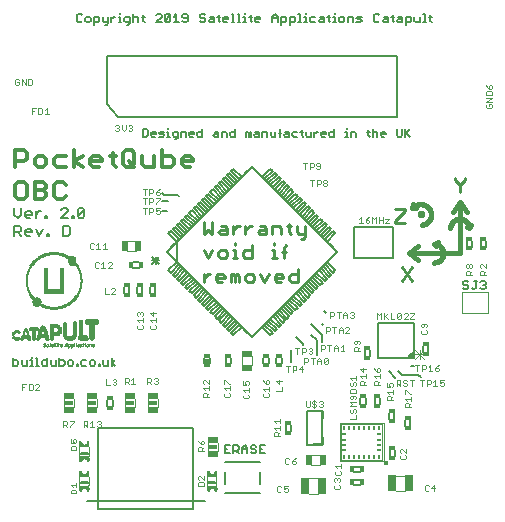
<source format=gto>
G75*
%MOIN*%
%OFA0B0*%
%FSLAX25Y25*%
%IPPOS*%
%LPD*%
%AMOC8*
5,1,8,0,0,1.08239X$1,22.5*
%
%ADD10C,0.00500*%
%ADD11C,0.00600*%
%ADD12C,0.00700*%
%ADD13C,0.00400*%
%ADD14C,0.01300*%
%ADD15C,0.01100*%
%ADD16C,0.01000*%
%ADD17C,0.01575*%
%ADD18C,0.00984*%
%ADD19C,0.00787*%
%ADD20C,0.00394*%
%ADD21R,0.03740X0.01969*%
%ADD22R,0.03000X0.01800*%
%ADD23C,0.00040*%
%ADD24C,0.00020*%
%ADD25C,0.00200*%
%ADD26R,0.00787X0.00591*%
%ADD27R,0.00197X0.00197*%
%ADD28R,0.00197X0.01476*%
%ADD29R,0.00787X0.01181*%
%ADD30R,0.03543X0.00886*%
%ADD31R,0.00787X0.01969*%
%ADD32R,0.02165X0.00886*%
%ADD33R,0.00394X0.00394*%
%ADD34R,0.00984X0.00984*%
%ADD35R,0.01969X0.03740*%
%ADD36R,0.01181X0.02362*%
%ADD37R,0.02362X0.01181*%
%ADD38R,0.02800X0.01600*%
%ADD39R,0.01360X0.00080*%
%ADD40R,0.02960X0.00080*%
%ADD41R,0.03760X0.00080*%
%ADD42R,0.04560X0.00080*%
%ADD43R,0.05200X0.00080*%
%ADD44R,0.05680X0.00080*%
%ADD45R,0.06160X0.00080*%
%ADD46R,0.06640X0.00080*%
%ADD47R,0.07120X0.00080*%
%ADD48R,0.07440X0.00080*%
%ADD49R,0.03280X0.00080*%
%ADD50R,0.02800X0.00080*%
%ADD51R,0.00880X0.00080*%
%ADD52R,0.02560X0.00080*%
%ADD53R,0.01280X0.00080*%
%ADD54R,0.02320X0.00080*%
%ADD55R,0.01600X0.00080*%
%ADD56R,0.02160X0.00080*%
%ADD57R,0.01840X0.00080*%
%ADD58R,0.02000X0.00080*%
%ADD59R,0.01920X0.00080*%
%ADD60R,0.03680X0.00080*%
%ADD61R,0.03520X0.00080*%
%ADD62R,0.01760X0.00080*%
%ADD63R,0.03440X0.00080*%
%ADD64R,0.01680X0.00080*%
%ADD65R,0.03120X0.00080*%
%ADD66R,0.03040X0.00080*%
%ADD67R,0.02880X0.00080*%
%ADD68R,0.01520X0.00080*%
%ADD69R,0.01440X0.00080*%
%ADD70R,0.01200X0.00080*%
%ADD71R,0.02720X0.00080*%
%ADD72R,0.01120X0.00080*%
%ADD73R,0.01120X0.00080*%
%ADD74R,0.01040X0.00080*%
%ADD75R,0.02720X0.00080*%
%ADD76R,0.01040X0.00080*%
%ADD77R,0.00960X0.00080*%
%ADD78R,0.06960X0.00080*%
%ADD79R,0.00800X0.00080*%
%ADD80R,0.00720X0.00080*%
%ADD81R,0.02640X0.00080*%
%ADD82R,0.01440X0.00080*%
%ADD83R,0.03120X0.00080*%
%ADD84R,0.03200X0.00080*%
%ADD85R,0.01920X0.00080*%
%ADD86R,0.00400X0.00080*%
%ADD87R,0.02240X0.00080*%
%ADD88R,0.02400X0.00080*%
%ADD89R,0.02640X0.00080*%
%ADD90R,0.07600X0.00080*%
%ADD91R,0.07280X0.00080*%
%ADD92R,0.06480X0.00080*%
%ADD93R,0.06000X0.00080*%
%ADD94R,0.05520X0.00080*%
%ADD95R,0.04880X0.00080*%
%ADD96R,0.04240X0.00080*%
%ADD97R,0.02320X0.00080*%
%ADD98R,0.00142X0.00047*%
%ADD99R,0.00094X0.00047*%
%ADD100R,0.00236X0.00047*%
%ADD101R,0.00189X0.00047*%
%ADD102R,0.00283X0.00047*%
%ADD103R,0.00614X0.00047*%
%ADD104R,0.00378X0.00047*%
%ADD105R,0.00520X0.00047*%
%ADD106R,0.00709X0.00047*%
%ADD107R,0.00425X0.00047*%
%ADD108R,0.00472X0.00047*%
%ADD109R,0.00756X0.00047*%
%ADD110R,0.00803X0.00047*%
%ADD111R,0.00850X0.00047*%
%ADD112R,0.00661X0.00047*%
%ADD113R,0.00331X0.00047*%
%ADD114R,0.01039X0.00047*%
%ADD115R,0.00047X0.00047*%
%ADD116R,0.00992X0.00047*%
%ADD117R,0.00898X0.00047*%
%ADD118R,0.00945X0.00047*%
%ADD119R,0.00567X0.00047*%
%ADD120R,0.01323X0.00047*%
%ADD121R,0.01134X0.00047*%
%ADD122R,0.01701X0.00047*%
%ADD123R,0.02409X0.00047*%
%ADD124R,0.01370X0.00047*%
%ADD125R,0.02031X0.00047*%
%ADD126R,0.02740X0.00047*%
%ADD127R,0.01559X0.00047*%
%ADD128R,0.02268X0.00047*%
%ADD129R,0.02882X0.00047*%
%ADD130R,0.01087X0.00047*%
%ADD131R,0.02457X0.00047*%
%ADD132R,0.02976X0.00047*%
%ADD133R,0.01276X0.00047*%
%ADD134R,0.01843X0.00047*%
%ADD135R,0.01181X0.00047*%
%ADD136R,0.02646X0.00047*%
%ADD137R,0.03071X0.00047*%
%ADD138R,0.01937X0.00047*%
%ADD139R,0.01228X0.00047*%
%ADD140R,0.02787X0.00047*%
%ADD141R,0.03165X0.00047*%
%ADD142R,0.01417X0.00047*%
%ADD143R,0.02079X0.00047*%
%ADD144R,0.03260X0.00047*%
%ADD145R,0.01465X0.00047*%
%ADD146R,0.02173X0.00047*%
%ADD147R,0.02220X0.00047*%
%ADD148R,0.03213X0.00047*%
%ADD149R,0.03307X0.00047*%
%ADD150R,0.02315X0.00047*%
%ADD151R,0.03354X0.00047*%
%ADD152R,0.01606X0.00047*%
%ADD153R,0.03449X0.00047*%
%ADD154R,0.01654X0.00047*%
%ADD155R,0.03543X0.00047*%
%ADD156R,0.03638X0.00047*%
%ADD157R,0.03402X0.00047*%
%ADD158R,0.03685X0.00047*%
%ADD159R,0.02504X0.00047*%
%ADD160R,0.03780X0.00047*%
%ADD161R,0.02551X0.00047*%
%ADD162R,0.03827X0.00047*%
%ADD163R,0.03921X0.00047*%
%ADD164R,0.01748X0.00047*%
%ADD165R,0.03969X0.00047*%
%ADD166R,0.04016X0.00047*%
%ADD167R,0.03118X0.00047*%
%ADD168R,0.04110X0.00047*%
%ADD169R,0.04063X0.00047*%
%ADD170R,0.04205X0.00047*%
%ADD171R,0.03024X0.00047*%
%ADD172R,0.04299X0.00047*%
%ADD173R,0.02929X0.00047*%
%ADD174R,0.01984X0.00047*%
%ADD175R,0.02835X0.00047*%
%ADD176R,0.03732X0.00047*%
%ADD177R,0.02362X0.00047*%
%ADD178R,0.02598X0.00047*%
%ADD179R,0.01512X0.00047*%
%ADD180R,0.03496X0.00047*%
%ADD181R,0.03591X0.00047*%
%ADD182R,0.02693X0.00047*%
%ADD183R,0.02126X0.00047*%
%ADD184R,0.01890X0.00047*%
%ADD185R,0.01795X0.00047*%
%ADD186R,0.04394X0.00047*%
%ADD187R,0.04583X0.00047*%
%ADD188R,0.04630X0.00047*%
%ADD189R,0.04677X0.00047*%
%ADD190R,0.04772X0.00047*%
%ADD191R,0.04866X0.00047*%
%ADD192C,0.01575*%
%ADD193R,0.00906X0.01378*%
%ADD194R,0.01378X0.00906*%
%ADD195R,0.02953X0.05709*%
%ADD196C,0.00800*%
D10*
X0029803Y0007291D02*
X0069173Y0007291D01*
X0065236Y0004535D02*
X0033740Y0004535D01*
X0033740Y0031504D01*
X0065236Y0031504D01*
X0065236Y0004535D01*
X0075984Y0009811D02*
X0087795Y0009811D01*
X0087795Y0012961D02*
X0087795Y0016898D01*
X0087795Y0020047D02*
X0075984Y0020047D01*
X0075984Y0016898D02*
X0075984Y0012961D01*
X0127047Y0054732D02*
X0127047Y0066543D01*
X0127047Y0064969D01*
X0127047Y0066543D02*
X0128622Y0066543D01*
X0127047Y0066543D02*
X0138858Y0066543D01*
X0137283Y0066543D01*
X0138858Y0066543D02*
X0138858Y0064969D01*
X0138858Y0066543D02*
X0138858Y0054732D01*
X0137283Y0054732D01*
X0137283Y0055323D02*
X0138268Y0056307D01*
X0138858Y0056307D02*
X0138858Y0054732D01*
X0127047Y0054732D01*
X0128622Y0054732D01*
X0127047Y0054732D02*
X0127047Y0056307D01*
X0132047Y0088236D02*
X0119055Y0088236D01*
X0119055Y0098472D01*
X0132047Y0098472D01*
X0132047Y0088236D01*
X0133704Y0128604D02*
X0134522Y0128604D01*
X0134931Y0129013D01*
X0134931Y0131059D01*
X0136013Y0131059D02*
X0136013Y0128604D01*
X0136013Y0129423D02*
X0137650Y0131059D01*
X0136423Y0129832D02*
X0137650Y0128604D01*
X0133704Y0128604D02*
X0133295Y0129013D01*
X0133295Y0131059D01*
X0129493Y0129832D02*
X0129493Y0129423D01*
X0127857Y0129423D01*
X0127857Y0129832D02*
X0128266Y0130241D01*
X0129084Y0130241D01*
X0129493Y0129832D01*
X0129084Y0128604D02*
X0128266Y0128604D01*
X0127857Y0129013D01*
X0127857Y0129832D01*
X0126775Y0129832D02*
X0126775Y0128604D01*
X0126775Y0129832D02*
X0126365Y0130241D01*
X0125547Y0130241D01*
X0125138Y0129832D01*
X0124144Y0130241D02*
X0123325Y0130241D01*
X0123735Y0130650D02*
X0123735Y0129013D01*
X0124144Y0128604D01*
X0125138Y0128604D02*
X0125138Y0131059D01*
X0119524Y0129832D02*
X0119524Y0128604D01*
X0119524Y0129832D02*
X0119115Y0130241D01*
X0117888Y0130241D01*
X0117888Y0128604D01*
X0116893Y0128604D02*
X0116075Y0128604D01*
X0116484Y0128604D02*
X0116484Y0130241D01*
X0116075Y0130241D01*
X0116484Y0131059D02*
X0116484Y0131468D01*
X0112274Y0131059D02*
X0112274Y0128604D01*
X0111047Y0128604D01*
X0110637Y0129013D01*
X0110637Y0129832D01*
X0111047Y0130241D01*
X0112274Y0130241D01*
X0109555Y0129832D02*
X0109555Y0129423D01*
X0107919Y0129423D01*
X0107919Y0129832D02*
X0108328Y0130241D01*
X0109146Y0130241D01*
X0109555Y0129832D01*
X0109146Y0128604D02*
X0108328Y0128604D01*
X0107919Y0129013D01*
X0107919Y0129832D01*
X0106880Y0130241D02*
X0106471Y0130241D01*
X0105653Y0129423D01*
X0105653Y0130241D02*
X0105653Y0128604D01*
X0104571Y0128604D02*
X0104571Y0130241D01*
X0104571Y0128604D02*
X0103343Y0128604D01*
X0102934Y0129013D01*
X0102934Y0130241D01*
X0101940Y0130241D02*
X0101121Y0130241D01*
X0101531Y0130650D02*
X0101531Y0129013D01*
X0101940Y0128604D01*
X0100039Y0128604D02*
X0098812Y0128604D01*
X0098403Y0129013D01*
X0098403Y0129832D01*
X0098812Y0130241D01*
X0100039Y0130241D01*
X0097320Y0129832D02*
X0097320Y0128604D01*
X0096093Y0128604D01*
X0095684Y0129013D01*
X0096093Y0129423D01*
X0097320Y0129423D01*
X0097320Y0129832D02*
X0096911Y0130241D01*
X0096093Y0130241D01*
X0094690Y0129832D02*
X0093871Y0129832D01*
X0094280Y0130650D02*
X0094690Y0131059D01*
X0094280Y0130650D02*
X0094280Y0128604D01*
X0092789Y0128604D02*
X0092789Y0130241D01*
X0091152Y0130241D02*
X0091152Y0129013D01*
X0091562Y0128604D01*
X0092789Y0128604D01*
X0090070Y0128604D02*
X0090070Y0129832D01*
X0089661Y0130241D01*
X0088434Y0130241D01*
X0088434Y0128604D01*
X0087351Y0128604D02*
X0087351Y0129832D01*
X0086942Y0130241D01*
X0086124Y0130241D01*
X0086124Y0129423D02*
X0087351Y0129423D01*
X0087351Y0128604D02*
X0086124Y0128604D01*
X0085715Y0129013D01*
X0086124Y0129423D01*
X0084632Y0129832D02*
X0084632Y0128604D01*
X0083814Y0128604D02*
X0083814Y0129832D01*
X0084223Y0130241D01*
X0084632Y0129832D01*
X0083814Y0129832D02*
X0083405Y0130241D01*
X0082996Y0130241D01*
X0082996Y0128604D01*
X0079195Y0128604D02*
X0077967Y0128604D01*
X0077558Y0129013D01*
X0077558Y0129832D01*
X0077967Y0130241D01*
X0079195Y0130241D01*
X0079195Y0131059D02*
X0079195Y0128604D01*
X0076476Y0128604D02*
X0076476Y0129832D01*
X0076067Y0130241D01*
X0074839Y0130241D01*
X0074839Y0128604D01*
X0073757Y0128604D02*
X0073757Y0129832D01*
X0073348Y0130241D01*
X0072530Y0130241D01*
X0072530Y0129423D02*
X0073757Y0129423D01*
X0073757Y0128604D02*
X0072530Y0128604D01*
X0072120Y0129013D01*
X0072530Y0129423D01*
X0068319Y0130241D02*
X0067092Y0130241D01*
X0066683Y0129832D01*
X0066683Y0129013D01*
X0067092Y0128604D01*
X0068319Y0128604D01*
X0068319Y0131059D01*
X0065600Y0129832D02*
X0065600Y0129423D01*
X0063964Y0129423D01*
X0063964Y0129832D02*
X0064373Y0130241D01*
X0065191Y0130241D01*
X0065600Y0129832D01*
X0065191Y0128604D02*
X0064373Y0128604D01*
X0063964Y0129013D01*
X0063964Y0129832D01*
X0062882Y0129832D02*
X0062882Y0128604D01*
X0062882Y0129832D02*
X0062472Y0130241D01*
X0061245Y0130241D01*
X0061245Y0128604D01*
X0060163Y0128604D02*
X0058935Y0128604D01*
X0058526Y0129013D01*
X0058526Y0129832D01*
X0058935Y0130241D01*
X0060163Y0130241D01*
X0060163Y0128195D01*
X0059754Y0127786D01*
X0059344Y0127786D01*
X0057532Y0128604D02*
X0056714Y0128604D01*
X0057123Y0128604D02*
X0057123Y0130241D01*
X0056714Y0130241D01*
X0057123Y0131059D02*
X0057123Y0131468D01*
X0055631Y0130241D02*
X0054404Y0130241D01*
X0053995Y0129832D01*
X0054404Y0129423D01*
X0055222Y0129423D01*
X0055631Y0129013D01*
X0055222Y0128604D01*
X0053995Y0128604D01*
X0052912Y0129423D02*
X0051276Y0129423D01*
X0051276Y0129832D02*
X0051685Y0130241D01*
X0052503Y0130241D01*
X0052912Y0129832D01*
X0052912Y0129423D01*
X0052503Y0128604D02*
X0051685Y0128604D01*
X0051276Y0129013D01*
X0051276Y0129832D01*
X0050194Y0130650D02*
X0049785Y0131059D01*
X0048557Y0131059D01*
X0048557Y0128604D01*
X0049785Y0128604D01*
X0050194Y0129013D01*
X0050194Y0130650D01*
X0040433Y0135244D02*
X0036496Y0139378D01*
X0036496Y0155323D01*
X0133346Y0155323D01*
X0133346Y0135244D01*
X0040433Y0135244D01*
X0043344Y0165909D02*
X0043786Y0165909D01*
X0044228Y0166351D01*
X0044228Y0168561D01*
X0042902Y0168561D01*
X0042460Y0168119D01*
X0042460Y0167235D01*
X0042902Y0166793D01*
X0044228Y0166793D01*
X0045361Y0166793D02*
X0045361Y0169445D01*
X0045803Y0168561D02*
X0045361Y0168119D01*
X0045803Y0168561D02*
X0046686Y0168561D01*
X0047128Y0168119D01*
X0047128Y0166793D01*
X0048703Y0167235D02*
X0048703Y0169003D01*
X0048261Y0168561D02*
X0049145Y0168561D01*
X0048703Y0167235D02*
X0049145Y0166793D01*
X0053094Y0166793D02*
X0054862Y0168561D01*
X0054862Y0169003D01*
X0054420Y0169445D01*
X0053536Y0169445D01*
X0053094Y0169003D01*
X0053094Y0166793D02*
X0054862Y0166793D01*
X0055994Y0167235D02*
X0055994Y0169003D01*
X0056436Y0169445D01*
X0057320Y0169445D01*
X0057762Y0169003D01*
X0055994Y0167235D01*
X0056436Y0166793D01*
X0057320Y0166793D01*
X0057762Y0167235D01*
X0057762Y0169003D01*
X0058894Y0168561D02*
X0059778Y0169445D01*
X0059778Y0166793D01*
X0058894Y0166793D02*
X0060662Y0166793D01*
X0061795Y0167235D02*
X0062236Y0166793D01*
X0063120Y0166793D01*
X0063562Y0167235D01*
X0063562Y0169003D01*
X0063120Y0169445D01*
X0062236Y0169445D01*
X0061795Y0169003D01*
X0061795Y0168561D01*
X0062236Y0168119D01*
X0063562Y0168119D01*
X0067595Y0168561D02*
X0068037Y0168119D01*
X0068921Y0168119D01*
X0069363Y0167677D01*
X0069363Y0167235D01*
X0068921Y0166793D01*
X0068037Y0166793D01*
X0067595Y0167235D01*
X0067595Y0168561D02*
X0067595Y0169003D01*
X0068037Y0169445D01*
X0068921Y0169445D01*
X0069363Y0169003D01*
X0070937Y0168561D02*
X0071821Y0168561D01*
X0072263Y0168119D01*
X0072263Y0166793D01*
X0070937Y0166793D01*
X0070495Y0167235D01*
X0070937Y0167677D01*
X0072263Y0167677D01*
X0073395Y0168561D02*
X0074279Y0168561D01*
X0073837Y0169003D02*
X0073837Y0167235D01*
X0074279Y0166793D01*
X0075328Y0167235D02*
X0075328Y0168119D01*
X0075770Y0168561D01*
X0076654Y0168561D01*
X0077096Y0168119D01*
X0077096Y0167677D01*
X0075328Y0167677D01*
X0075328Y0167235D02*
X0075770Y0166793D01*
X0076654Y0166793D01*
X0078228Y0166793D02*
X0079112Y0166793D01*
X0078670Y0166793D02*
X0078670Y0169445D01*
X0078228Y0169445D01*
X0080162Y0169445D02*
X0080604Y0169445D01*
X0080604Y0166793D01*
X0080162Y0166793D02*
X0081046Y0166793D01*
X0082095Y0166793D02*
X0082979Y0166793D01*
X0082537Y0166793D02*
X0082537Y0168561D01*
X0082095Y0168561D01*
X0082537Y0169445D02*
X0082537Y0169887D01*
X0084029Y0168561D02*
X0084913Y0168561D01*
X0084471Y0169003D02*
X0084471Y0167235D01*
X0084913Y0166793D01*
X0085962Y0167235D02*
X0085962Y0168119D01*
X0086404Y0168561D01*
X0087288Y0168561D01*
X0087730Y0168119D01*
X0087730Y0167677D01*
X0085962Y0167677D01*
X0085962Y0167235D02*
X0086404Y0166793D01*
X0087288Y0166793D01*
X0091762Y0166793D02*
X0091762Y0168561D01*
X0092646Y0169445D01*
X0093530Y0168561D01*
X0093530Y0166793D01*
X0094662Y0166793D02*
X0095988Y0166793D01*
X0096430Y0167235D01*
X0096430Y0168119D01*
X0095988Y0168561D01*
X0094662Y0168561D01*
X0094662Y0165909D01*
X0093530Y0168119D02*
X0091762Y0168119D01*
X0097563Y0168561D02*
X0097563Y0165909D01*
X0097563Y0166793D02*
X0098888Y0166793D01*
X0099330Y0167235D01*
X0099330Y0168119D01*
X0098888Y0168561D01*
X0097563Y0168561D01*
X0100463Y0169445D02*
X0100905Y0169445D01*
X0100905Y0166793D01*
X0100463Y0166793D02*
X0101347Y0166793D01*
X0102396Y0166793D02*
X0103280Y0166793D01*
X0102838Y0166793D02*
X0102838Y0168561D01*
X0102396Y0168561D01*
X0102838Y0169445D02*
X0102838Y0169887D01*
X0104329Y0168119D02*
X0104329Y0167235D01*
X0104771Y0166793D01*
X0106097Y0166793D01*
X0107230Y0167235D02*
X0107672Y0167677D01*
X0108997Y0167677D01*
X0108997Y0168119D02*
X0108997Y0166793D01*
X0107672Y0166793D01*
X0107230Y0167235D01*
X0107672Y0168561D02*
X0108555Y0168561D01*
X0108997Y0168119D01*
X0110130Y0168561D02*
X0111014Y0168561D01*
X0110572Y0169003D02*
X0110572Y0167235D01*
X0111014Y0166793D01*
X0112063Y0166793D02*
X0112947Y0166793D01*
X0112505Y0166793D02*
X0112505Y0168561D01*
X0112063Y0168561D01*
X0112505Y0169445D02*
X0112505Y0169887D01*
X0113996Y0168119D02*
X0113996Y0167235D01*
X0114438Y0166793D01*
X0115322Y0166793D01*
X0115764Y0167235D01*
X0115764Y0168119D01*
X0115322Y0168561D01*
X0114438Y0168561D01*
X0113996Y0168119D01*
X0116897Y0168561D02*
X0116897Y0166793D01*
X0118664Y0166793D02*
X0118664Y0168119D01*
X0118223Y0168561D01*
X0116897Y0168561D01*
X0119797Y0168119D02*
X0120239Y0168561D01*
X0121565Y0168561D01*
X0121123Y0167677D02*
X0120239Y0167677D01*
X0119797Y0168119D01*
X0119797Y0166793D02*
X0121123Y0166793D01*
X0121565Y0167235D01*
X0121123Y0167677D01*
X0125597Y0167235D02*
X0126039Y0166793D01*
X0126923Y0166793D01*
X0127365Y0167235D01*
X0128497Y0167235D02*
X0128939Y0167677D01*
X0130265Y0167677D01*
X0130265Y0168119D02*
X0130265Y0166793D01*
X0128939Y0166793D01*
X0128497Y0167235D01*
X0128939Y0168561D02*
X0129823Y0168561D01*
X0130265Y0168119D01*
X0131397Y0168561D02*
X0132281Y0168561D01*
X0131839Y0169003D02*
X0131839Y0167235D01*
X0132281Y0166793D01*
X0133331Y0167235D02*
X0133773Y0167677D01*
X0135098Y0167677D01*
X0135098Y0168119D02*
X0135098Y0166793D01*
X0133773Y0166793D01*
X0133331Y0167235D01*
X0133773Y0168561D02*
X0134656Y0168561D01*
X0135098Y0168119D01*
X0136231Y0168561D02*
X0136231Y0165909D01*
X0136231Y0166793D02*
X0137557Y0166793D01*
X0137999Y0167235D01*
X0137999Y0168119D01*
X0137557Y0168561D01*
X0136231Y0168561D01*
X0139131Y0168561D02*
X0139131Y0167235D01*
X0139573Y0166793D01*
X0140899Y0166793D01*
X0140899Y0168561D01*
X0142031Y0169445D02*
X0142473Y0169445D01*
X0142473Y0166793D01*
X0142031Y0166793D02*
X0142915Y0166793D01*
X0144406Y0167235D02*
X0144406Y0169003D01*
X0143964Y0168561D02*
X0144848Y0168561D01*
X0144406Y0167235D02*
X0144848Y0166793D01*
X0127365Y0169003D02*
X0126923Y0169445D01*
X0126039Y0169445D01*
X0125597Y0169003D01*
X0125597Y0167235D01*
X0106097Y0168561D02*
X0104771Y0168561D01*
X0104329Y0168119D01*
X0041411Y0166793D02*
X0040527Y0166793D01*
X0040969Y0166793D02*
X0040969Y0168561D01*
X0040527Y0168561D01*
X0040969Y0169445D02*
X0040969Y0169887D01*
X0039436Y0168561D02*
X0038994Y0168561D01*
X0038110Y0167677D01*
X0038110Y0166793D02*
X0038110Y0168561D01*
X0036978Y0168561D02*
X0036978Y0166351D01*
X0036536Y0165909D01*
X0036094Y0165909D01*
X0035652Y0166793D02*
X0036978Y0166793D01*
X0035652Y0166793D02*
X0035210Y0167235D01*
X0035210Y0168561D01*
X0034078Y0168119D02*
X0034078Y0167235D01*
X0033636Y0166793D01*
X0032310Y0166793D01*
X0032310Y0165909D02*
X0032310Y0168561D01*
X0033636Y0168561D01*
X0034078Y0168119D01*
X0031178Y0168119D02*
X0031178Y0167235D01*
X0030736Y0166793D01*
X0029852Y0166793D01*
X0029410Y0167235D01*
X0029410Y0168119D01*
X0029852Y0168561D01*
X0030736Y0168561D01*
X0031178Y0168119D01*
X0028278Y0167235D02*
X0027836Y0166793D01*
X0026952Y0166793D01*
X0026510Y0167235D01*
X0026510Y0169003D01*
X0026952Y0169445D01*
X0027836Y0169445D01*
X0028278Y0169003D01*
D11*
X0078769Y0117955D02*
X0077992Y0117177D01*
X0080749Y0114419D01*
X0081527Y0115197D01*
X0078769Y0117955D01*
X0077355Y0116540D02*
X0076648Y0115833D01*
X0079406Y0113076D01*
X0080113Y0113783D01*
X0077355Y0116540D01*
X0076012Y0115197D02*
X0075234Y0114419D01*
X0077992Y0111661D01*
X0078769Y0112439D01*
X0076012Y0115197D01*
X0074597Y0113783D02*
X0073820Y0113005D01*
X0076577Y0110247D01*
X0077355Y0111025D01*
X0074597Y0113783D01*
X0073183Y0112369D02*
X0072476Y0111661D01*
X0075234Y0108904D01*
X0075941Y0109611D01*
X0073183Y0112369D01*
X0071840Y0111025D02*
X0071062Y0110247D01*
X0073820Y0107489D01*
X0074597Y0108267D01*
X0071840Y0111025D01*
X0070426Y0109611D02*
X0069648Y0108833D01*
X0072405Y0106075D01*
X0073183Y0106853D01*
X0070426Y0109611D01*
X0069011Y0108197D02*
X0068304Y0107489D01*
X0071062Y0104732D01*
X0071769Y0105439D01*
X0069011Y0108197D01*
X0067597Y0106782D02*
X0066890Y0106075D01*
X0069648Y0103318D01*
X0070355Y0104025D01*
X0067597Y0106782D01*
X0066254Y0105439D02*
X0065476Y0104661D01*
X0068234Y0101903D01*
X0069011Y0102681D01*
X0066254Y0105439D01*
X0064839Y0104025D02*
X0064062Y0103247D01*
X0066819Y0100489D01*
X0067597Y0101267D01*
X0064839Y0104025D01*
X0063425Y0102610D02*
X0062718Y0101903D01*
X0065476Y0099146D01*
X0066183Y0099853D01*
X0063425Y0102610D01*
X0062082Y0101267D02*
X0061304Y0100489D01*
X0064062Y0097731D01*
X0064839Y0098509D01*
X0062082Y0101267D01*
X0060667Y0099853D02*
X0059890Y0099075D01*
X0062647Y0096317D01*
X0063425Y0097095D01*
X0060667Y0099853D01*
X0059253Y0098438D02*
X0058546Y0097731D01*
X0061304Y0094974D01*
X0062011Y0095681D01*
X0059253Y0098438D01*
X0057910Y0097095D02*
X0057132Y0096317D01*
X0059890Y0093559D01*
X0060031Y0093701D01*
X0060031Y0086630D01*
X0059890Y0086771D01*
X0057132Y0084014D01*
X0057910Y0083236D01*
X0060667Y0085993D01*
X0060031Y0086630D01*
X0058970Y0087690D02*
X0056496Y0090165D01*
X0084921Y0061740D01*
X0113347Y0090165D01*
X0084921Y0118591D01*
X0056496Y0090165D01*
X0058970Y0092640D01*
X0060102Y0091933D02*
X0060102Y0088398D01*
X0061304Y0085357D02*
X0058546Y0082599D01*
X0059253Y0081892D01*
X0062011Y0084650D01*
X0061304Y0085357D01*
X0062647Y0084014D02*
X0063425Y0083236D01*
X0060667Y0080478D01*
X0059890Y0081256D01*
X0062647Y0084014D01*
X0064062Y0082599D02*
X0061304Y0079842D01*
X0062082Y0079064D01*
X0064839Y0081821D01*
X0064062Y0082599D01*
X0065476Y0081185D02*
X0062718Y0078427D01*
X0063425Y0077720D01*
X0066183Y0080478D01*
X0065476Y0081185D01*
X0066819Y0079842D02*
X0064062Y0077084D01*
X0064839Y0076306D01*
X0067597Y0079064D01*
X0066819Y0079842D01*
X0068234Y0078427D02*
X0069011Y0077650D01*
X0066254Y0074892D01*
X0065476Y0075670D01*
X0068234Y0078427D01*
X0069648Y0077013D02*
X0066890Y0074255D01*
X0067597Y0073548D01*
X0070355Y0076306D01*
X0069648Y0077013D01*
X0071062Y0075599D02*
X0068304Y0072841D01*
X0069011Y0072134D01*
X0071769Y0074892D01*
X0071062Y0075599D01*
X0072405Y0074255D02*
X0069648Y0071498D01*
X0070426Y0070720D01*
X0073183Y0073478D01*
X0072405Y0074255D01*
X0073820Y0072841D02*
X0071062Y0070084D01*
X0071840Y0069306D01*
X0074597Y0072063D01*
X0073820Y0072841D01*
X0075234Y0071427D02*
X0072476Y0068669D01*
X0073183Y0067962D01*
X0075941Y0070720D01*
X0075234Y0071427D01*
X0076577Y0070084D02*
X0077355Y0069306D01*
X0074597Y0066548D01*
X0073820Y0067326D01*
X0076577Y0070084D01*
X0077992Y0068669D02*
X0075234Y0065912D01*
X0076012Y0065134D01*
X0078769Y0067891D01*
X0077992Y0068669D01*
X0079406Y0067255D02*
X0076648Y0064497D01*
X0077355Y0063790D01*
X0080113Y0066548D01*
X0079406Y0067255D01*
X0080749Y0065912D02*
X0077992Y0063154D01*
X0078769Y0062376D01*
X0081527Y0065134D01*
X0080749Y0065912D01*
X0082446Y0064215D02*
X0084921Y0061740D01*
X0087396Y0064215D01*
X0088315Y0065134D02*
X0091073Y0062376D01*
X0091851Y0063154D01*
X0089093Y0065912D01*
X0088315Y0065134D01*
X0089730Y0066548D02*
X0092487Y0063790D01*
X0093194Y0064497D01*
X0090437Y0067255D01*
X0089730Y0066548D01*
X0091073Y0067891D02*
X0093831Y0065134D01*
X0094609Y0065912D01*
X0091851Y0068669D01*
X0091073Y0067891D01*
X0092487Y0069306D02*
X0095245Y0066548D01*
X0096023Y0067326D01*
X0093265Y0070084D01*
X0092487Y0069306D01*
X0093902Y0070720D02*
X0096659Y0067962D01*
X0097366Y0068669D01*
X0094609Y0071427D01*
X0093902Y0070720D01*
X0095245Y0072063D02*
X0098003Y0069306D01*
X0098781Y0070084D01*
X0096023Y0072841D01*
X0095245Y0072063D01*
X0096659Y0073478D02*
X0099417Y0070720D01*
X0100195Y0071498D01*
X0097437Y0074255D01*
X0096659Y0073478D01*
X0098073Y0074892D02*
X0100831Y0072134D01*
X0101538Y0072841D01*
X0098781Y0075599D01*
X0098073Y0074892D01*
X0099488Y0076306D02*
X0102245Y0073548D01*
X0102952Y0074255D01*
X0100195Y0077013D01*
X0099488Y0076306D01*
X0100831Y0077650D02*
X0103589Y0074892D01*
X0104367Y0075670D01*
X0101609Y0078427D01*
X0100831Y0077650D01*
X0102245Y0079064D02*
X0105003Y0076306D01*
X0105781Y0077084D01*
X0103023Y0079842D01*
X0102245Y0079064D01*
X0103660Y0080478D02*
X0106417Y0077720D01*
X0107124Y0078427D01*
X0104367Y0081185D01*
X0103660Y0080478D01*
X0105003Y0081821D02*
X0105781Y0082599D01*
X0108539Y0079842D01*
X0107761Y0079064D01*
X0105003Y0081821D01*
X0106417Y0083236D02*
X0109175Y0080478D01*
X0109953Y0081256D01*
X0107195Y0084014D01*
X0106417Y0083236D01*
X0107832Y0084650D02*
X0110589Y0081892D01*
X0111296Y0082599D01*
X0108539Y0085357D01*
X0107832Y0084650D01*
X0109175Y0085993D02*
X0111933Y0083236D01*
X0112711Y0084014D01*
X0109953Y0086771D01*
X0109175Y0085993D01*
X0110872Y0087690D02*
X0113347Y0090165D01*
X0110872Y0092640D01*
X0109953Y0093559D02*
X0112711Y0096317D01*
X0111933Y0097095D01*
X0109175Y0094337D01*
X0109953Y0093559D01*
X0108539Y0094974D02*
X0111296Y0097731D01*
X0110589Y0098438D01*
X0107832Y0095681D01*
X0108539Y0094974D01*
X0107195Y0096317D02*
X0109953Y0099075D01*
X0109175Y0099853D01*
X0106417Y0097095D01*
X0107195Y0096317D01*
X0105781Y0097731D02*
X0108539Y0100489D01*
X0107761Y0101267D01*
X0105003Y0098509D01*
X0105781Y0097731D01*
X0104367Y0099146D02*
X0103660Y0099853D01*
X0106417Y0102610D01*
X0107124Y0101903D01*
X0104367Y0099146D01*
X0103023Y0100489D02*
X0105781Y0103247D01*
X0105003Y0104025D01*
X0102245Y0101267D01*
X0103023Y0100489D01*
X0101609Y0101903D02*
X0100831Y0102681D01*
X0103589Y0105439D01*
X0104367Y0104661D01*
X0101609Y0101903D01*
X0100195Y0103318D02*
X0102952Y0106075D01*
X0102245Y0106782D01*
X0099488Y0104025D01*
X0100195Y0103318D01*
X0098781Y0104732D02*
X0101538Y0107489D01*
X0100831Y0108197D01*
X0098073Y0105439D01*
X0098781Y0104732D01*
X0097437Y0106075D02*
X0096659Y0106853D01*
X0099417Y0109611D01*
X0100195Y0108833D01*
X0097437Y0106075D01*
X0096023Y0107489D02*
X0098781Y0110247D01*
X0098003Y0111025D01*
X0095245Y0108267D01*
X0096023Y0107489D01*
X0094609Y0108904D02*
X0097366Y0111661D01*
X0096659Y0112369D01*
X0093902Y0109611D01*
X0094609Y0108904D01*
X0093265Y0110247D02*
X0092487Y0111025D01*
X0095245Y0113783D01*
X0096023Y0113005D01*
X0093265Y0110247D01*
X0091851Y0111661D02*
X0094609Y0114419D01*
X0093831Y0115197D01*
X0091073Y0112439D01*
X0091851Y0111661D01*
X0090437Y0113076D02*
X0089730Y0113783D01*
X0092487Y0116540D01*
X0093194Y0115833D01*
X0090437Y0113076D01*
X0089093Y0114419D02*
X0091851Y0117177D01*
X0091073Y0117955D01*
X0088315Y0115197D01*
X0089093Y0114419D01*
X0087396Y0116116D02*
X0084921Y0118591D01*
X0082446Y0116116D01*
X0060667Y0094337D02*
X0060031Y0093701D01*
X0060667Y0094337D02*
X0057910Y0097095D01*
X0053983Y0088524D02*
X0051757Y0086298D01*
X0051757Y0087411D02*
X0053983Y0087411D01*
X0053983Y0086298D02*
X0051757Y0088524D01*
X0052870Y0088524D02*
X0052870Y0086298D01*
X0047303Y0086717D02*
X0045374Y0086717D01*
X0045374Y0084953D02*
X0047303Y0084953D01*
X0046638Y0078531D02*
X0046638Y0076602D01*
X0048402Y0076602D02*
X0048402Y0078531D01*
X0050969Y0078531D02*
X0050969Y0076602D01*
X0052732Y0076602D02*
X0052732Y0078531D01*
X0044071Y0078531D02*
X0044071Y0076602D01*
X0042307Y0076602D02*
X0042307Y0078531D01*
X0038168Y0054828D02*
X0038168Y0052276D01*
X0038168Y0053127D02*
X0039444Y0053978D01*
X0038168Y0053127D02*
X0039444Y0052276D01*
X0036969Y0052276D02*
X0036969Y0053978D01*
X0035268Y0053978D02*
X0035268Y0052702D01*
X0035693Y0052276D01*
X0036969Y0052276D01*
X0034243Y0052276D02*
X0033818Y0052276D01*
X0033818Y0052702D01*
X0034243Y0052702D01*
X0034243Y0052276D01*
X0032619Y0052702D02*
X0032619Y0053552D01*
X0032194Y0053978D01*
X0031343Y0053978D01*
X0030918Y0053552D01*
X0030918Y0052702D01*
X0031343Y0052276D01*
X0032194Y0052276D01*
X0032619Y0052702D01*
X0029719Y0052276D02*
X0028443Y0052276D01*
X0028018Y0052702D01*
X0028018Y0053552D01*
X0028443Y0053978D01*
X0029719Y0053978D01*
X0026993Y0052702D02*
X0026993Y0052276D01*
X0026567Y0052276D01*
X0026567Y0052702D01*
X0026993Y0052702D01*
X0025369Y0052702D02*
X0025369Y0053552D01*
X0024943Y0053978D01*
X0024093Y0053978D01*
X0023667Y0053552D01*
X0023667Y0052702D01*
X0024093Y0052276D01*
X0024943Y0052276D01*
X0025369Y0052702D01*
X0022468Y0052702D02*
X0022468Y0053552D01*
X0022043Y0053978D01*
X0020767Y0053978D01*
X0020767Y0054828D02*
X0020767Y0052276D01*
X0022043Y0052276D01*
X0022468Y0052702D01*
X0019568Y0052276D02*
X0019568Y0053978D01*
X0017867Y0053978D02*
X0017867Y0052702D01*
X0018292Y0052276D01*
X0019568Y0052276D01*
X0016668Y0052276D02*
X0015392Y0052276D01*
X0014967Y0052702D01*
X0014967Y0053552D01*
X0015392Y0053978D01*
X0016668Y0053978D01*
X0016668Y0054828D02*
X0016668Y0052276D01*
X0013884Y0052276D02*
X0013034Y0052276D01*
X0013459Y0052276D02*
X0013459Y0054828D01*
X0013034Y0054828D01*
X0011526Y0054828D02*
X0011526Y0055253D01*
X0011526Y0053978D02*
X0011526Y0052276D01*
X0011951Y0052276D02*
X0011100Y0052276D01*
X0009901Y0052276D02*
X0009901Y0053978D01*
X0011100Y0053978D02*
X0011526Y0053978D01*
X0009901Y0052276D02*
X0008625Y0052276D01*
X0008200Y0052702D01*
X0008200Y0053978D01*
X0007001Y0053552D02*
X0006576Y0053978D01*
X0005300Y0053978D01*
X0005300Y0054828D02*
X0005300Y0052276D01*
X0006576Y0052276D01*
X0007001Y0052702D01*
X0007001Y0053552D01*
X0036795Y0040736D02*
X0036795Y0038807D01*
X0038559Y0038807D02*
X0038559Y0040736D01*
X0069079Y0052980D02*
X0069079Y0054909D01*
X0070843Y0054909D02*
X0070843Y0052980D01*
X0076165Y0052980D02*
X0076165Y0054909D01*
X0077929Y0054909D02*
X0077929Y0052980D01*
X0088764Y0052980D02*
X0088764Y0054909D01*
X0090528Y0054909D02*
X0090528Y0052980D01*
X0093094Y0052980D02*
X0093094Y0054909D01*
X0094858Y0054909D02*
X0094858Y0052980D01*
X0103187Y0037104D02*
X0108387Y0037104D01*
X0108387Y0025904D01*
X0103187Y0025904D01*
X0103187Y0037104D01*
X0098008Y0032469D02*
X0098008Y0030539D01*
X0096244Y0030539D02*
X0096244Y0032469D01*
X0089192Y0025655D02*
X0087491Y0025655D01*
X0087491Y0023103D01*
X0089192Y0023103D01*
X0088342Y0024379D02*
X0087491Y0024379D01*
X0086292Y0023954D02*
X0086292Y0023528D01*
X0085867Y0023103D01*
X0085016Y0023103D01*
X0084591Y0023528D01*
X0085016Y0024379D02*
X0085867Y0024379D01*
X0086292Y0023954D01*
X0086292Y0025230D02*
X0085867Y0025655D01*
X0085016Y0025655D01*
X0084591Y0025230D01*
X0084591Y0024804D01*
X0085016Y0024379D01*
X0083392Y0024379D02*
X0081691Y0024379D01*
X0081691Y0024804D02*
X0081691Y0023103D01*
X0080492Y0023103D02*
X0079641Y0023954D01*
X0080067Y0023954D02*
X0078791Y0023954D01*
X0078791Y0023103D02*
X0078791Y0025655D01*
X0080067Y0025655D01*
X0080492Y0025230D01*
X0080492Y0024379D01*
X0080067Y0023954D01*
X0081691Y0024804D02*
X0082541Y0025655D01*
X0083392Y0024804D01*
X0083392Y0023103D01*
X0077592Y0023103D02*
X0075891Y0023103D01*
X0075891Y0025655D01*
X0077592Y0025655D01*
X0076741Y0024379D02*
X0075891Y0024379D01*
X0118996Y0018606D02*
X0120925Y0018606D01*
X0120925Y0016843D02*
X0118996Y0016843D01*
X0118996Y0014276D02*
X0120925Y0014276D01*
X0120925Y0012512D02*
X0118996Y0012512D01*
X0130890Y0022272D02*
X0130890Y0024201D01*
X0132654Y0024201D02*
X0132654Y0022272D01*
X0136008Y0032114D02*
X0136008Y0034043D01*
X0137772Y0034043D02*
X0137772Y0032114D01*
X0132339Y0034476D02*
X0132339Y0036406D01*
X0130575Y0036406D02*
X0130575Y0034476D01*
X0127654Y0039594D02*
X0127654Y0041524D01*
X0125890Y0041524D02*
X0125890Y0039594D01*
X0122890Y0039594D02*
X0122890Y0041524D01*
X0121126Y0041524D02*
X0121126Y0039594D01*
X0122583Y0055579D02*
X0122583Y0057508D01*
X0124346Y0057508D02*
X0124346Y0055579D01*
X0141913Y0056917D02*
X0141913Y0058846D01*
X0143677Y0058846D02*
X0143677Y0056917D01*
X0155725Y0077867D02*
X0155300Y0078292D01*
X0155725Y0077867D02*
X0156576Y0077867D01*
X0157001Y0078292D01*
X0157001Y0078718D01*
X0156576Y0079143D01*
X0155725Y0079143D01*
X0155300Y0079568D01*
X0155300Y0079993D01*
X0155725Y0080419D01*
X0156576Y0080419D01*
X0157001Y0079993D01*
X0158200Y0078292D02*
X0158625Y0077867D01*
X0159051Y0077867D01*
X0159476Y0078292D01*
X0159476Y0080419D01*
X0159051Y0080419D02*
X0159901Y0080419D01*
X0161100Y0079993D02*
X0161526Y0080419D01*
X0162376Y0080419D01*
X0162801Y0079993D01*
X0162801Y0079568D01*
X0162376Y0079143D01*
X0162801Y0078718D01*
X0162801Y0078292D01*
X0162376Y0077867D01*
X0161526Y0077867D01*
X0161100Y0078292D01*
X0161951Y0079143D02*
X0162376Y0079143D01*
X0162969Y0091957D02*
X0162969Y0093886D01*
X0161205Y0093886D02*
X0161205Y0091957D01*
X0158244Y0091957D02*
X0158244Y0093886D01*
X0156480Y0093886D02*
X0156480Y0091957D01*
D12*
X0029050Y0102079D02*
X0028510Y0101539D01*
X0027430Y0101539D01*
X0026890Y0102079D01*
X0029050Y0104239D01*
X0029050Y0102079D01*
X0029050Y0104239D02*
X0028510Y0104779D01*
X0027430Y0104779D01*
X0026890Y0104239D01*
X0026890Y0102079D01*
X0025618Y0102079D02*
X0025618Y0101539D01*
X0025078Y0101539D01*
X0025078Y0102079D01*
X0025618Y0102079D01*
X0023612Y0101539D02*
X0021453Y0101539D01*
X0023612Y0103699D01*
X0023612Y0104239D01*
X0023073Y0104779D01*
X0021993Y0104779D01*
X0021453Y0104239D01*
X0016555Y0102079D02*
X0016555Y0101539D01*
X0016015Y0101539D01*
X0016015Y0102079D01*
X0016555Y0102079D01*
X0014614Y0103699D02*
X0014074Y0103699D01*
X0012994Y0102619D01*
X0012994Y0101539D02*
X0012994Y0103699D01*
X0011529Y0103159D02*
X0011529Y0102619D01*
X0009369Y0102619D01*
X0009369Y0102079D02*
X0009369Y0103159D01*
X0009909Y0103699D01*
X0010989Y0103699D01*
X0011529Y0103159D01*
X0010989Y0101539D02*
X0009909Y0101539D01*
X0009369Y0102079D01*
X0007904Y0102619D02*
X0007904Y0104779D01*
X0005744Y0104779D02*
X0005744Y0102619D01*
X0006824Y0101539D01*
X0007904Y0102619D01*
X0007364Y0098873D02*
X0005744Y0098873D01*
X0005744Y0095633D01*
X0005744Y0096713D02*
X0007364Y0096713D01*
X0007904Y0097253D01*
X0007904Y0098333D01*
X0007364Y0098873D01*
X0006824Y0096713D02*
X0007904Y0095633D01*
X0009369Y0096173D02*
X0009369Y0097253D01*
X0009909Y0097793D01*
X0010989Y0097793D01*
X0011529Y0097253D01*
X0011529Y0096713D01*
X0009369Y0096713D01*
X0009369Y0096173D02*
X0009909Y0095633D01*
X0010989Y0095633D01*
X0012994Y0097793D02*
X0014074Y0095633D01*
X0015154Y0097793D01*
X0016619Y0096173D02*
X0017159Y0096173D01*
X0017159Y0095633D01*
X0016619Y0095633D01*
X0016619Y0096173D01*
X0022057Y0095633D02*
X0023677Y0095633D01*
X0024217Y0096173D01*
X0024217Y0098333D01*
X0023677Y0098873D01*
X0022057Y0098873D01*
X0022057Y0095633D01*
D13*
X0024490Y0010619D02*
X0024490Y0009637D01*
X0026454Y0009637D01*
X0026454Y0010619D01*
X0026126Y0010946D01*
X0024817Y0010946D01*
X0024490Y0010619D01*
X0025144Y0011812D02*
X0024490Y0012467D01*
X0026454Y0012467D01*
X0026454Y0011812D02*
X0026454Y0013122D01*
X0027441Y0012409D02*
X0027441Y0015165D01*
X0030591Y0015165D02*
X0030591Y0012311D01*
X0030591Y0022154D02*
X0030591Y0025008D01*
X0027441Y0025008D02*
X0027441Y0022252D01*
X0026454Y0024224D02*
X0026454Y0025206D01*
X0026126Y0025533D01*
X0024817Y0025533D01*
X0024490Y0025206D01*
X0024490Y0024224D01*
X0026454Y0024224D01*
X0026126Y0026399D02*
X0026454Y0026726D01*
X0026454Y0027381D01*
X0026126Y0027708D01*
X0025472Y0027708D01*
X0025144Y0027381D01*
X0025144Y0027053D01*
X0025472Y0026399D01*
X0024490Y0026399D01*
X0024490Y0027708D01*
X0024285Y0031704D02*
X0024285Y0032031D01*
X0025594Y0033341D01*
X0025594Y0033668D01*
X0024285Y0033668D01*
X0023419Y0033341D02*
X0023419Y0032686D01*
X0023092Y0032359D01*
X0022110Y0032359D01*
X0022764Y0032359D02*
X0023419Y0031704D01*
X0022110Y0031704D02*
X0022110Y0033668D01*
X0023092Y0033668D01*
X0023419Y0033341D01*
X0022197Y0038370D02*
X0022197Y0041173D01*
X0025547Y0041173D02*
X0025547Y0038370D01*
X0030071Y0038370D02*
X0030071Y0041173D01*
X0033421Y0041173D02*
X0033421Y0038370D01*
X0033500Y0033668D02*
X0034154Y0033668D01*
X0034481Y0033341D01*
X0034481Y0033013D01*
X0034154Y0032686D01*
X0034481Y0032359D01*
X0034481Y0032031D01*
X0034154Y0031704D01*
X0033500Y0031704D01*
X0033172Y0032031D01*
X0032306Y0031704D02*
X0030997Y0031704D01*
X0031652Y0031704D02*
X0031652Y0033668D01*
X0030997Y0033013D01*
X0030131Y0032686D02*
X0030131Y0033341D01*
X0029804Y0033668D01*
X0028822Y0033668D01*
X0028822Y0031704D01*
X0028822Y0032359D02*
X0029804Y0032359D01*
X0030131Y0032686D01*
X0029477Y0032359D02*
X0030131Y0031704D01*
X0033172Y0033341D02*
X0033500Y0033668D01*
X0033827Y0032686D02*
X0034154Y0032686D01*
X0042669Y0038370D02*
X0042669Y0041173D01*
X0046020Y0041173D02*
X0046020Y0038370D01*
X0050150Y0038370D02*
X0050150Y0041173D01*
X0053500Y0041173D02*
X0053500Y0038370D01*
X0053219Y0046271D02*
X0052565Y0046271D01*
X0052238Y0046598D01*
X0052892Y0047253D02*
X0053219Y0047253D01*
X0053547Y0046925D01*
X0053547Y0046598D01*
X0053219Y0046271D01*
X0053219Y0047253D02*
X0053547Y0047580D01*
X0053547Y0047907D01*
X0053219Y0048235D01*
X0052565Y0048235D01*
X0052238Y0047907D01*
X0051372Y0047907D02*
X0051372Y0047253D01*
X0051044Y0046925D01*
X0050062Y0046925D01*
X0050062Y0046271D02*
X0050062Y0048235D01*
X0051044Y0048235D01*
X0051372Y0047907D01*
X0050717Y0046925D02*
X0051372Y0046271D01*
X0046086Y0046271D02*
X0044777Y0046271D01*
X0045431Y0046271D02*
X0045431Y0048235D01*
X0044777Y0047580D01*
X0043911Y0047253D02*
X0043584Y0046925D01*
X0042602Y0046925D01*
X0042602Y0046271D02*
X0042602Y0048235D01*
X0043584Y0048235D01*
X0043911Y0047907D01*
X0043911Y0047253D01*
X0043256Y0046925D02*
X0043911Y0046271D01*
X0039787Y0046204D02*
X0039459Y0045877D01*
X0038805Y0045877D01*
X0038477Y0046204D01*
X0037612Y0045877D02*
X0036302Y0045877D01*
X0036302Y0047841D01*
X0038477Y0047514D02*
X0038805Y0047841D01*
X0039459Y0047841D01*
X0039787Y0047514D01*
X0039787Y0047186D01*
X0039459Y0046859D01*
X0039787Y0046532D01*
X0039787Y0046204D01*
X0039459Y0046859D02*
X0039132Y0046859D01*
X0046864Y0064549D02*
X0048173Y0064549D01*
X0048501Y0064876D01*
X0048501Y0065531D01*
X0048173Y0065858D01*
X0048501Y0066724D02*
X0048501Y0068033D01*
X0048501Y0067378D02*
X0046537Y0067378D01*
X0047192Y0066724D01*
X0046864Y0065858D02*
X0046537Y0065531D01*
X0046537Y0064876D01*
X0046864Y0064549D01*
X0046864Y0068899D02*
X0046537Y0069226D01*
X0046537Y0069881D01*
X0046864Y0070208D01*
X0047192Y0070208D01*
X0047519Y0069881D01*
X0047846Y0070208D01*
X0048173Y0070208D01*
X0048501Y0069881D01*
X0048501Y0069226D01*
X0048173Y0068899D01*
X0047519Y0069554D02*
X0047519Y0069881D01*
X0050868Y0069881D02*
X0051850Y0068899D01*
X0051850Y0070208D01*
X0052831Y0069881D02*
X0050868Y0069881D01*
X0052831Y0068033D02*
X0052831Y0066724D01*
X0052831Y0067378D02*
X0050868Y0067378D01*
X0051522Y0066724D01*
X0051195Y0065858D02*
X0050868Y0065531D01*
X0050868Y0064876D01*
X0051195Y0064549D01*
X0052504Y0064549D01*
X0052831Y0064876D01*
X0052831Y0065531D01*
X0052504Y0065858D01*
X0039374Y0076192D02*
X0038064Y0076192D01*
X0039374Y0077501D01*
X0039374Y0077829D01*
X0039046Y0078156D01*
X0038392Y0078156D01*
X0038064Y0077829D01*
X0037198Y0076192D02*
X0035889Y0076192D01*
X0035889Y0078156D01*
X0036017Y0084854D02*
X0034708Y0084854D01*
X0035363Y0084854D02*
X0035363Y0086817D01*
X0034708Y0086163D01*
X0033842Y0086490D02*
X0033515Y0086817D01*
X0032860Y0086817D01*
X0032533Y0086490D01*
X0032533Y0085181D01*
X0032860Y0084854D01*
X0033515Y0084854D01*
X0033842Y0085181D01*
X0036883Y0084854D02*
X0038192Y0086163D01*
X0038192Y0086490D01*
X0037865Y0086817D01*
X0037210Y0086817D01*
X0036883Y0086490D01*
X0036883Y0084854D02*
X0038192Y0084854D01*
X0043362Y0090433D02*
X0046165Y0090433D01*
X0046165Y0093783D02*
X0043362Y0093783D01*
X0036618Y0091153D02*
X0035308Y0091153D01*
X0035963Y0091153D02*
X0035963Y0093117D01*
X0035308Y0092462D01*
X0034443Y0091153D02*
X0033133Y0091153D01*
X0033788Y0091153D02*
X0033788Y0093117D01*
X0033133Y0092462D01*
X0032267Y0092789D02*
X0031940Y0093117D01*
X0031286Y0093117D01*
X0030958Y0092789D01*
X0030958Y0091480D01*
X0031286Y0091153D01*
X0031940Y0091153D01*
X0032267Y0091480D01*
X0048507Y0104928D02*
X0049816Y0104928D01*
X0049162Y0104928D02*
X0049162Y0102964D01*
X0050682Y0102964D02*
X0050682Y0104928D01*
X0051664Y0104928D01*
X0051991Y0104600D01*
X0051991Y0103946D01*
X0051664Y0103618D01*
X0050682Y0103618D01*
X0050682Y0106113D02*
X0050682Y0108077D01*
X0051664Y0108077D01*
X0051991Y0107750D01*
X0051991Y0107095D01*
X0051664Y0106768D01*
X0050682Y0106768D01*
X0049816Y0108077D02*
X0048507Y0108077D01*
X0049162Y0108077D02*
X0049162Y0106113D01*
X0049162Y0109263D02*
X0049162Y0111227D01*
X0049816Y0111227D02*
X0048507Y0111227D01*
X0050682Y0111227D02*
X0050682Y0109263D01*
X0050682Y0109918D02*
X0051664Y0109918D01*
X0051991Y0110245D01*
X0051991Y0110900D01*
X0051664Y0111227D01*
X0050682Y0111227D01*
X0052857Y0110245D02*
X0052857Y0109590D01*
X0053185Y0109263D01*
X0053839Y0109263D01*
X0054167Y0109590D01*
X0054167Y0109918D01*
X0053839Y0110245D01*
X0052857Y0110245D01*
X0053512Y0110900D01*
X0054167Y0111227D01*
X0054167Y0108077D02*
X0052857Y0108077D01*
X0054167Y0108077D02*
X0054167Y0107750D01*
X0052857Y0106441D01*
X0052857Y0106113D01*
X0052857Y0104928D02*
X0052857Y0103946D01*
X0053512Y0104273D01*
X0053839Y0104273D01*
X0054167Y0103946D01*
X0054167Y0103291D01*
X0053839Y0102964D01*
X0053185Y0102964D01*
X0052857Y0103291D01*
X0052857Y0104928D02*
X0054167Y0104928D01*
X0044784Y0130523D02*
X0044129Y0130523D01*
X0043802Y0130850D01*
X0042936Y0131177D02*
X0042936Y0132487D01*
X0043802Y0132159D02*
X0044129Y0132487D01*
X0044784Y0132487D01*
X0045111Y0132159D01*
X0045111Y0131832D01*
X0044784Y0131505D01*
X0045111Y0131177D01*
X0045111Y0130850D01*
X0044784Y0130523D01*
X0044784Y0131505D02*
X0044457Y0131505D01*
X0042936Y0131177D02*
X0042282Y0130523D01*
X0041627Y0131177D01*
X0041627Y0132487D01*
X0040761Y0132159D02*
X0040761Y0131832D01*
X0040434Y0131505D01*
X0040761Y0131177D01*
X0040761Y0130850D01*
X0040434Y0130523D01*
X0039779Y0130523D01*
X0039452Y0130850D01*
X0040107Y0131505D02*
X0040434Y0131505D01*
X0040761Y0132159D02*
X0040434Y0132487D01*
X0039779Y0132487D01*
X0039452Y0132159D01*
X0017159Y0136035D02*
X0015849Y0136035D01*
X0016504Y0136035D02*
X0016504Y0137999D01*
X0015849Y0137344D01*
X0014984Y0137671D02*
X0014656Y0137999D01*
X0013674Y0137999D01*
X0013674Y0136035D01*
X0014656Y0136035D01*
X0014984Y0136362D01*
X0014984Y0137671D01*
X0012808Y0137999D02*
X0011499Y0137999D01*
X0011499Y0136035D01*
X0011499Y0137017D02*
X0012154Y0137017D01*
X0011320Y0145877D02*
X0011647Y0146204D01*
X0011647Y0147514D01*
X0011320Y0147841D01*
X0010338Y0147841D01*
X0010338Y0145877D01*
X0011320Y0145877D01*
X0009472Y0145877D02*
X0009472Y0147841D01*
X0008162Y0147841D02*
X0008162Y0145877D01*
X0007297Y0146204D02*
X0007297Y0146859D01*
X0006642Y0146859D01*
X0005987Y0147514D02*
X0005987Y0146204D01*
X0006315Y0145877D01*
X0006969Y0145877D01*
X0007297Y0146204D01*
X0007297Y0147514D02*
X0006969Y0147841D01*
X0006315Y0147841D01*
X0005987Y0147514D01*
X0008162Y0147841D02*
X0009472Y0145877D01*
X0081646Y0055346D02*
X0081646Y0052543D01*
X0084996Y0052543D02*
X0084996Y0055346D01*
X0088663Y0047374D02*
X0088990Y0046719D01*
X0089645Y0046064D01*
X0089645Y0047046D01*
X0089972Y0047374D01*
X0090299Y0047374D01*
X0090627Y0047046D01*
X0090627Y0046392D01*
X0090299Y0046064D01*
X0089645Y0046064D01*
X0090627Y0045198D02*
X0090627Y0043889D01*
X0090627Y0044544D02*
X0088663Y0044544D01*
X0089318Y0043889D01*
X0088990Y0043023D02*
X0088663Y0042696D01*
X0088663Y0042041D01*
X0088990Y0041714D01*
X0090299Y0041714D01*
X0090627Y0042041D01*
X0090627Y0042696D01*
X0090299Y0043023D01*
X0092994Y0043909D02*
X0094957Y0043909D01*
X0094957Y0045218D01*
X0093976Y0046084D02*
X0093976Y0047393D01*
X0094957Y0047066D02*
X0092994Y0047066D01*
X0093976Y0046084D01*
X0096967Y0050208D02*
X0096967Y0052172D01*
X0096313Y0052172D02*
X0097622Y0052172D01*
X0098488Y0052172D02*
X0098488Y0050208D01*
X0098488Y0050862D02*
X0099470Y0050862D01*
X0099797Y0051190D01*
X0099797Y0051844D01*
X0099470Y0052172D01*
X0098488Y0052172D01*
X0100663Y0051190D02*
X0101972Y0051190D01*
X0101645Y0052172D02*
X0100663Y0051190D01*
X0101645Y0050208D02*
X0101645Y0052172D01*
X0102444Y0052964D02*
X0102444Y0054928D01*
X0103426Y0054928D01*
X0103753Y0054600D01*
X0103753Y0053946D01*
X0103426Y0053618D01*
X0102444Y0053618D01*
X0104619Y0054928D02*
X0105928Y0054928D01*
X0105274Y0054928D02*
X0105274Y0052964D01*
X0106794Y0052964D02*
X0106794Y0054273D01*
X0107449Y0054928D01*
X0108104Y0054273D01*
X0108104Y0052964D01*
X0108969Y0053291D02*
X0108969Y0054600D01*
X0109297Y0054928D01*
X0109951Y0054928D01*
X0110279Y0054600D01*
X0108969Y0053291D01*
X0109297Y0052964D01*
X0109951Y0052964D01*
X0110279Y0053291D01*
X0110279Y0054600D01*
X0110786Y0057294D02*
X0110786Y0059258D01*
X0111440Y0059258D02*
X0110131Y0059258D01*
X0109265Y0058931D02*
X0109265Y0058276D01*
X0108938Y0057949D01*
X0107956Y0057949D01*
X0107956Y0057294D02*
X0107956Y0059258D01*
X0108938Y0059258D01*
X0109265Y0058931D01*
X0112306Y0058604D02*
X0112306Y0057294D01*
X0112306Y0058276D02*
X0113615Y0058276D01*
X0113615Y0058604D02*
X0113615Y0057294D01*
X0114481Y0057294D02*
X0115790Y0057294D01*
X0115136Y0057294D02*
X0115136Y0059258D01*
X0114481Y0058604D01*
X0113615Y0058604D02*
X0112961Y0059258D01*
X0112306Y0058604D01*
X0112360Y0063200D02*
X0112360Y0065164D01*
X0111706Y0065164D02*
X0113015Y0065164D01*
X0113881Y0064509D02*
X0113881Y0063200D01*
X0113881Y0064182D02*
X0115190Y0064182D01*
X0115190Y0064509D02*
X0115190Y0063200D01*
X0116056Y0063200D02*
X0117365Y0064509D01*
X0117365Y0064837D01*
X0117038Y0065164D01*
X0116383Y0065164D01*
X0116056Y0064837D01*
X0115190Y0064509D02*
X0114536Y0065164D01*
X0113881Y0064509D01*
X0116056Y0063200D02*
X0117365Y0063200D01*
X0119266Y0060621D02*
X0118938Y0060294D01*
X0118938Y0059639D01*
X0119266Y0059312D01*
X0119593Y0059312D01*
X0119920Y0059639D01*
X0119920Y0060621D01*
X0119266Y0060621D02*
X0120575Y0060621D01*
X0120902Y0060294D01*
X0120902Y0059639D01*
X0120575Y0059312D01*
X0120902Y0058446D02*
X0120248Y0057792D01*
X0120248Y0058119D02*
X0120248Y0057137D01*
X0120902Y0057137D02*
X0118938Y0057137D01*
X0118938Y0058119D01*
X0119266Y0058446D01*
X0119920Y0058446D01*
X0120248Y0058119D01*
X0122007Y0051537D02*
X0122007Y0050227D01*
X0121025Y0051209D01*
X0122989Y0051209D01*
X0122989Y0049362D02*
X0122989Y0048052D01*
X0122989Y0048707D02*
X0121025Y0048707D01*
X0121680Y0048052D01*
X0122007Y0047186D02*
X0121352Y0047186D01*
X0121025Y0046859D01*
X0121025Y0045877D01*
X0122989Y0045877D01*
X0122334Y0045877D02*
X0122334Y0046859D01*
X0122007Y0047186D01*
X0122334Y0046532D02*
X0122989Y0047186D01*
X0125789Y0046859D02*
X0126116Y0047186D01*
X0126771Y0047186D01*
X0127098Y0046859D01*
X0127098Y0045877D01*
X0127753Y0045877D02*
X0125789Y0045877D01*
X0125789Y0046859D01*
X0127098Y0046532D02*
X0127753Y0047186D01*
X0127753Y0048052D02*
X0127753Y0049362D01*
X0127753Y0048707D02*
X0125789Y0048707D01*
X0126444Y0048052D01*
X0126771Y0050227D02*
X0126771Y0051209D01*
X0127098Y0051537D01*
X0127425Y0051537D01*
X0127753Y0051209D01*
X0127753Y0050555D01*
X0127425Y0050227D01*
X0126771Y0050227D01*
X0126116Y0050882D01*
X0125789Y0051537D01*
X0130080Y0046418D02*
X0130080Y0045109D01*
X0131062Y0045109D01*
X0130735Y0045764D01*
X0130735Y0046091D01*
X0131062Y0046418D01*
X0131717Y0046418D01*
X0132044Y0046091D01*
X0132044Y0045437D01*
X0131717Y0045109D01*
X0132044Y0044243D02*
X0132044Y0042934D01*
X0132044Y0043589D02*
X0130080Y0043589D01*
X0130735Y0042934D01*
X0131062Y0042068D02*
X0131389Y0041741D01*
X0131389Y0040759D01*
X0131389Y0041414D02*
X0132044Y0042068D01*
X0131062Y0042068D02*
X0130408Y0042068D01*
X0130080Y0041741D01*
X0130080Y0040759D01*
X0132044Y0040759D01*
X0135907Y0041227D02*
X0137871Y0041227D01*
X0137871Y0041881D02*
X0137871Y0040572D01*
X0137871Y0039706D02*
X0137216Y0039051D01*
X0137216Y0039379D02*
X0137216Y0038397D01*
X0137871Y0038397D02*
X0135907Y0038397D01*
X0135907Y0039379D01*
X0136234Y0039706D01*
X0136889Y0039706D01*
X0137216Y0039379D01*
X0136562Y0040572D02*
X0135907Y0041227D01*
X0135907Y0042747D02*
X0135907Y0044056D01*
X0136234Y0044056D01*
X0137544Y0042747D01*
X0137871Y0042747D01*
X0138158Y0045483D02*
X0138158Y0047447D01*
X0138812Y0047447D02*
X0137503Y0047447D01*
X0136637Y0047120D02*
X0136310Y0047447D01*
X0135655Y0047447D01*
X0135328Y0047120D01*
X0135328Y0046793D01*
X0135655Y0046465D01*
X0136310Y0046465D01*
X0136637Y0046138D01*
X0136637Y0045811D01*
X0136310Y0045483D01*
X0135655Y0045483D01*
X0135328Y0045811D01*
X0134462Y0045483D02*
X0133807Y0046138D01*
X0134135Y0046138D02*
X0133153Y0046138D01*
X0133153Y0045483D02*
X0133153Y0047447D01*
X0134135Y0047447D01*
X0134462Y0047120D01*
X0134462Y0046465D01*
X0134135Y0046138D01*
X0140107Y0050602D02*
X0140107Y0052565D01*
X0140761Y0052565D02*
X0139452Y0052565D01*
X0139376Y0054440D02*
X0142445Y0057509D01*
X0142445Y0055974D02*
X0139376Y0055974D01*
X0139376Y0057509D02*
X0142445Y0054440D01*
X0140910Y0054440D02*
X0140910Y0057509D01*
X0141627Y0052565D02*
X0142609Y0052565D01*
X0142936Y0052238D01*
X0142936Y0051584D01*
X0142609Y0051256D01*
X0141627Y0051256D01*
X0141627Y0050602D02*
X0141627Y0052565D01*
X0143802Y0051911D02*
X0144457Y0052565D01*
X0144457Y0050602D01*
X0145111Y0050602D02*
X0143802Y0050602D01*
X0145977Y0050929D02*
X0146305Y0050602D01*
X0146959Y0050602D01*
X0147286Y0050929D01*
X0147286Y0051256D01*
X0146959Y0051584D01*
X0145977Y0051584D01*
X0145977Y0050929D01*
X0145977Y0051584D02*
X0146632Y0052238D01*
X0147286Y0052565D01*
X0147552Y0047447D02*
X0147552Y0046465D01*
X0148207Y0046793D01*
X0148534Y0046793D01*
X0148861Y0046465D01*
X0148861Y0045811D01*
X0148534Y0045483D01*
X0147879Y0045483D01*
X0147552Y0045811D01*
X0146686Y0045483D02*
X0145377Y0045483D01*
X0146032Y0045483D02*
X0146032Y0047447D01*
X0145377Y0046793D01*
X0144511Y0047120D02*
X0144511Y0046465D01*
X0144184Y0046138D01*
X0143202Y0046138D01*
X0143202Y0045483D02*
X0143202Y0047447D01*
X0144184Y0047447D01*
X0144511Y0047120D01*
X0142336Y0047447D02*
X0141027Y0047447D01*
X0141681Y0047447D02*
X0141681Y0045483D01*
X0147552Y0047447D02*
X0148861Y0047447D01*
X0143055Y0062806D02*
X0141746Y0062806D01*
X0141419Y0063134D01*
X0141419Y0063788D01*
X0141746Y0064116D01*
X0141746Y0064981D02*
X0142073Y0064981D01*
X0142401Y0065309D01*
X0142401Y0066291D01*
X0143055Y0066291D02*
X0141746Y0066291D01*
X0141419Y0065963D01*
X0141419Y0065309D01*
X0141746Y0064981D01*
X0143055Y0064981D02*
X0143383Y0065309D01*
X0143383Y0065963D01*
X0143055Y0066291D01*
X0143055Y0064116D02*
X0143383Y0063788D01*
X0143383Y0063134D01*
X0143055Y0062806D01*
X0138980Y0067924D02*
X0137671Y0067924D01*
X0137671Y0068252D01*
X0138980Y0069561D01*
X0138980Y0069888D01*
X0137671Y0069888D01*
X0136805Y0069561D02*
X0136477Y0069888D01*
X0135823Y0069888D01*
X0135495Y0069561D01*
X0134630Y0069561D02*
X0134302Y0069888D01*
X0133648Y0069888D01*
X0133320Y0069561D01*
X0133320Y0068252D01*
X0134630Y0069561D01*
X0134630Y0068252D01*
X0134302Y0067924D01*
X0133648Y0067924D01*
X0133320Y0068252D01*
X0132455Y0067924D02*
X0131145Y0067924D01*
X0131145Y0069888D01*
X0130279Y0069888D02*
X0128970Y0068579D01*
X0129298Y0068906D02*
X0130279Y0067924D01*
X0128970Y0067924D02*
X0128970Y0069888D01*
X0128104Y0069888D02*
X0127450Y0069234D01*
X0126795Y0069888D01*
X0126795Y0067924D01*
X0128104Y0067924D02*
X0128104Y0069888D01*
X0135495Y0067924D02*
X0136805Y0069234D01*
X0136805Y0069561D01*
X0136805Y0067924D02*
X0135495Y0067924D01*
X0118822Y0068449D02*
X0118495Y0068121D01*
X0117840Y0068121D01*
X0117513Y0068449D01*
X0118167Y0069103D02*
X0118495Y0069103D01*
X0118822Y0068776D01*
X0118822Y0068449D01*
X0118495Y0069103D02*
X0118822Y0069431D01*
X0118822Y0069758D01*
X0118495Y0070085D01*
X0117840Y0070085D01*
X0117513Y0069758D01*
X0116647Y0069431D02*
X0116647Y0068121D01*
X0116647Y0069103D02*
X0115338Y0069103D01*
X0115338Y0069431D02*
X0115992Y0070085D01*
X0116647Y0069431D01*
X0115338Y0069431D02*
X0115338Y0068121D01*
X0113817Y0068121D02*
X0113817Y0070085D01*
X0113162Y0070085D02*
X0114472Y0070085D01*
X0112297Y0069758D02*
X0112297Y0069103D01*
X0111969Y0068776D01*
X0110987Y0068776D01*
X0110987Y0068121D02*
X0110987Y0070085D01*
X0111969Y0070085D01*
X0112297Y0069758D01*
X0110513Y0065164D02*
X0109531Y0065164D01*
X0109531Y0063200D01*
X0109531Y0063855D02*
X0110513Y0063855D01*
X0110840Y0064182D01*
X0110840Y0064837D01*
X0110513Y0065164D01*
X0104794Y0058077D02*
X0105122Y0057750D01*
X0105122Y0057423D01*
X0104794Y0057095D01*
X0105122Y0056768D01*
X0105122Y0056441D01*
X0104794Y0056113D01*
X0104140Y0056113D01*
X0103812Y0056441D01*
X0104467Y0057095D02*
X0104794Y0057095D01*
X0104794Y0058077D02*
X0104140Y0058077D01*
X0103812Y0057750D01*
X0102946Y0057750D02*
X0102946Y0057095D01*
X0102619Y0056768D01*
X0101637Y0056768D01*
X0101637Y0056113D02*
X0101637Y0058077D01*
X0102619Y0058077D01*
X0102946Y0057750D01*
X0100771Y0058077D02*
X0099462Y0058077D01*
X0100117Y0058077D02*
X0100117Y0056113D01*
X0106794Y0053946D02*
X0108104Y0053946D01*
X0117797Y0048165D02*
X0119761Y0048165D01*
X0119761Y0047510D02*
X0119761Y0048820D01*
X0118451Y0047510D02*
X0117797Y0048165D01*
X0118124Y0046645D02*
X0117797Y0046317D01*
X0117797Y0045663D01*
X0118124Y0045335D01*
X0118451Y0045335D01*
X0118779Y0045663D01*
X0118779Y0046317D01*
X0119106Y0046645D01*
X0119433Y0046645D01*
X0119761Y0046317D01*
X0119761Y0045663D01*
X0119433Y0045335D01*
X0119433Y0044469D02*
X0118124Y0044469D01*
X0117797Y0044142D01*
X0117797Y0043160D01*
X0119761Y0043160D01*
X0119761Y0044142D01*
X0119433Y0044469D01*
X0119433Y0042294D02*
X0118124Y0042294D01*
X0117797Y0041967D01*
X0117797Y0041312D01*
X0118124Y0040985D01*
X0118451Y0040985D01*
X0118779Y0041312D01*
X0118779Y0042294D01*
X0119433Y0042294D02*
X0119761Y0041967D01*
X0119761Y0041312D01*
X0119433Y0040985D01*
X0119761Y0040119D02*
X0117797Y0040119D01*
X0118451Y0039465D01*
X0117797Y0038810D01*
X0119761Y0038810D01*
X0119433Y0037944D02*
X0119761Y0037617D01*
X0119761Y0036962D01*
X0119433Y0036635D01*
X0118779Y0036962D02*
X0118779Y0037617D01*
X0119106Y0037944D01*
X0119433Y0037944D01*
X0118779Y0036962D02*
X0118451Y0036635D01*
X0118124Y0036635D01*
X0117797Y0036962D01*
X0117797Y0037617D01*
X0118124Y0037944D01*
X0119761Y0035769D02*
X0119761Y0034460D01*
X0117797Y0034460D01*
X0114252Y0033079D02*
X0128819Y0033079D01*
X0128819Y0020480D01*
X0114252Y0020480D01*
X0114252Y0033079D01*
X0108497Y0038724D02*
X0108170Y0038397D01*
X0107515Y0038397D01*
X0107188Y0038724D01*
X0106322Y0038724D02*
X0106322Y0039051D01*
X0105995Y0039379D01*
X0105340Y0039379D01*
X0105013Y0039706D01*
X0105013Y0040033D01*
X0105340Y0040361D01*
X0105995Y0040361D01*
X0106322Y0040033D01*
X0107188Y0040033D02*
X0107515Y0040361D01*
X0108170Y0040361D01*
X0108497Y0040033D01*
X0108497Y0039706D01*
X0108170Y0039379D01*
X0108497Y0039051D01*
X0108497Y0038724D01*
X0108170Y0039379D02*
X0107843Y0039379D01*
X0106322Y0038724D02*
X0105995Y0038397D01*
X0105340Y0038397D01*
X0105013Y0038724D01*
X0104147Y0038724D02*
X0104147Y0040361D01*
X0102838Y0040361D02*
X0102838Y0038724D01*
X0103165Y0038397D01*
X0103820Y0038397D01*
X0104147Y0038724D01*
X0105668Y0038070D02*
X0105668Y0040688D01*
X0094170Y0034381D02*
X0094170Y0033072D01*
X0094170Y0033727D02*
X0092206Y0033727D01*
X0092861Y0033072D01*
X0094170Y0032206D02*
X0094170Y0030897D01*
X0094170Y0031552D02*
X0092206Y0031552D01*
X0092861Y0030897D01*
X0092534Y0030031D02*
X0093188Y0030031D01*
X0093515Y0029704D01*
X0093515Y0028722D01*
X0093515Y0029377D02*
X0094170Y0030031D01*
X0094170Y0028722D02*
X0092206Y0028722D01*
X0092206Y0029704D01*
X0092534Y0030031D01*
X0096453Y0021463D02*
X0096125Y0021136D01*
X0096125Y0019827D01*
X0096453Y0019499D01*
X0097107Y0019499D01*
X0097435Y0019827D01*
X0098301Y0019827D02*
X0098628Y0019499D01*
X0099282Y0019499D01*
X0099610Y0019827D01*
X0099610Y0020154D01*
X0099282Y0020481D01*
X0098301Y0020481D01*
X0098301Y0019827D01*
X0098301Y0020481D02*
X0098955Y0021136D01*
X0099610Y0021463D01*
X0097435Y0021136D02*
X0097107Y0021463D01*
X0096453Y0021463D01*
X0104780Y0022524D02*
X0107583Y0022524D01*
X0107583Y0019173D02*
X0104780Y0019173D01*
X0103894Y0014811D02*
X0106795Y0014811D01*
X0106894Y0009614D02*
X0103894Y0009614D01*
X0096854Y0010378D02*
X0096527Y0010050D01*
X0095872Y0010050D01*
X0095545Y0010378D01*
X0095545Y0011032D02*
X0096199Y0011360D01*
X0096527Y0011360D01*
X0096854Y0011032D01*
X0096854Y0010378D01*
X0095545Y0011032D02*
X0095545Y0012014D01*
X0096854Y0012014D01*
X0094679Y0011687D02*
X0094351Y0012014D01*
X0093697Y0012014D01*
X0093370Y0011687D01*
X0093370Y0010378D01*
X0093697Y0010050D01*
X0094351Y0010050D01*
X0094679Y0010378D01*
X0112285Y0011559D02*
X0112612Y0011231D01*
X0113922Y0011231D01*
X0114249Y0011559D01*
X0114249Y0012213D01*
X0113922Y0012541D01*
X0113922Y0013407D02*
X0114249Y0013734D01*
X0114249Y0014389D01*
X0113922Y0014716D01*
X0113594Y0014716D01*
X0113267Y0014389D01*
X0113267Y0014061D01*
X0113267Y0014389D02*
X0112940Y0014716D01*
X0112612Y0014716D01*
X0112285Y0014389D01*
X0112285Y0013734D01*
X0112612Y0013407D01*
X0112612Y0012541D02*
X0112285Y0012213D01*
X0112285Y0011559D01*
X0113006Y0015956D02*
X0114315Y0015956D01*
X0114643Y0016283D01*
X0114643Y0016938D01*
X0114315Y0017265D01*
X0114643Y0018131D02*
X0114643Y0019440D01*
X0114643Y0018786D02*
X0112679Y0018786D01*
X0113333Y0018131D01*
X0113006Y0017265D02*
X0112679Y0016938D01*
X0112679Y0016283D01*
X0113006Y0015956D01*
X0133028Y0015598D02*
X0136028Y0015598D01*
X0136028Y0010402D02*
X0133126Y0010402D01*
X0142602Y0010771D02*
X0142929Y0010444D01*
X0143584Y0010444D01*
X0143911Y0010771D01*
X0144777Y0011426D02*
X0146086Y0011426D01*
X0145759Y0010444D02*
X0145759Y0012408D01*
X0144777Y0011426D01*
X0143911Y0012081D02*
X0143584Y0012408D01*
X0142929Y0012408D01*
X0142602Y0012081D01*
X0142602Y0010771D01*
X0135969Y0021074D02*
X0134659Y0021074D01*
X0134332Y0021401D01*
X0134332Y0022056D01*
X0134659Y0022383D01*
X0134659Y0023249D02*
X0134332Y0023576D01*
X0134332Y0024231D01*
X0134659Y0024558D01*
X0134987Y0024558D01*
X0136296Y0023249D01*
X0136296Y0024558D01*
X0135969Y0022383D02*
X0136296Y0022056D01*
X0136296Y0021401D01*
X0135969Y0021074D01*
X0083934Y0041648D02*
X0083934Y0042302D01*
X0083607Y0042630D01*
X0083934Y0043495D02*
X0083934Y0044805D01*
X0083934Y0044150D02*
X0081970Y0044150D01*
X0082625Y0043495D01*
X0082297Y0042630D02*
X0081970Y0042302D01*
X0081970Y0041648D01*
X0082297Y0041320D01*
X0083607Y0041320D01*
X0083934Y0041648D01*
X0083607Y0045671D02*
X0083934Y0045998D01*
X0083934Y0046653D01*
X0083607Y0046980D01*
X0082952Y0046980D01*
X0082625Y0046653D01*
X0082625Y0046325D01*
X0082952Y0045671D01*
X0081970Y0045671D01*
X0081970Y0046980D01*
X0077635Y0046290D02*
X0077307Y0046290D01*
X0075998Y0047600D01*
X0075671Y0047600D01*
X0075671Y0046290D01*
X0075671Y0044770D02*
X0077635Y0044770D01*
X0077635Y0045424D02*
X0077635Y0044115D01*
X0077307Y0043249D02*
X0077635Y0042922D01*
X0077635Y0042267D01*
X0077307Y0041940D01*
X0075998Y0041940D01*
X0075671Y0042267D01*
X0075671Y0042922D01*
X0075998Y0043249D01*
X0076325Y0044115D02*
X0075671Y0044770D01*
X0070548Y0044770D02*
X0068584Y0044770D01*
X0069239Y0044115D01*
X0069566Y0043249D02*
X0068911Y0043249D01*
X0068584Y0042922D01*
X0068584Y0041940D01*
X0070548Y0041940D01*
X0069893Y0041940D02*
X0069893Y0042922D01*
X0069566Y0043249D01*
X0069893Y0042595D02*
X0070548Y0043249D01*
X0070548Y0044115D02*
X0070548Y0045424D01*
X0070548Y0046290D02*
X0069239Y0047600D01*
X0068911Y0047600D01*
X0068584Y0047272D01*
X0068584Y0046618D01*
X0068911Y0046290D01*
X0070548Y0046290D02*
X0070548Y0047600D01*
X0068646Y0027295D02*
X0068319Y0027295D01*
X0067991Y0026967D01*
X0067991Y0025986D01*
X0068646Y0025986D01*
X0068973Y0026313D01*
X0068973Y0026967D01*
X0068646Y0027295D01*
X0067337Y0026640D02*
X0067991Y0025986D01*
X0067991Y0025120D02*
X0068319Y0024792D01*
X0068319Y0023810D01*
X0068973Y0023810D02*
X0067009Y0023810D01*
X0067009Y0024792D01*
X0067337Y0025120D01*
X0067991Y0025120D01*
X0068319Y0024465D02*
X0068973Y0025120D01*
X0070228Y0023803D02*
X0070228Y0026606D01*
X0067337Y0026640D02*
X0067009Y0027295D01*
X0073579Y0026606D02*
X0073579Y0023803D01*
X0073110Y0015165D02*
X0073110Y0012311D01*
X0069961Y0012409D02*
X0069961Y0015165D01*
X0068973Y0015503D02*
X0068973Y0014194D01*
X0067664Y0015503D01*
X0067337Y0015503D01*
X0067009Y0015176D01*
X0067009Y0014521D01*
X0067337Y0014194D01*
X0067337Y0013328D02*
X0067009Y0013001D01*
X0067009Y0012019D01*
X0068973Y0012019D01*
X0068973Y0013001D01*
X0068646Y0013328D01*
X0067337Y0013328D01*
X0014009Y0044302D02*
X0012700Y0044302D01*
X0014009Y0045612D01*
X0014009Y0045939D01*
X0013682Y0046266D01*
X0013027Y0046266D01*
X0012700Y0045939D01*
X0011834Y0045939D02*
X0011834Y0044630D01*
X0011507Y0044302D01*
X0010525Y0044302D01*
X0010525Y0046266D01*
X0011507Y0046266D01*
X0011834Y0045939D01*
X0009659Y0046266D02*
X0008350Y0046266D01*
X0008350Y0044302D01*
X0008350Y0045284D02*
X0009004Y0045284D01*
X0102705Y0117924D02*
X0102705Y0119888D01*
X0102050Y0119888D02*
X0103360Y0119888D01*
X0104225Y0119888D02*
X0105207Y0119888D01*
X0105535Y0119561D01*
X0105535Y0118906D01*
X0105207Y0118579D01*
X0104225Y0118579D01*
X0104225Y0117924D02*
X0104225Y0119888D01*
X0106401Y0119561D02*
X0106401Y0119234D01*
X0106728Y0118906D01*
X0107710Y0118906D01*
X0107710Y0118252D02*
X0107710Y0119561D01*
X0107383Y0119888D01*
X0106728Y0119888D01*
X0106401Y0119561D01*
X0106401Y0118252D02*
X0106728Y0117924D01*
X0107383Y0117924D01*
X0107710Y0118252D01*
X0107570Y0113983D02*
X0107897Y0113655D01*
X0107897Y0113001D01*
X0107570Y0112674D01*
X0106588Y0112674D01*
X0106588Y0112019D02*
X0106588Y0113983D01*
X0107570Y0113983D01*
X0108763Y0113655D02*
X0108763Y0113328D01*
X0109090Y0113001D01*
X0109745Y0113001D01*
X0110072Y0112674D01*
X0110072Y0112346D01*
X0109745Y0112019D01*
X0109090Y0112019D01*
X0108763Y0112346D01*
X0108763Y0112674D01*
X0109090Y0113001D01*
X0109745Y0113001D02*
X0110072Y0113328D01*
X0110072Y0113655D01*
X0109745Y0113983D01*
X0109090Y0113983D01*
X0108763Y0113655D01*
X0105722Y0113983D02*
X0104413Y0113983D01*
X0105067Y0113983D02*
X0105067Y0112019D01*
X0120633Y0101163D02*
X0121288Y0101817D01*
X0121288Y0099854D01*
X0121942Y0099854D02*
X0120633Y0099854D01*
X0122808Y0100181D02*
X0123135Y0099854D01*
X0123790Y0099854D01*
X0124117Y0100181D01*
X0124117Y0100508D01*
X0123790Y0100835D01*
X0122808Y0100835D01*
X0122808Y0100181D01*
X0122808Y0100835D02*
X0123463Y0101490D01*
X0124117Y0101817D01*
X0124983Y0101817D02*
X0125638Y0101163D01*
X0126292Y0101817D01*
X0126292Y0099854D01*
X0127158Y0099854D02*
X0127158Y0101817D01*
X0127158Y0100835D02*
X0128468Y0100835D01*
X0129333Y0101163D02*
X0130643Y0101163D01*
X0129333Y0099854D01*
X0130643Y0099854D01*
X0128468Y0099854D02*
X0128468Y0101817D01*
X0124983Y0101817D02*
X0124983Y0099854D01*
X0156379Y0085648D02*
X0156379Y0084994D01*
X0156707Y0084666D01*
X0157034Y0084666D01*
X0157361Y0084994D01*
X0157361Y0085648D01*
X0157689Y0085976D01*
X0158016Y0085976D01*
X0158343Y0085648D01*
X0158343Y0084994D01*
X0158016Y0084666D01*
X0157689Y0084666D01*
X0157361Y0084994D01*
X0157361Y0085648D02*
X0157034Y0085976D01*
X0156707Y0085976D01*
X0156379Y0085648D01*
X0156707Y0083801D02*
X0157361Y0083801D01*
X0157689Y0083473D01*
X0157689Y0082491D01*
X0158343Y0082491D02*
X0156379Y0082491D01*
X0156379Y0083473D01*
X0156707Y0083801D01*
X0157689Y0083146D02*
X0158343Y0083801D01*
X0161104Y0083473D02*
X0161431Y0083801D01*
X0162086Y0083801D01*
X0162413Y0083473D01*
X0162413Y0082491D01*
X0163068Y0082491D02*
X0161104Y0082491D01*
X0161104Y0083473D01*
X0161431Y0084666D02*
X0161104Y0084994D01*
X0161104Y0085648D01*
X0161431Y0085976D01*
X0161758Y0085976D01*
X0163068Y0084666D01*
X0163068Y0085976D01*
X0163068Y0083801D02*
X0162413Y0083146D01*
X0163400Y0138003D02*
X0164709Y0138003D01*
X0165036Y0138330D01*
X0165036Y0138985D01*
X0164709Y0139312D01*
X0164054Y0139312D01*
X0164054Y0138658D01*
X0163400Y0139312D02*
X0163072Y0138985D01*
X0163072Y0138330D01*
X0163400Y0138003D01*
X0163072Y0140178D02*
X0165036Y0141487D01*
X0163072Y0141487D01*
X0163072Y0142353D02*
X0163072Y0143335D01*
X0163400Y0143663D01*
X0164709Y0143663D01*
X0165036Y0143335D01*
X0165036Y0142353D01*
X0163072Y0142353D01*
X0163072Y0140178D02*
X0165036Y0140178D01*
X0164709Y0144528D02*
X0165036Y0144856D01*
X0165036Y0145510D01*
X0164709Y0145838D01*
X0164382Y0145838D01*
X0164054Y0145510D01*
X0164054Y0144528D01*
X0164709Y0144528D01*
X0164054Y0144528D02*
X0163400Y0145183D01*
X0163072Y0145838D01*
D14*
X0065369Y0121270D02*
X0065369Y0120305D01*
X0061508Y0120305D01*
X0061508Y0121270D02*
X0062474Y0122235D01*
X0064404Y0122235D01*
X0065369Y0121270D01*
X0064404Y0118374D02*
X0062474Y0118374D01*
X0061508Y0119340D01*
X0061508Y0121270D01*
X0058844Y0121270D02*
X0058844Y0119340D01*
X0057879Y0118374D01*
X0054983Y0118374D01*
X0054983Y0124166D01*
X0054983Y0122235D02*
X0057879Y0122235D01*
X0058844Y0121270D01*
X0052319Y0122235D02*
X0052319Y0118374D01*
X0049423Y0118374D01*
X0048458Y0119340D01*
X0048458Y0122235D01*
X0045794Y0123201D02*
X0045794Y0119340D01*
X0044828Y0118374D01*
X0042898Y0118374D01*
X0041933Y0119340D01*
X0041933Y0123201D01*
X0042898Y0124166D01*
X0044828Y0124166D01*
X0045794Y0123201D01*
X0043863Y0120305D02*
X0045794Y0118374D01*
X0039513Y0118374D02*
X0038548Y0119340D01*
X0038548Y0123201D01*
X0039513Y0122235D02*
X0037582Y0122235D01*
X0034918Y0121270D02*
X0034918Y0120305D01*
X0031057Y0120305D01*
X0031057Y0121270D02*
X0032022Y0122235D01*
X0033953Y0122235D01*
X0034918Y0121270D01*
X0033953Y0118374D02*
X0032022Y0118374D01*
X0031057Y0119340D01*
X0031057Y0121270D01*
X0028515Y0122235D02*
X0025619Y0120305D01*
X0028515Y0118374D01*
X0025619Y0118374D02*
X0025619Y0124166D01*
X0022955Y0122235D02*
X0020059Y0122235D01*
X0019094Y0121270D01*
X0019094Y0119340D01*
X0020059Y0118374D01*
X0022955Y0118374D01*
X0021990Y0113536D02*
X0020059Y0113536D01*
X0019094Y0112571D01*
X0019094Y0108710D01*
X0020059Y0107744D01*
X0021990Y0107744D01*
X0022955Y0108710D01*
X0022955Y0112571D02*
X0021990Y0113536D01*
X0016430Y0112571D02*
X0016430Y0111606D01*
X0015465Y0110640D01*
X0012569Y0110640D01*
X0012569Y0107744D02*
X0015465Y0107744D01*
X0016430Y0108710D01*
X0016430Y0109675D01*
X0015465Y0110640D01*
X0016430Y0112571D02*
X0015465Y0113536D01*
X0012569Y0113536D01*
X0012569Y0107744D01*
X0009905Y0108710D02*
X0008939Y0107744D01*
X0007009Y0107744D01*
X0006044Y0108710D01*
X0006044Y0112571D01*
X0007009Y0113536D01*
X0008939Y0113536D01*
X0009905Y0112571D01*
X0009905Y0108710D01*
X0013534Y0118374D02*
X0012569Y0119340D01*
X0012569Y0121270D01*
X0013534Y0122235D01*
X0015465Y0122235D01*
X0016430Y0121270D01*
X0016430Y0119340D01*
X0015465Y0118374D01*
X0013534Y0118374D01*
X0009905Y0121270D02*
X0009905Y0123201D01*
X0008939Y0124166D01*
X0006044Y0124166D01*
X0006044Y0118374D01*
X0006044Y0120305D02*
X0008939Y0120305D01*
X0009905Y0121270D01*
D15*
X0132715Y0104580D02*
X0135922Y0104580D01*
X0135922Y0103778D01*
X0132715Y0100572D01*
X0132715Y0099770D01*
X0135922Y0099770D01*
X0135078Y0085289D02*
X0138284Y0080479D01*
X0135078Y0080479D02*
X0138284Y0085289D01*
X0154397Y0110007D02*
X0154397Y0112412D01*
X0156001Y0114015D01*
X0156001Y0114816D01*
X0154397Y0112412D02*
X0152794Y0114015D01*
X0152794Y0114816D01*
D16*
X0102760Y0098859D02*
X0102760Y0095261D01*
X0102040Y0094541D01*
X0101320Y0094541D01*
X0100601Y0095980D02*
X0102760Y0095980D01*
X0100601Y0095980D02*
X0099881Y0096700D01*
X0099881Y0098859D01*
X0098058Y0098859D02*
X0096618Y0098859D01*
X0097338Y0099579D02*
X0097338Y0096700D01*
X0098058Y0095980D01*
X0094603Y0095980D02*
X0094603Y0098140D01*
X0093884Y0098859D01*
X0091724Y0098859D01*
X0091724Y0095980D01*
X0089709Y0095980D02*
X0089709Y0098140D01*
X0088990Y0098859D01*
X0087550Y0098859D01*
X0087550Y0097420D02*
X0089709Y0097420D01*
X0089709Y0095980D02*
X0087550Y0095980D01*
X0086830Y0096700D01*
X0087550Y0097420D01*
X0084911Y0098859D02*
X0084192Y0098859D01*
X0082752Y0097420D01*
X0082752Y0098859D02*
X0082752Y0095980D01*
X0080833Y0098859D02*
X0080113Y0098859D01*
X0078674Y0097420D01*
X0078674Y0098859D02*
X0078674Y0095980D01*
X0076659Y0095980D02*
X0076659Y0098140D01*
X0075939Y0098859D01*
X0074500Y0098859D01*
X0074500Y0097420D02*
X0073780Y0096700D01*
X0074500Y0095980D01*
X0076659Y0095980D01*
X0076659Y0097420D02*
X0074500Y0097420D01*
X0071765Y0095980D02*
X0071765Y0100299D01*
X0068886Y0100299D02*
X0068886Y0095980D01*
X0070325Y0097420D01*
X0071765Y0095980D01*
X0071765Y0090887D02*
X0070325Y0088008D01*
X0068886Y0090887D01*
X0073780Y0090167D02*
X0073780Y0088728D01*
X0074500Y0088008D01*
X0075939Y0088008D01*
X0076659Y0088728D01*
X0076659Y0090167D01*
X0075939Y0090887D01*
X0074500Y0090887D01*
X0073780Y0090167D01*
X0078674Y0090887D02*
X0079393Y0090887D01*
X0079393Y0088008D01*
X0078674Y0088008D02*
X0080113Y0088008D01*
X0081936Y0088728D02*
X0081936Y0090167D01*
X0082656Y0090887D01*
X0084815Y0090887D01*
X0084815Y0092327D02*
X0084815Y0088008D01*
X0082656Y0088008D01*
X0081936Y0088728D01*
X0079393Y0092327D02*
X0079393Y0093046D01*
X0080017Y0082915D02*
X0079298Y0082195D01*
X0079298Y0080035D01*
X0080737Y0080035D02*
X0080737Y0082195D01*
X0080017Y0082915D01*
X0079298Y0082195D02*
X0078578Y0082915D01*
X0077858Y0082915D01*
X0077858Y0080035D01*
X0075843Y0081475D02*
X0075843Y0082195D01*
X0075123Y0082915D01*
X0073684Y0082915D01*
X0072964Y0082195D01*
X0072964Y0080755D01*
X0073684Y0080035D01*
X0075123Y0080035D01*
X0075843Y0081475D02*
X0072964Y0081475D01*
X0071045Y0082915D02*
X0070325Y0082915D01*
X0068886Y0081475D01*
X0068886Y0080035D02*
X0068886Y0082915D01*
X0082752Y0082195D02*
X0082752Y0080755D01*
X0083472Y0080035D01*
X0084911Y0080035D01*
X0085631Y0080755D01*
X0085631Y0082195D01*
X0084911Y0082915D01*
X0083472Y0082915D01*
X0082752Y0082195D01*
X0087646Y0082915D02*
X0089085Y0080035D01*
X0090525Y0082915D01*
X0092540Y0082195D02*
X0092540Y0080755D01*
X0093260Y0080035D01*
X0094699Y0080035D01*
X0095419Y0081475D02*
X0092540Y0081475D01*
X0092540Y0082195D02*
X0093260Y0082915D01*
X0094699Y0082915D01*
X0095419Y0082195D01*
X0095419Y0081475D01*
X0097434Y0082195D02*
X0098154Y0082915D01*
X0100313Y0082915D01*
X0100313Y0084354D02*
X0100313Y0080035D01*
X0098154Y0080035D01*
X0097434Y0080755D01*
X0097434Y0082195D01*
X0095707Y0088008D02*
X0095707Y0091607D01*
X0096426Y0092327D01*
X0096426Y0090167D02*
X0094987Y0090167D01*
X0093164Y0088008D02*
X0091724Y0088008D01*
X0092444Y0088008D02*
X0092444Y0090887D01*
X0091724Y0090887D01*
X0092444Y0092327D02*
X0092444Y0093046D01*
D17*
X0137283Y0089772D02*
X0140433Y0087409D01*
X0137283Y0089772D02*
X0140433Y0092134D01*
X0137283Y0089772D02*
X0148701Y0089772D01*
X0154213Y0089772D01*
X0154213Y0106701D01*
X0156575Y0103551D01*
X0154213Y0106701D02*
X0151850Y0103551D01*
X0151063Y0098039D02*
X0151065Y0098150D01*
X0151071Y0098261D01*
X0151081Y0098372D01*
X0151094Y0098482D01*
X0151112Y0098592D01*
X0151133Y0098701D01*
X0151159Y0098809D01*
X0151188Y0098917D01*
X0151221Y0099023D01*
X0151257Y0099128D01*
X0151297Y0099232D01*
X0151341Y0099334D01*
X0151389Y0099434D01*
X0151440Y0099533D01*
X0151494Y0099630D01*
X0151552Y0099725D01*
X0151613Y0099818D01*
X0151678Y0099908D01*
X0151745Y0099997D01*
X0151816Y0100083D01*
X0151890Y0100166D01*
X0151966Y0100247D01*
X0152045Y0100325D01*
X0152127Y0100400D01*
X0152212Y0100472D01*
X0152299Y0100541D01*
X0152389Y0100607D01*
X0152480Y0100670D01*
X0152574Y0100729D01*
X0152670Y0100785D01*
X0152768Y0100838D01*
X0152868Y0100887D01*
X0152969Y0100933D01*
X0153072Y0100975D01*
X0153176Y0101014D01*
X0153282Y0101048D01*
X0153389Y0101079D01*
X0153497Y0101106D01*
X0153605Y0101130D01*
X0153715Y0101149D01*
X0153825Y0101165D01*
X0153935Y0101177D01*
X0154046Y0101185D01*
X0154157Y0101189D01*
X0154269Y0101189D01*
X0154380Y0101185D01*
X0154491Y0101177D01*
X0154601Y0101165D01*
X0154711Y0101149D01*
X0154821Y0101130D01*
X0154929Y0101106D01*
X0155037Y0101079D01*
X0155144Y0101048D01*
X0155250Y0101014D01*
X0155354Y0100975D01*
X0155457Y0100933D01*
X0155558Y0100887D01*
X0155658Y0100838D01*
X0155756Y0100785D01*
X0155852Y0100729D01*
X0155946Y0100670D01*
X0156037Y0100607D01*
X0156127Y0100541D01*
X0156214Y0100472D01*
X0156299Y0100400D01*
X0156381Y0100325D01*
X0156460Y0100247D01*
X0156536Y0100166D01*
X0156610Y0100083D01*
X0156681Y0099997D01*
X0156748Y0099908D01*
X0156813Y0099818D01*
X0156874Y0099725D01*
X0156932Y0099630D01*
X0156986Y0099533D01*
X0157037Y0099434D01*
X0157085Y0099334D01*
X0157129Y0099232D01*
X0157169Y0099128D01*
X0157205Y0099023D01*
X0157238Y0098917D01*
X0157267Y0098809D01*
X0157293Y0098701D01*
X0157314Y0098592D01*
X0157332Y0098482D01*
X0157345Y0098372D01*
X0157355Y0098261D01*
X0157361Y0098150D01*
X0157363Y0098039D01*
X0157362Y0098039D02*
X0157913Y0099102D01*
X0156535Y0098394D01*
X0157362Y0098039D01*
X0146929Y0093630D02*
X0146181Y0091976D01*
X0145551Y0092921D01*
X0146929Y0093630D01*
X0145551Y0092922D02*
X0145661Y0092920D01*
X0145771Y0092914D01*
X0145880Y0092905D01*
X0145989Y0092891D01*
X0146098Y0092874D01*
X0146206Y0092853D01*
X0146313Y0092828D01*
X0146419Y0092800D01*
X0146524Y0092768D01*
X0146628Y0092732D01*
X0146731Y0092693D01*
X0146832Y0092650D01*
X0146932Y0092603D01*
X0147030Y0092553D01*
X0147126Y0092500D01*
X0147220Y0092443D01*
X0147312Y0092383D01*
X0147403Y0092320D01*
X0147490Y0092254D01*
X0147576Y0092185D01*
X0147659Y0092113D01*
X0147739Y0092038D01*
X0147817Y0091960D01*
X0147892Y0091880D01*
X0147964Y0091797D01*
X0148033Y0091711D01*
X0148099Y0091624D01*
X0148162Y0091533D01*
X0148222Y0091441D01*
X0148279Y0091347D01*
X0148332Y0091251D01*
X0148382Y0091153D01*
X0148429Y0091053D01*
X0148472Y0090952D01*
X0148511Y0090849D01*
X0148547Y0090745D01*
X0148579Y0090640D01*
X0148607Y0090534D01*
X0148632Y0090427D01*
X0148653Y0090319D01*
X0148670Y0090210D01*
X0148684Y0090101D01*
X0148693Y0089992D01*
X0148699Y0089882D01*
X0148701Y0089772D01*
X0148699Y0089662D01*
X0148693Y0089552D01*
X0148684Y0089443D01*
X0148670Y0089334D01*
X0148653Y0089225D01*
X0148632Y0089117D01*
X0148607Y0089010D01*
X0148579Y0088904D01*
X0148547Y0088799D01*
X0148511Y0088695D01*
X0148472Y0088592D01*
X0148429Y0088491D01*
X0148382Y0088391D01*
X0148332Y0088293D01*
X0148279Y0088197D01*
X0148222Y0088103D01*
X0148162Y0088011D01*
X0148099Y0087920D01*
X0148033Y0087833D01*
X0147964Y0087747D01*
X0147892Y0087664D01*
X0147817Y0087584D01*
X0147739Y0087506D01*
X0147659Y0087431D01*
X0147576Y0087359D01*
X0147490Y0087290D01*
X0147403Y0087224D01*
X0147312Y0087161D01*
X0147220Y0087101D01*
X0147126Y0087044D01*
X0147030Y0086991D01*
X0146932Y0086941D01*
X0146832Y0086894D01*
X0146731Y0086851D01*
X0146628Y0086812D01*
X0146524Y0086776D01*
X0146419Y0086744D01*
X0146313Y0086716D01*
X0146206Y0086691D01*
X0146098Y0086670D01*
X0145989Y0086653D01*
X0145880Y0086639D01*
X0145771Y0086630D01*
X0145661Y0086624D01*
X0145551Y0086622D01*
X0141614Y0099221D02*
X0141730Y0099237D01*
X0141844Y0099258D01*
X0141958Y0099282D01*
X0142071Y0099310D01*
X0142183Y0099342D01*
X0142294Y0099378D01*
X0142403Y0099417D01*
X0142512Y0099460D01*
X0142618Y0099507D01*
X0142723Y0099557D01*
X0142826Y0099611D01*
X0142928Y0099669D01*
X0143027Y0099729D01*
X0143124Y0099793D01*
X0143219Y0099861D01*
X0143312Y0099931D01*
X0143402Y0100005D01*
X0143490Y0100081D01*
X0143575Y0100161D01*
X0143657Y0100243D01*
X0143737Y0100328D01*
X0143813Y0100416D01*
X0143887Y0100506D01*
X0143957Y0100599D01*
X0144024Y0100694D01*
X0144088Y0100791D01*
X0144149Y0100891D01*
X0144206Y0100992D01*
X0144260Y0101095D01*
X0144310Y0101200D01*
X0144357Y0101307D01*
X0144400Y0101415D01*
X0144439Y0101525D01*
X0144475Y0101636D01*
X0144507Y0101748D01*
X0144535Y0101861D01*
X0144559Y0101974D01*
X0144579Y0102089D01*
X0144595Y0102204D01*
X0144608Y0102320D01*
X0144616Y0102436D01*
X0144621Y0102553D01*
X0144622Y0102669D01*
X0144619Y0102785D01*
X0144611Y0102902D01*
X0144600Y0103017D01*
X0144585Y0103133D01*
X0144566Y0103248D01*
X0144543Y0103362D01*
X0144517Y0103475D01*
X0144486Y0103588D01*
X0144452Y0103699D01*
X0144414Y0103809D01*
X0144372Y0103918D01*
X0144327Y0104025D01*
X0144278Y0104130D01*
X0144225Y0104234D01*
X0144169Y0104336D01*
X0144110Y0104436D01*
X0144047Y0104534D01*
X0143981Y0104630D01*
X0143911Y0104724D01*
X0143839Y0104815D01*
X0143764Y0104903D01*
X0143685Y0104989D01*
X0143604Y0105073D01*
X0143520Y0105153D01*
X0143433Y0105231D01*
X0143344Y0105306D01*
X0143252Y0105377D01*
X0143158Y0105446D01*
X0143061Y0105511D01*
X0142963Y0105573D01*
X0142862Y0105631D01*
X0142759Y0105686D01*
X0142655Y0105738D01*
X0142549Y0105786D01*
X0142441Y0105830D01*
X0142332Y0105871D01*
X0142222Y0105908D01*
X0142110Y0105941D01*
X0141998Y0105971D01*
X0141884Y0105996D01*
X0141770Y0106018D01*
X0141655Y0106036D01*
X0141539Y0106050D01*
X0141423Y0106060D01*
X0141307Y0106066D01*
X0141190Y0106068D01*
X0141074Y0106066D01*
X0140958Y0106060D01*
X0140842Y0106051D01*
X0140726Y0106037D01*
X0140611Y0106020D01*
X0140497Y0105998D01*
X0140383Y0105973D01*
X0140270Y0105944D01*
X0140159Y0105911D01*
X0140048Y0105874D01*
X0139939Y0105834D01*
X0139831Y0105790D01*
X0139725Y0105742D01*
X0139620Y0105691D01*
X0139518Y0105636D01*
X0139417Y0105578D01*
X0139318Y0105517D01*
X0139221Y0105452D01*
X0139127Y0105384D01*
X0139035Y0105312D01*
X0138945Y0105238D01*
X0138858Y0105161D01*
X0138774Y0105080D01*
X0138692Y0104997D01*
X0138614Y0104912D01*
X0138538Y0104823D01*
X0138465Y0104732D01*
X0138543Y0106071D01*
X0139685Y0104693D01*
X0138465Y0104732D01*
X0140826Y0102764D02*
X0140828Y0102803D01*
X0140834Y0102842D01*
X0140844Y0102880D01*
X0140857Y0102917D01*
X0140874Y0102952D01*
X0140894Y0102986D01*
X0140918Y0103017D01*
X0140945Y0103046D01*
X0140974Y0103072D01*
X0141006Y0103095D01*
X0141040Y0103115D01*
X0141076Y0103131D01*
X0141113Y0103143D01*
X0141152Y0103152D01*
X0141191Y0103157D01*
X0141230Y0103158D01*
X0141269Y0103155D01*
X0141308Y0103148D01*
X0141345Y0103137D01*
X0141382Y0103123D01*
X0141417Y0103105D01*
X0141450Y0103084D01*
X0141481Y0103059D01*
X0141509Y0103032D01*
X0141534Y0103002D01*
X0141556Y0102969D01*
X0141575Y0102935D01*
X0141590Y0102899D01*
X0141602Y0102861D01*
X0141610Y0102823D01*
X0141614Y0102784D01*
X0141614Y0102744D01*
X0141610Y0102705D01*
X0141602Y0102667D01*
X0141590Y0102629D01*
X0141575Y0102593D01*
X0141556Y0102559D01*
X0141534Y0102526D01*
X0141509Y0102496D01*
X0141481Y0102469D01*
X0141450Y0102444D01*
X0141417Y0102423D01*
X0141382Y0102405D01*
X0141345Y0102391D01*
X0141308Y0102380D01*
X0141269Y0102373D01*
X0141230Y0102370D01*
X0141191Y0102371D01*
X0141152Y0102376D01*
X0141113Y0102385D01*
X0141076Y0102397D01*
X0141040Y0102413D01*
X0141006Y0102433D01*
X0140974Y0102456D01*
X0140945Y0102482D01*
X0140918Y0102511D01*
X0140894Y0102542D01*
X0140874Y0102576D01*
X0140857Y0102611D01*
X0140844Y0102648D01*
X0140834Y0102686D01*
X0140828Y0102725D01*
X0140826Y0102764D01*
D18*
X0157362Y0098039D02*
X0157362Y0097724D01*
D19*
X0138858Y0051976D02*
X0138071Y0051976D01*
X0140433Y0049220D02*
X0141220Y0048433D01*
X0140433Y0049220D02*
X0134921Y0049220D01*
X0133740Y0050402D01*
X0132559Y0048039D02*
X0130591Y0050402D01*
X0108543Y0065756D02*
X0108150Y0066150D01*
X0108150Y0062606D02*
X0108150Y0060244D01*
X0106575Y0060638D02*
X0106575Y0055913D01*
X0106575Y0060638D02*
X0104606Y0062606D01*
X0101850Y0059457D02*
X0101850Y0059063D01*
X0101850Y0059457D02*
X0099488Y0061819D01*
X0097913Y0057488D02*
X0097913Y0053551D01*
X0108150Y0062606D02*
X0104606Y0066150D01*
X0108937Y0070480D02*
X0109724Y0069693D01*
X0060512Y0108669D02*
X0060118Y0109063D01*
X0055787Y0109063D01*
X0055000Y0109850D01*
X0055000Y0107094D02*
X0056969Y0107094D01*
X0056575Y0103945D02*
X0055000Y0103945D01*
X0030197Y0023236D02*
X0027835Y0023236D01*
X0027835Y0022843D02*
X0030197Y0022843D01*
X0030197Y0023236D01*
X0030197Y0013394D02*
X0027835Y0013394D01*
X0027835Y0013000D01*
X0030197Y0013000D01*
X0070354Y0013000D02*
X0072717Y0013000D01*
X0072717Y0013394D01*
X0070354Y0013394D01*
D20*
X0136496Y0054732D02*
X0138858Y0057094D01*
X0138465Y0056701D02*
X0138465Y0055520D01*
X0138071Y0055520D01*
X0138071Y0056307D01*
X0138071Y0055520D02*
X0137283Y0055520D01*
X0136890Y0055126D02*
X0138465Y0055126D01*
X0138465Y0055520D01*
X0155000Y0070087D02*
X0155000Y0076386D01*
X0155002Y0076425D01*
X0155008Y0076463D01*
X0155017Y0076500D01*
X0155030Y0076537D01*
X0155047Y0076572D01*
X0155066Y0076605D01*
X0155089Y0076636D01*
X0155115Y0076665D01*
X0155144Y0076691D01*
X0155175Y0076714D01*
X0155208Y0076733D01*
X0155243Y0076750D01*
X0155280Y0076763D01*
X0155317Y0076772D01*
X0155355Y0076778D01*
X0155394Y0076780D01*
X0163268Y0076780D01*
X0163307Y0076778D01*
X0163345Y0076772D01*
X0163382Y0076763D01*
X0163419Y0076750D01*
X0163454Y0076733D01*
X0163487Y0076714D01*
X0163518Y0076691D01*
X0163547Y0076665D01*
X0163573Y0076636D01*
X0163596Y0076605D01*
X0163615Y0076572D01*
X0163632Y0076537D01*
X0163645Y0076500D01*
X0163654Y0076463D01*
X0163660Y0076425D01*
X0163662Y0076386D01*
X0163661Y0076386D02*
X0163661Y0070087D01*
X0163662Y0070087D02*
X0163660Y0070048D01*
X0163654Y0070010D01*
X0163645Y0069973D01*
X0163632Y0069936D01*
X0163615Y0069901D01*
X0163596Y0069868D01*
X0163573Y0069837D01*
X0163547Y0069808D01*
X0163518Y0069782D01*
X0163487Y0069759D01*
X0163454Y0069740D01*
X0163419Y0069723D01*
X0163382Y0069710D01*
X0163345Y0069701D01*
X0163307Y0069695D01*
X0163268Y0069693D01*
X0155394Y0069693D01*
X0155355Y0069695D01*
X0155317Y0069701D01*
X0155280Y0069710D01*
X0155243Y0069723D01*
X0155208Y0069740D01*
X0155175Y0069759D01*
X0155144Y0069782D01*
X0155115Y0069808D01*
X0155089Y0069837D01*
X0155066Y0069868D01*
X0155047Y0069901D01*
X0155030Y0069936D01*
X0155017Y0069973D01*
X0155008Y0070010D01*
X0155002Y0070048D01*
X0155000Y0070087D01*
D21*
X0083326Y0056229D03*
X0083326Y0051629D03*
X0071909Y0027489D03*
X0071909Y0022889D03*
X0051830Y0037456D03*
X0051830Y0042056D03*
X0044350Y0042056D03*
X0044350Y0037456D03*
X0031752Y0037456D03*
X0031752Y0042056D03*
X0023878Y0042056D03*
X0023878Y0037456D03*
D22*
X0023898Y0039772D03*
X0031772Y0039772D03*
X0044370Y0039772D03*
X0051850Y0039772D03*
X0071929Y0025205D03*
D23*
X0072895Y0010558D02*
X0072535Y0010558D01*
X0072536Y0010559D02*
X0072533Y0010621D01*
X0072526Y0010683D01*
X0072515Y0010744D01*
X0072500Y0010804D01*
X0072482Y0010864D01*
X0072460Y0010922D01*
X0072435Y0010978D01*
X0072406Y0011033D01*
X0072373Y0011086D01*
X0072338Y0011137D01*
X0072299Y0011186D01*
X0072258Y0011232D01*
X0072213Y0011275D01*
X0072166Y0011316D01*
X0072117Y0011354D01*
X0072065Y0011388D01*
X0072012Y0011419D01*
X0071956Y0011447D01*
X0071899Y0011471D01*
X0071841Y0011492D01*
X0071781Y0011509D01*
X0071720Y0011523D01*
X0071659Y0011532D01*
X0071597Y0011538D01*
X0071535Y0011540D01*
X0071473Y0011538D01*
X0071411Y0011532D01*
X0071350Y0011523D01*
X0071289Y0011509D01*
X0071229Y0011492D01*
X0071171Y0011471D01*
X0071114Y0011447D01*
X0071058Y0011419D01*
X0071005Y0011388D01*
X0070953Y0011354D01*
X0070904Y0011316D01*
X0070857Y0011275D01*
X0070812Y0011232D01*
X0070771Y0011186D01*
X0070732Y0011137D01*
X0070697Y0011086D01*
X0070664Y0011033D01*
X0070635Y0010978D01*
X0070610Y0010922D01*
X0070588Y0010864D01*
X0070570Y0010804D01*
X0070555Y0010744D01*
X0070544Y0010683D01*
X0070537Y0010621D01*
X0070534Y0010559D01*
X0070175Y0010558D01*
X0070174Y0010559D01*
X0070177Y0010632D01*
X0070184Y0010705D01*
X0070195Y0010777D01*
X0070210Y0010848D01*
X0070228Y0010919D01*
X0070250Y0010989D01*
X0070276Y0011057D01*
X0070306Y0011124D01*
X0070339Y0011189D01*
X0070376Y0011252D01*
X0070416Y0011313D01*
X0070459Y0011372D01*
X0070505Y0011428D01*
X0070554Y0011482D01*
X0070606Y0011534D01*
X0070661Y0011582D01*
X0070718Y0011627D01*
X0070778Y0011670D01*
X0070839Y0011709D01*
X0070903Y0011744D01*
X0070969Y0011777D01*
X0071036Y0011805D01*
X0071104Y0011830D01*
X0071174Y0011851D01*
X0071245Y0011869D01*
X0071317Y0011882D01*
X0071389Y0011892D01*
X0071462Y0011898D01*
X0071535Y0011900D01*
X0071608Y0011898D01*
X0071681Y0011892D01*
X0071753Y0011882D01*
X0071825Y0011869D01*
X0071896Y0011851D01*
X0071966Y0011830D01*
X0072034Y0011805D01*
X0072101Y0011777D01*
X0072167Y0011744D01*
X0072231Y0011709D01*
X0072292Y0011670D01*
X0072352Y0011627D01*
X0072409Y0011582D01*
X0072464Y0011534D01*
X0072516Y0011482D01*
X0072565Y0011428D01*
X0072611Y0011372D01*
X0072654Y0011313D01*
X0072694Y0011252D01*
X0072731Y0011189D01*
X0072764Y0011124D01*
X0072794Y0011057D01*
X0072820Y0010989D01*
X0072842Y0010919D01*
X0072860Y0010848D01*
X0072875Y0010777D01*
X0072886Y0010705D01*
X0072893Y0010632D01*
X0072896Y0010559D01*
X0072859Y0010559D01*
X0072856Y0010631D01*
X0072849Y0010703D01*
X0072838Y0010775D01*
X0072823Y0010845D01*
X0072804Y0010915D01*
X0072782Y0010984D01*
X0072756Y0011051D01*
X0072726Y0011117D01*
X0072693Y0011181D01*
X0072656Y0011243D01*
X0072616Y0011303D01*
X0072573Y0011361D01*
X0072526Y0011417D01*
X0072477Y0011469D01*
X0072425Y0011519D01*
X0072370Y0011567D01*
X0072313Y0011611D01*
X0072253Y0011651D01*
X0072191Y0011689D01*
X0072128Y0011723D01*
X0072062Y0011754D01*
X0071995Y0011781D01*
X0071927Y0011804D01*
X0071857Y0011823D01*
X0071786Y0011839D01*
X0071715Y0011851D01*
X0071643Y0011859D01*
X0071571Y0011863D01*
X0071499Y0011863D01*
X0071427Y0011859D01*
X0071355Y0011851D01*
X0071284Y0011839D01*
X0071213Y0011823D01*
X0071143Y0011804D01*
X0071075Y0011781D01*
X0071008Y0011754D01*
X0070942Y0011723D01*
X0070879Y0011689D01*
X0070817Y0011651D01*
X0070757Y0011611D01*
X0070700Y0011567D01*
X0070645Y0011519D01*
X0070593Y0011469D01*
X0070544Y0011417D01*
X0070497Y0011361D01*
X0070454Y0011303D01*
X0070414Y0011243D01*
X0070377Y0011181D01*
X0070344Y0011117D01*
X0070314Y0011051D01*
X0070288Y0010984D01*
X0070266Y0010915D01*
X0070247Y0010845D01*
X0070232Y0010775D01*
X0070221Y0010703D01*
X0070214Y0010631D01*
X0070211Y0010559D01*
X0070248Y0010559D01*
X0070251Y0010630D01*
X0070258Y0010702D01*
X0070269Y0010772D01*
X0070284Y0010842D01*
X0070303Y0010911D01*
X0070326Y0010979D01*
X0070352Y0011045D01*
X0070382Y0011110D01*
X0070415Y0011173D01*
X0070452Y0011235D01*
X0070492Y0011294D01*
X0070536Y0011350D01*
X0070583Y0011405D01*
X0070632Y0011456D01*
X0070684Y0011505D01*
X0070739Y0011551D01*
X0070797Y0011593D01*
X0070856Y0011633D01*
X0070918Y0011669D01*
X0070982Y0011701D01*
X0071047Y0011730D01*
X0071114Y0011755D01*
X0071182Y0011777D01*
X0071251Y0011794D01*
X0071322Y0011808D01*
X0071392Y0011818D01*
X0071464Y0011824D01*
X0071535Y0011826D01*
X0071606Y0011824D01*
X0071678Y0011818D01*
X0071748Y0011808D01*
X0071819Y0011794D01*
X0071888Y0011777D01*
X0071956Y0011755D01*
X0072023Y0011730D01*
X0072088Y0011701D01*
X0072152Y0011669D01*
X0072214Y0011633D01*
X0072273Y0011593D01*
X0072331Y0011551D01*
X0072386Y0011505D01*
X0072438Y0011456D01*
X0072487Y0011405D01*
X0072534Y0011350D01*
X0072578Y0011294D01*
X0072618Y0011235D01*
X0072655Y0011173D01*
X0072688Y0011110D01*
X0072718Y0011045D01*
X0072744Y0010979D01*
X0072767Y0010911D01*
X0072786Y0010842D01*
X0072801Y0010772D01*
X0072812Y0010702D01*
X0072819Y0010630D01*
X0072822Y0010559D01*
X0072785Y0010559D01*
X0072782Y0010628D01*
X0072775Y0010697D01*
X0072764Y0010766D01*
X0072750Y0010834D01*
X0072731Y0010901D01*
X0072710Y0010967D01*
X0072684Y0011031D01*
X0072655Y0011094D01*
X0072622Y0011155D01*
X0072587Y0011215D01*
X0072547Y0011272D01*
X0072505Y0011327D01*
X0072460Y0011380D01*
X0072412Y0011430D01*
X0072361Y0011477D01*
X0072308Y0011522D01*
X0072252Y0011563D01*
X0072194Y0011601D01*
X0072134Y0011636D01*
X0072072Y0011668D01*
X0072009Y0011696D01*
X0071944Y0011720D01*
X0071878Y0011741D01*
X0071810Y0011758D01*
X0071742Y0011772D01*
X0071674Y0011781D01*
X0071604Y0011787D01*
X0071535Y0011789D01*
X0071466Y0011787D01*
X0071396Y0011781D01*
X0071328Y0011772D01*
X0071260Y0011758D01*
X0071192Y0011741D01*
X0071126Y0011720D01*
X0071061Y0011696D01*
X0070998Y0011668D01*
X0070936Y0011636D01*
X0070876Y0011601D01*
X0070818Y0011563D01*
X0070762Y0011522D01*
X0070709Y0011477D01*
X0070658Y0011430D01*
X0070610Y0011380D01*
X0070565Y0011327D01*
X0070523Y0011272D01*
X0070483Y0011215D01*
X0070448Y0011155D01*
X0070415Y0011094D01*
X0070386Y0011031D01*
X0070360Y0010967D01*
X0070339Y0010901D01*
X0070320Y0010834D01*
X0070306Y0010766D01*
X0070295Y0010697D01*
X0070288Y0010628D01*
X0070285Y0010559D01*
X0070322Y0010559D01*
X0070325Y0010627D01*
X0070332Y0010696D01*
X0070343Y0010763D01*
X0070358Y0010830D01*
X0070376Y0010896D01*
X0070398Y0010961D01*
X0070424Y0011025D01*
X0070453Y0011087D01*
X0070485Y0011147D01*
X0070521Y0011205D01*
X0070561Y0011262D01*
X0070603Y0011316D01*
X0070648Y0011367D01*
X0070697Y0011416D01*
X0070748Y0011462D01*
X0070801Y0011505D01*
X0070857Y0011545D01*
X0070915Y0011581D01*
X0070974Y0011615D01*
X0071036Y0011645D01*
X0071099Y0011671D01*
X0071164Y0011694D01*
X0071230Y0011713D01*
X0071297Y0011728D01*
X0071364Y0011740D01*
X0071432Y0011748D01*
X0071501Y0011752D01*
X0071569Y0011752D01*
X0071638Y0011748D01*
X0071706Y0011740D01*
X0071773Y0011728D01*
X0071840Y0011713D01*
X0071906Y0011694D01*
X0071971Y0011671D01*
X0072034Y0011645D01*
X0072096Y0011615D01*
X0072155Y0011581D01*
X0072213Y0011545D01*
X0072269Y0011505D01*
X0072322Y0011462D01*
X0072373Y0011416D01*
X0072422Y0011367D01*
X0072467Y0011316D01*
X0072509Y0011262D01*
X0072549Y0011205D01*
X0072585Y0011147D01*
X0072617Y0011087D01*
X0072646Y0011025D01*
X0072672Y0010961D01*
X0072694Y0010896D01*
X0072712Y0010830D01*
X0072727Y0010763D01*
X0072738Y0010696D01*
X0072745Y0010627D01*
X0072748Y0010559D01*
X0072711Y0010559D01*
X0072708Y0010627D01*
X0072701Y0010694D01*
X0072690Y0010761D01*
X0072675Y0010827D01*
X0072657Y0010892D01*
X0072635Y0010956D01*
X0072609Y0011018D01*
X0072580Y0011079D01*
X0072547Y0011139D01*
X0072511Y0011196D01*
X0072471Y0011251D01*
X0072429Y0011303D01*
X0072383Y0011354D01*
X0072335Y0011401D01*
X0072284Y0011446D01*
X0072231Y0011487D01*
X0072175Y0011526D01*
X0072117Y0011561D01*
X0072057Y0011593D01*
X0071996Y0011621D01*
X0071933Y0011646D01*
X0071869Y0011667D01*
X0071803Y0011684D01*
X0071737Y0011698D01*
X0071670Y0011707D01*
X0071603Y0011713D01*
X0071535Y0011715D01*
X0071467Y0011713D01*
X0071400Y0011707D01*
X0071333Y0011698D01*
X0071267Y0011684D01*
X0071201Y0011667D01*
X0071137Y0011646D01*
X0071074Y0011621D01*
X0071013Y0011593D01*
X0070953Y0011561D01*
X0070895Y0011526D01*
X0070839Y0011487D01*
X0070786Y0011446D01*
X0070735Y0011401D01*
X0070687Y0011354D01*
X0070641Y0011303D01*
X0070599Y0011251D01*
X0070559Y0011196D01*
X0070523Y0011139D01*
X0070490Y0011079D01*
X0070461Y0011018D01*
X0070435Y0010956D01*
X0070413Y0010892D01*
X0070395Y0010827D01*
X0070380Y0010761D01*
X0070369Y0010694D01*
X0070362Y0010627D01*
X0070359Y0010559D01*
X0070396Y0010559D01*
X0070399Y0010626D01*
X0070406Y0010692D01*
X0070417Y0010758D01*
X0070432Y0010823D01*
X0070451Y0010887D01*
X0070473Y0010950D01*
X0070499Y0011012D01*
X0070528Y0011071D01*
X0070561Y0011130D01*
X0070597Y0011186D01*
X0070637Y0011239D01*
X0070679Y0011291D01*
X0070725Y0011340D01*
X0070773Y0011386D01*
X0070824Y0011429D01*
X0070877Y0011469D01*
X0070933Y0011506D01*
X0070991Y0011540D01*
X0071050Y0011570D01*
X0071111Y0011596D01*
X0071174Y0011619D01*
X0071238Y0011639D01*
X0071303Y0011654D01*
X0071369Y0011666D01*
X0071435Y0011674D01*
X0071502Y0011678D01*
X0071568Y0011678D01*
X0071635Y0011674D01*
X0071701Y0011666D01*
X0071767Y0011654D01*
X0071832Y0011639D01*
X0071896Y0011619D01*
X0071959Y0011596D01*
X0072020Y0011570D01*
X0072079Y0011540D01*
X0072137Y0011506D01*
X0072193Y0011469D01*
X0072246Y0011429D01*
X0072297Y0011386D01*
X0072345Y0011340D01*
X0072391Y0011291D01*
X0072433Y0011239D01*
X0072473Y0011186D01*
X0072509Y0011130D01*
X0072542Y0011071D01*
X0072571Y0011012D01*
X0072597Y0010950D01*
X0072619Y0010887D01*
X0072638Y0010823D01*
X0072653Y0010758D01*
X0072664Y0010692D01*
X0072671Y0010626D01*
X0072674Y0010559D01*
X0072637Y0010559D01*
X0072634Y0010625D01*
X0072627Y0010690D01*
X0072616Y0010755D01*
X0072601Y0010819D01*
X0072582Y0010882D01*
X0072560Y0010944D01*
X0072534Y0011005D01*
X0072504Y0011063D01*
X0072471Y0011120D01*
X0072435Y0011175D01*
X0072395Y0011228D01*
X0072353Y0011278D01*
X0072307Y0011325D01*
X0072259Y0011370D01*
X0072208Y0011412D01*
X0072155Y0011450D01*
X0072099Y0011486D01*
X0072042Y0011518D01*
X0071982Y0011546D01*
X0071921Y0011571D01*
X0071859Y0011592D01*
X0071796Y0011610D01*
X0071731Y0011623D01*
X0071666Y0011633D01*
X0071601Y0011639D01*
X0071535Y0011641D01*
X0071469Y0011639D01*
X0071404Y0011633D01*
X0071339Y0011623D01*
X0071274Y0011610D01*
X0071211Y0011592D01*
X0071149Y0011571D01*
X0071088Y0011546D01*
X0071028Y0011518D01*
X0070971Y0011486D01*
X0070915Y0011450D01*
X0070862Y0011412D01*
X0070811Y0011370D01*
X0070763Y0011325D01*
X0070717Y0011278D01*
X0070675Y0011228D01*
X0070635Y0011175D01*
X0070599Y0011120D01*
X0070566Y0011063D01*
X0070536Y0011005D01*
X0070510Y0010944D01*
X0070488Y0010882D01*
X0070469Y0010819D01*
X0070454Y0010755D01*
X0070443Y0010690D01*
X0070436Y0010625D01*
X0070433Y0010559D01*
X0070470Y0010559D01*
X0070473Y0010624D01*
X0070480Y0010688D01*
X0070492Y0010752D01*
X0070506Y0010815D01*
X0070525Y0010877D01*
X0070548Y0010938D01*
X0070574Y0010997D01*
X0070603Y0011055D01*
X0070636Y0011111D01*
X0070673Y0011164D01*
X0070712Y0011215D01*
X0070755Y0011264D01*
X0070801Y0011310D01*
X0070849Y0011354D01*
X0070900Y0011394D01*
X0070953Y0011431D01*
X0071008Y0011465D01*
X0071066Y0011495D01*
X0071125Y0011522D01*
X0071185Y0011545D01*
X0071247Y0011564D01*
X0071310Y0011580D01*
X0071374Y0011592D01*
X0071438Y0011600D01*
X0071503Y0011604D01*
X0071567Y0011604D01*
X0071632Y0011600D01*
X0071696Y0011592D01*
X0071760Y0011580D01*
X0071823Y0011564D01*
X0071885Y0011545D01*
X0071945Y0011522D01*
X0072004Y0011495D01*
X0072062Y0011465D01*
X0072117Y0011431D01*
X0072170Y0011394D01*
X0072221Y0011354D01*
X0072269Y0011310D01*
X0072315Y0011264D01*
X0072358Y0011215D01*
X0072397Y0011164D01*
X0072434Y0011111D01*
X0072467Y0011055D01*
X0072496Y0010997D01*
X0072522Y0010938D01*
X0072545Y0010877D01*
X0072564Y0010815D01*
X0072578Y0010752D01*
X0072590Y0010688D01*
X0072597Y0010624D01*
X0072600Y0010559D01*
X0072563Y0010559D01*
X0072560Y0010623D01*
X0072552Y0010686D01*
X0072541Y0010749D01*
X0072526Y0010811D01*
X0072508Y0010872D01*
X0072485Y0010932D01*
X0072459Y0010990D01*
X0072429Y0011046D01*
X0072396Y0011101D01*
X0072360Y0011153D01*
X0072320Y0011203D01*
X0072277Y0011250D01*
X0072232Y0011295D01*
X0072183Y0011337D01*
X0072133Y0011375D01*
X0072080Y0011411D01*
X0072025Y0011443D01*
X0071968Y0011472D01*
X0071909Y0011497D01*
X0071849Y0011518D01*
X0071788Y0011535D01*
X0071725Y0011549D01*
X0071662Y0011559D01*
X0071599Y0011565D01*
X0071535Y0011567D01*
X0071471Y0011565D01*
X0071408Y0011559D01*
X0071345Y0011549D01*
X0071282Y0011535D01*
X0071221Y0011518D01*
X0071161Y0011497D01*
X0071102Y0011472D01*
X0071045Y0011443D01*
X0070990Y0011411D01*
X0070937Y0011375D01*
X0070887Y0011337D01*
X0070838Y0011295D01*
X0070793Y0011250D01*
X0070750Y0011203D01*
X0070710Y0011153D01*
X0070674Y0011101D01*
X0070641Y0011046D01*
X0070611Y0010990D01*
X0070585Y0010932D01*
X0070562Y0010872D01*
X0070544Y0010811D01*
X0070529Y0010749D01*
X0070518Y0010686D01*
X0070510Y0010623D01*
X0070507Y0010559D01*
X0030376Y0010558D02*
X0030016Y0010558D01*
X0030017Y0010559D02*
X0030014Y0010621D01*
X0030007Y0010683D01*
X0029996Y0010744D01*
X0029981Y0010804D01*
X0029963Y0010864D01*
X0029941Y0010922D01*
X0029916Y0010978D01*
X0029887Y0011033D01*
X0029854Y0011086D01*
X0029819Y0011137D01*
X0029780Y0011186D01*
X0029739Y0011232D01*
X0029694Y0011275D01*
X0029647Y0011316D01*
X0029598Y0011354D01*
X0029546Y0011388D01*
X0029493Y0011419D01*
X0029437Y0011447D01*
X0029380Y0011471D01*
X0029322Y0011492D01*
X0029262Y0011509D01*
X0029201Y0011523D01*
X0029140Y0011532D01*
X0029078Y0011538D01*
X0029016Y0011540D01*
X0028954Y0011538D01*
X0028892Y0011532D01*
X0028831Y0011523D01*
X0028770Y0011509D01*
X0028710Y0011492D01*
X0028652Y0011471D01*
X0028595Y0011447D01*
X0028539Y0011419D01*
X0028486Y0011388D01*
X0028434Y0011354D01*
X0028385Y0011316D01*
X0028338Y0011275D01*
X0028293Y0011232D01*
X0028252Y0011186D01*
X0028213Y0011137D01*
X0028178Y0011086D01*
X0028145Y0011033D01*
X0028116Y0010978D01*
X0028091Y0010922D01*
X0028069Y0010864D01*
X0028051Y0010804D01*
X0028036Y0010744D01*
X0028025Y0010683D01*
X0028018Y0010621D01*
X0028015Y0010559D01*
X0027656Y0010558D01*
X0027655Y0010559D01*
X0027658Y0010632D01*
X0027665Y0010705D01*
X0027676Y0010777D01*
X0027691Y0010848D01*
X0027709Y0010919D01*
X0027731Y0010989D01*
X0027757Y0011057D01*
X0027787Y0011124D01*
X0027820Y0011189D01*
X0027857Y0011252D01*
X0027897Y0011313D01*
X0027940Y0011372D01*
X0027986Y0011428D01*
X0028035Y0011482D01*
X0028087Y0011534D01*
X0028142Y0011582D01*
X0028199Y0011627D01*
X0028259Y0011670D01*
X0028320Y0011709D01*
X0028384Y0011744D01*
X0028450Y0011777D01*
X0028517Y0011805D01*
X0028585Y0011830D01*
X0028655Y0011851D01*
X0028726Y0011869D01*
X0028798Y0011882D01*
X0028870Y0011892D01*
X0028943Y0011898D01*
X0029016Y0011900D01*
X0029089Y0011898D01*
X0029162Y0011892D01*
X0029234Y0011882D01*
X0029306Y0011869D01*
X0029377Y0011851D01*
X0029447Y0011830D01*
X0029515Y0011805D01*
X0029582Y0011777D01*
X0029648Y0011744D01*
X0029712Y0011709D01*
X0029773Y0011670D01*
X0029833Y0011627D01*
X0029890Y0011582D01*
X0029945Y0011534D01*
X0029997Y0011482D01*
X0030046Y0011428D01*
X0030092Y0011372D01*
X0030135Y0011313D01*
X0030175Y0011252D01*
X0030212Y0011189D01*
X0030245Y0011124D01*
X0030275Y0011057D01*
X0030301Y0010989D01*
X0030323Y0010919D01*
X0030341Y0010848D01*
X0030356Y0010777D01*
X0030367Y0010705D01*
X0030374Y0010632D01*
X0030377Y0010559D01*
X0030340Y0010559D01*
X0030337Y0010631D01*
X0030330Y0010703D01*
X0030319Y0010775D01*
X0030304Y0010845D01*
X0030285Y0010915D01*
X0030263Y0010984D01*
X0030237Y0011051D01*
X0030207Y0011117D01*
X0030174Y0011181D01*
X0030137Y0011243D01*
X0030097Y0011303D01*
X0030054Y0011361D01*
X0030007Y0011417D01*
X0029958Y0011469D01*
X0029906Y0011519D01*
X0029851Y0011567D01*
X0029794Y0011611D01*
X0029734Y0011651D01*
X0029672Y0011689D01*
X0029609Y0011723D01*
X0029543Y0011754D01*
X0029476Y0011781D01*
X0029408Y0011804D01*
X0029338Y0011823D01*
X0029267Y0011839D01*
X0029196Y0011851D01*
X0029124Y0011859D01*
X0029052Y0011863D01*
X0028980Y0011863D01*
X0028908Y0011859D01*
X0028836Y0011851D01*
X0028765Y0011839D01*
X0028694Y0011823D01*
X0028624Y0011804D01*
X0028556Y0011781D01*
X0028489Y0011754D01*
X0028423Y0011723D01*
X0028360Y0011689D01*
X0028298Y0011651D01*
X0028238Y0011611D01*
X0028181Y0011567D01*
X0028126Y0011519D01*
X0028074Y0011469D01*
X0028025Y0011417D01*
X0027978Y0011361D01*
X0027935Y0011303D01*
X0027895Y0011243D01*
X0027858Y0011181D01*
X0027825Y0011117D01*
X0027795Y0011051D01*
X0027769Y0010984D01*
X0027747Y0010915D01*
X0027728Y0010845D01*
X0027713Y0010775D01*
X0027702Y0010703D01*
X0027695Y0010631D01*
X0027692Y0010559D01*
X0027729Y0010559D01*
X0027732Y0010630D01*
X0027739Y0010702D01*
X0027750Y0010772D01*
X0027765Y0010842D01*
X0027784Y0010911D01*
X0027807Y0010979D01*
X0027833Y0011045D01*
X0027863Y0011110D01*
X0027896Y0011173D01*
X0027933Y0011235D01*
X0027973Y0011294D01*
X0028017Y0011350D01*
X0028064Y0011405D01*
X0028113Y0011456D01*
X0028165Y0011505D01*
X0028220Y0011551D01*
X0028278Y0011593D01*
X0028337Y0011633D01*
X0028399Y0011669D01*
X0028463Y0011701D01*
X0028528Y0011730D01*
X0028595Y0011755D01*
X0028663Y0011777D01*
X0028732Y0011794D01*
X0028803Y0011808D01*
X0028873Y0011818D01*
X0028945Y0011824D01*
X0029016Y0011826D01*
X0029087Y0011824D01*
X0029159Y0011818D01*
X0029229Y0011808D01*
X0029300Y0011794D01*
X0029369Y0011777D01*
X0029437Y0011755D01*
X0029504Y0011730D01*
X0029569Y0011701D01*
X0029633Y0011669D01*
X0029695Y0011633D01*
X0029754Y0011593D01*
X0029812Y0011551D01*
X0029867Y0011505D01*
X0029919Y0011456D01*
X0029968Y0011405D01*
X0030015Y0011350D01*
X0030059Y0011294D01*
X0030099Y0011235D01*
X0030136Y0011173D01*
X0030169Y0011110D01*
X0030199Y0011045D01*
X0030225Y0010979D01*
X0030248Y0010911D01*
X0030267Y0010842D01*
X0030282Y0010772D01*
X0030293Y0010702D01*
X0030300Y0010630D01*
X0030303Y0010559D01*
X0030266Y0010559D01*
X0030263Y0010628D01*
X0030256Y0010697D01*
X0030245Y0010766D01*
X0030231Y0010834D01*
X0030212Y0010901D01*
X0030191Y0010967D01*
X0030165Y0011031D01*
X0030136Y0011094D01*
X0030103Y0011155D01*
X0030068Y0011215D01*
X0030028Y0011272D01*
X0029986Y0011327D01*
X0029941Y0011380D01*
X0029893Y0011430D01*
X0029842Y0011477D01*
X0029789Y0011522D01*
X0029733Y0011563D01*
X0029675Y0011601D01*
X0029615Y0011636D01*
X0029553Y0011668D01*
X0029490Y0011696D01*
X0029425Y0011720D01*
X0029359Y0011741D01*
X0029291Y0011758D01*
X0029223Y0011772D01*
X0029155Y0011781D01*
X0029085Y0011787D01*
X0029016Y0011789D01*
X0028947Y0011787D01*
X0028877Y0011781D01*
X0028809Y0011772D01*
X0028741Y0011758D01*
X0028673Y0011741D01*
X0028607Y0011720D01*
X0028542Y0011696D01*
X0028479Y0011668D01*
X0028417Y0011636D01*
X0028357Y0011601D01*
X0028299Y0011563D01*
X0028243Y0011522D01*
X0028190Y0011477D01*
X0028139Y0011430D01*
X0028091Y0011380D01*
X0028046Y0011327D01*
X0028004Y0011272D01*
X0027964Y0011215D01*
X0027929Y0011155D01*
X0027896Y0011094D01*
X0027867Y0011031D01*
X0027841Y0010967D01*
X0027820Y0010901D01*
X0027801Y0010834D01*
X0027787Y0010766D01*
X0027776Y0010697D01*
X0027769Y0010628D01*
X0027766Y0010559D01*
X0027803Y0010559D01*
X0027806Y0010627D01*
X0027813Y0010696D01*
X0027824Y0010763D01*
X0027839Y0010830D01*
X0027857Y0010896D01*
X0027879Y0010961D01*
X0027905Y0011025D01*
X0027934Y0011087D01*
X0027966Y0011147D01*
X0028002Y0011205D01*
X0028042Y0011262D01*
X0028084Y0011316D01*
X0028129Y0011367D01*
X0028178Y0011416D01*
X0028229Y0011462D01*
X0028282Y0011505D01*
X0028338Y0011545D01*
X0028396Y0011581D01*
X0028455Y0011615D01*
X0028517Y0011645D01*
X0028580Y0011671D01*
X0028645Y0011694D01*
X0028711Y0011713D01*
X0028778Y0011728D01*
X0028845Y0011740D01*
X0028913Y0011748D01*
X0028982Y0011752D01*
X0029050Y0011752D01*
X0029119Y0011748D01*
X0029187Y0011740D01*
X0029254Y0011728D01*
X0029321Y0011713D01*
X0029387Y0011694D01*
X0029452Y0011671D01*
X0029515Y0011645D01*
X0029577Y0011615D01*
X0029636Y0011581D01*
X0029694Y0011545D01*
X0029750Y0011505D01*
X0029803Y0011462D01*
X0029854Y0011416D01*
X0029903Y0011367D01*
X0029948Y0011316D01*
X0029990Y0011262D01*
X0030030Y0011205D01*
X0030066Y0011147D01*
X0030098Y0011087D01*
X0030127Y0011025D01*
X0030153Y0010961D01*
X0030175Y0010896D01*
X0030193Y0010830D01*
X0030208Y0010763D01*
X0030219Y0010696D01*
X0030226Y0010627D01*
X0030229Y0010559D01*
X0030192Y0010559D01*
X0030189Y0010627D01*
X0030182Y0010694D01*
X0030171Y0010761D01*
X0030156Y0010827D01*
X0030138Y0010892D01*
X0030116Y0010956D01*
X0030090Y0011018D01*
X0030061Y0011079D01*
X0030028Y0011139D01*
X0029992Y0011196D01*
X0029952Y0011251D01*
X0029910Y0011303D01*
X0029864Y0011354D01*
X0029816Y0011401D01*
X0029765Y0011446D01*
X0029712Y0011487D01*
X0029656Y0011526D01*
X0029598Y0011561D01*
X0029538Y0011593D01*
X0029477Y0011621D01*
X0029414Y0011646D01*
X0029350Y0011667D01*
X0029284Y0011684D01*
X0029218Y0011698D01*
X0029151Y0011707D01*
X0029084Y0011713D01*
X0029016Y0011715D01*
X0028948Y0011713D01*
X0028881Y0011707D01*
X0028814Y0011698D01*
X0028748Y0011684D01*
X0028682Y0011667D01*
X0028618Y0011646D01*
X0028555Y0011621D01*
X0028494Y0011593D01*
X0028434Y0011561D01*
X0028376Y0011526D01*
X0028320Y0011487D01*
X0028267Y0011446D01*
X0028216Y0011401D01*
X0028168Y0011354D01*
X0028122Y0011303D01*
X0028080Y0011251D01*
X0028040Y0011196D01*
X0028004Y0011139D01*
X0027971Y0011079D01*
X0027942Y0011018D01*
X0027916Y0010956D01*
X0027894Y0010892D01*
X0027876Y0010827D01*
X0027861Y0010761D01*
X0027850Y0010694D01*
X0027843Y0010627D01*
X0027840Y0010559D01*
X0027877Y0010559D01*
X0027880Y0010626D01*
X0027887Y0010692D01*
X0027898Y0010758D01*
X0027913Y0010823D01*
X0027932Y0010887D01*
X0027954Y0010950D01*
X0027980Y0011012D01*
X0028009Y0011071D01*
X0028042Y0011130D01*
X0028078Y0011186D01*
X0028118Y0011239D01*
X0028160Y0011291D01*
X0028206Y0011340D01*
X0028254Y0011386D01*
X0028305Y0011429D01*
X0028358Y0011469D01*
X0028414Y0011506D01*
X0028472Y0011540D01*
X0028531Y0011570D01*
X0028592Y0011596D01*
X0028655Y0011619D01*
X0028719Y0011639D01*
X0028784Y0011654D01*
X0028850Y0011666D01*
X0028916Y0011674D01*
X0028983Y0011678D01*
X0029049Y0011678D01*
X0029116Y0011674D01*
X0029182Y0011666D01*
X0029248Y0011654D01*
X0029313Y0011639D01*
X0029377Y0011619D01*
X0029440Y0011596D01*
X0029501Y0011570D01*
X0029560Y0011540D01*
X0029618Y0011506D01*
X0029674Y0011469D01*
X0029727Y0011429D01*
X0029778Y0011386D01*
X0029826Y0011340D01*
X0029872Y0011291D01*
X0029914Y0011239D01*
X0029954Y0011186D01*
X0029990Y0011130D01*
X0030023Y0011071D01*
X0030052Y0011012D01*
X0030078Y0010950D01*
X0030100Y0010887D01*
X0030119Y0010823D01*
X0030134Y0010758D01*
X0030145Y0010692D01*
X0030152Y0010626D01*
X0030155Y0010559D01*
X0030118Y0010559D01*
X0030115Y0010625D01*
X0030108Y0010690D01*
X0030097Y0010755D01*
X0030082Y0010819D01*
X0030063Y0010882D01*
X0030041Y0010944D01*
X0030015Y0011005D01*
X0029985Y0011063D01*
X0029952Y0011120D01*
X0029916Y0011175D01*
X0029876Y0011228D01*
X0029834Y0011278D01*
X0029788Y0011325D01*
X0029740Y0011370D01*
X0029689Y0011412D01*
X0029636Y0011450D01*
X0029580Y0011486D01*
X0029523Y0011518D01*
X0029463Y0011546D01*
X0029402Y0011571D01*
X0029340Y0011592D01*
X0029277Y0011610D01*
X0029212Y0011623D01*
X0029147Y0011633D01*
X0029082Y0011639D01*
X0029016Y0011641D01*
X0028950Y0011639D01*
X0028885Y0011633D01*
X0028820Y0011623D01*
X0028755Y0011610D01*
X0028692Y0011592D01*
X0028630Y0011571D01*
X0028569Y0011546D01*
X0028509Y0011518D01*
X0028452Y0011486D01*
X0028396Y0011450D01*
X0028343Y0011412D01*
X0028292Y0011370D01*
X0028244Y0011325D01*
X0028198Y0011278D01*
X0028156Y0011228D01*
X0028116Y0011175D01*
X0028080Y0011120D01*
X0028047Y0011063D01*
X0028017Y0011005D01*
X0027991Y0010944D01*
X0027969Y0010882D01*
X0027950Y0010819D01*
X0027935Y0010755D01*
X0027924Y0010690D01*
X0027917Y0010625D01*
X0027914Y0010559D01*
X0027951Y0010559D01*
X0027954Y0010624D01*
X0027961Y0010688D01*
X0027973Y0010752D01*
X0027987Y0010815D01*
X0028006Y0010877D01*
X0028029Y0010938D01*
X0028055Y0010997D01*
X0028084Y0011055D01*
X0028117Y0011111D01*
X0028154Y0011164D01*
X0028193Y0011215D01*
X0028236Y0011264D01*
X0028282Y0011310D01*
X0028330Y0011354D01*
X0028381Y0011394D01*
X0028434Y0011431D01*
X0028489Y0011465D01*
X0028547Y0011495D01*
X0028606Y0011522D01*
X0028666Y0011545D01*
X0028728Y0011564D01*
X0028791Y0011580D01*
X0028855Y0011592D01*
X0028919Y0011600D01*
X0028984Y0011604D01*
X0029048Y0011604D01*
X0029113Y0011600D01*
X0029177Y0011592D01*
X0029241Y0011580D01*
X0029304Y0011564D01*
X0029366Y0011545D01*
X0029426Y0011522D01*
X0029485Y0011495D01*
X0029543Y0011465D01*
X0029598Y0011431D01*
X0029651Y0011394D01*
X0029702Y0011354D01*
X0029750Y0011310D01*
X0029796Y0011264D01*
X0029839Y0011215D01*
X0029878Y0011164D01*
X0029915Y0011111D01*
X0029948Y0011055D01*
X0029977Y0010997D01*
X0030003Y0010938D01*
X0030026Y0010877D01*
X0030045Y0010815D01*
X0030059Y0010752D01*
X0030071Y0010688D01*
X0030078Y0010624D01*
X0030081Y0010559D01*
X0030044Y0010559D01*
X0030041Y0010623D01*
X0030033Y0010686D01*
X0030022Y0010749D01*
X0030007Y0010811D01*
X0029989Y0010872D01*
X0029966Y0010932D01*
X0029940Y0010990D01*
X0029910Y0011046D01*
X0029877Y0011101D01*
X0029841Y0011153D01*
X0029801Y0011203D01*
X0029758Y0011250D01*
X0029713Y0011295D01*
X0029664Y0011337D01*
X0029614Y0011375D01*
X0029561Y0011411D01*
X0029506Y0011443D01*
X0029449Y0011472D01*
X0029390Y0011497D01*
X0029330Y0011518D01*
X0029269Y0011535D01*
X0029206Y0011549D01*
X0029143Y0011559D01*
X0029080Y0011565D01*
X0029016Y0011567D01*
X0028952Y0011565D01*
X0028889Y0011559D01*
X0028826Y0011549D01*
X0028763Y0011535D01*
X0028702Y0011518D01*
X0028642Y0011497D01*
X0028583Y0011472D01*
X0028526Y0011443D01*
X0028471Y0011411D01*
X0028418Y0011375D01*
X0028368Y0011337D01*
X0028319Y0011295D01*
X0028274Y0011250D01*
X0028231Y0011203D01*
X0028191Y0011153D01*
X0028155Y0011101D01*
X0028122Y0011046D01*
X0028092Y0010990D01*
X0028066Y0010932D01*
X0028043Y0010872D01*
X0028025Y0010811D01*
X0028010Y0010749D01*
X0027999Y0010686D01*
X0027991Y0010623D01*
X0027988Y0010559D01*
X0030376Y0020401D02*
X0030016Y0020401D01*
X0030017Y0020402D02*
X0030014Y0020464D01*
X0030007Y0020526D01*
X0029996Y0020587D01*
X0029981Y0020647D01*
X0029963Y0020707D01*
X0029941Y0020765D01*
X0029916Y0020821D01*
X0029887Y0020876D01*
X0029854Y0020929D01*
X0029819Y0020980D01*
X0029780Y0021029D01*
X0029739Y0021075D01*
X0029694Y0021118D01*
X0029647Y0021159D01*
X0029598Y0021197D01*
X0029546Y0021231D01*
X0029493Y0021262D01*
X0029437Y0021290D01*
X0029380Y0021314D01*
X0029322Y0021335D01*
X0029262Y0021352D01*
X0029201Y0021366D01*
X0029140Y0021375D01*
X0029078Y0021381D01*
X0029016Y0021383D01*
X0028954Y0021381D01*
X0028892Y0021375D01*
X0028831Y0021366D01*
X0028770Y0021352D01*
X0028710Y0021335D01*
X0028652Y0021314D01*
X0028595Y0021290D01*
X0028539Y0021262D01*
X0028486Y0021231D01*
X0028434Y0021197D01*
X0028385Y0021159D01*
X0028338Y0021118D01*
X0028293Y0021075D01*
X0028252Y0021029D01*
X0028213Y0020980D01*
X0028178Y0020929D01*
X0028145Y0020876D01*
X0028116Y0020821D01*
X0028091Y0020765D01*
X0028069Y0020707D01*
X0028051Y0020647D01*
X0028036Y0020587D01*
X0028025Y0020526D01*
X0028018Y0020464D01*
X0028015Y0020402D01*
X0027656Y0020401D01*
X0027655Y0020402D01*
X0027658Y0020475D01*
X0027665Y0020548D01*
X0027676Y0020620D01*
X0027691Y0020691D01*
X0027709Y0020762D01*
X0027731Y0020832D01*
X0027757Y0020900D01*
X0027787Y0020967D01*
X0027820Y0021032D01*
X0027857Y0021095D01*
X0027897Y0021156D01*
X0027940Y0021215D01*
X0027986Y0021271D01*
X0028035Y0021325D01*
X0028087Y0021377D01*
X0028142Y0021425D01*
X0028199Y0021470D01*
X0028259Y0021513D01*
X0028320Y0021552D01*
X0028384Y0021587D01*
X0028450Y0021620D01*
X0028517Y0021648D01*
X0028585Y0021673D01*
X0028655Y0021694D01*
X0028726Y0021712D01*
X0028798Y0021725D01*
X0028870Y0021735D01*
X0028943Y0021741D01*
X0029016Y0021743D01*
X0029089Y0021741D01*
X0029162Y0021735D01*
X0029234Y0021725D01*
X0029306Y0021712D01*
X0029377Y0021694D01*
X0029447Y0021673D01*
X0029515Y0021648D01*
X0029582Y0021620D01*
X0029648Y0021587D01*
X0029712Y0021552D01*
X0029773Y0021513D01*
X0029833Y0021470D01*
X0029890Y0021425D01*
X0029945Y0021377D01*
X0029997Y0021325D01*
X0030046Y0021271D01*
X0030092Y0021215D01*
X0030135Y0021156D01*
X0030175Y0021095D01*
X0030212Y0021032D01*
X0030245Y0020967D01*
X0030275Y0020900D01*
X0030301Y0020832D01*
X0030323Y0020762D01*
X0030341Y0020691D01*
X0030356Y0020620D01*
X0030367Y0020548D01*
X0030374Y0020475D01*
X0030377Y0020402D01*
X0030340Y0020402D01*
X0030337Y0020474D01*
X0030330Y0020546D01*
X0030319Y0020618D01*
X0030304Y0020688D01*
X0030285Y0020758D01*
X0030263Y0020827D01*
X0030237Y0020894D01*
X0030207Y0020960D01*
X0030174Y0021024D01*
X0030137Y0021086D01*
X0030097Y0021146D01*
X0030054Y0021204D01*
X0030007Y0021260D01*
X0029958Y0021312D01*
X0029906Y0021362D01*
X0029851Y0021410D01*
X0029794Y0021454D01*
X0029734Y0021494D01*
X0029672Y0021532D01*
X0029609Y0021566D01*
X0029543Y0021597D01*
X0029476Y0021624D01*
X0029408Y0021647D01*
X0029338Y0021666D01*
X0029267Y0021682D01*
X0029196Y0021694D01*
X0029124Y0021702D01*
X0029052Y0021706D01*
X0028980Y0021706D01*
X0028908Y0021702D01*
X0028836Y0021694D01*
X0028765Y0021682D01*
X0028694Y0021666D01*
X0028624Y0021647D01*
X0028556Y0021624D01*
X0028489Y0021597D01*
X0028423Y0021566D01*
X0028360Y0021532D01*
X0028298Y0021494D01*
X0028238Y0021454D01*
X0028181Y0021410D01*
X0028126Y0021362D01*
X0028074Y0021312D01*
X0028025Y0021260D01*
X0027978Y0021204D01*
X0027935Y0021146D01*
X0027895Y0021086D01*
X0027858Y0021024D01*
X0027825Y0020960D01*
X0027795Y0020894D01*
X0027769Y0020827D01*
X0027747Y0020758D01*
X0027728Y0020688D01*
X0027713Y0020618D01*
X0027702Y0020546D01*
X0027695Y0020474D01*
X0027692Y0020402D01*
X0027729Y0020402D01*
X0027732Y0020473D01*
X0027739Y0020545D01*
X0027750Y0020615D01*
X0027765Y0020685D01*
X0027784Y0020754D01*
X0027807Y0020822D01*
X0027833Y0020888D01*
X0027863Y0020953D01*
X0027896Y0021016D01*
X0027933Y0021078D01*
X0027973Y0021137D01*
X0028017Y0021193D01*
X0028064Y0021248D01*
X0028113Y0021299D01*
X0028165Y0021348D01*
X0028220Y0021394D01*
X0028278Y0021436D01*
X0028337Y0021476D01*
X0028399Y0021512D01*
X0028463Y0021544D01*
X0028528Y0021573D01*
X0028595Y0021598D01*
X0028663Y0021620D01*
X0028732Y0021637D01*
X0028803Y0021651D01*
X0028873Y0021661D01*
X0028945Y0021667D01*
X0029016Y0021669D01*
X0029087Y0021667D01*
X0029159Y0021661D01*
X0029229Y0021651D01*
X0029300Y0021637D01*
X0029369Y0021620D01*
X0029437Y0021598D01*
X0029504Y0021573D01*
X0029569Y0021544D01*
X0029633Y0021512D01*
X0029695Y0021476D01*
X0029754Y0021436D01*
X0029812Y0021394D01*
X0029867Y0021348D01*
X0029919Y0021299D01*
X0029968Y0021248D01*
X0030015Y0021193D01*
X0030059Y0021137D01*
X0030099Y0021078D01*
X0030136Y0021016D01*
X0030169Y0020953D01*
X0030199Y0020888D01*
X0030225Y0020822D01*
X0030248Y0020754D01*
X0030267Y0020685D01*
X0030282Y0020615D01*
X0030293Y0020545D01*
X0030300Y0020473D01*
X0030303Y0020402D01*
X0030266Y0020402D01*
X0030263Y0020471D01*
X0030256Y0020540D01*
X0030245Y0020609D01*
X0030231Y0020677D01*
X0030212Y0020744D01*
X0030191Y0020810D01*
X0030165Y0020874D01*
X0030136Y0020937D01*
X0030103Y0020998D01*
X0030068Y0021058D01*
X0030028Y0021115D01*
X0029986Y0021170D01*
X0029941Y0021223D01*
X0029893Y0021273D01*
X0029842Y0021320D01*
X0029789Y0021365D01*
X0029733Y0021406D01*
X0029675Y0021444D01*
X0029615Y0021479D01*
X0029553Y0021511D01*
X0029490Y0021539D01*
X0029425Y0021563D01*
X0029359Y0021584D01*
X0029291Y0021601D01*
X0029223Y0021615D01*
X0029155Y0021624D01*
X0029085Y0021630D01*
X0029016Y0021632D01*
X0028947Y0021630D01*
X0028877Y0021624D01*
X0028809Y0021615D01*
X0028741Y0021601D01*
X0028673Y0021584D01*
X0028607Y0021563D01*
X0028542Y0021539D01*
X0028479Y0021511D01*
X0028417Y0021479D01*
X0028357Y0021444D01*
X0028299Y0021406D01*
X0028243Y0021365D01*
X0028190Y0021320D01*
X0028139Y0021273D01*
X0028091Y0021223D01*
X0028046Y0021170D01*
X0028004Y0021115D01*
X0027964Y0021058D01*
X0027929Y0020998D01*
X0027896Y0020937D01*
X0027867Y0020874D01*
X0027841Y0020810D01*
X0027820Y0020744D01*
X0027801Y0020677D01*
X0027787Y0020609D01*
X0027776Y0020540D01*
X0027769Y0020471D01*
X0027766Y0020402D01*
X0027803Y0020402D01*
X0027806Y0020470D01*
X0027813Y0020539D01*
X0027824Y0020606D01*
X0027839Y0020673D01*
X0027857Y0020739D01*
X0027879Y0020804D01*
X0027905Y0020868D01*
X0027934Y0020930D01*
X0027966Y0020990D01*
X0028002Y0021048D01*
X0028042Y0021105D01*
X0028084Y0021159D01*
X0028129Y0021210D01*
X0028178Y0021259D01*
X0028229Y0021305D01*
X0028282Y0021348D01*
X0028338Y0021388D01*
X0028396Y0021424D01*
X0028455Y0021458D01*
X0028517Y0021488D01*
X0028580Y0021514D01*
X0028645Y0021537D01*
X0028711Y0021556D01*
X0028778Y0021571D01*
X0028845Y0021583D01*
X0028913Y0021591D01*
X0028982Y0021595D01*
X0029050Y0021595D01*
X0029119Y0021591D01*
X0029187Y0021583D01*
X0029254Y0021571D01*
X0029321Y0021556D01*
X0029387Y0021537D01*
X0029452Y0021514D01*
X0029515Y0021488D01*
X0029577Y0021458D01*
X0029636Y0021424D01*
X0029694Y0021388D01*
X0029750Y0021348D01*
X0029803Y0021305D01*
X0029854Y0021259D01*
X0029903Y0021210D01*
X0029948Y0021159D01*
X0029990Y0021105D01*
X0030030Y0021048D01*
X0030066Y0020990D01*
X0030098Y0020930D01*
X0030127Y0020868D01*
X0030153Y0020804D01*
X0030175Y0020739D01*
X0030193Y0020673D01*
X0030208Y0020606D01*
X0030219Y0020539D01*
X0030226Y0020470D01*
X0030229Y0020402D01*
X0030192Y0020402D01*
X0030189Y0020470D01*
X0030182Y0020537D01*
X0030171Y0020604D01*
X0030156Y0020670D01*
X0030138Y0020735D01*
X0030116Y0020799D01*
X0030090Y0020861D01*
X0030061Y0020922D01*
X0030028Y0020982D01*
X0029992Y0021039D01*
X0029952Y0021094D01*
X0029910Y0021146D01*
X0029864Y0021197D01*
X0029816Y0021244D01*
X0029765Y0021289D01*
X0029712Y0021330D01*
X0029656Y0021369D01*
X0029598Y0021404D01*
X0029538Y0021436D01*
X0029477Y0021464D01*
X0029414Y0021489D01*
X0029350Y0021510D01*
X0029284Y0021527D01*
X0029218Y0021541D01*
X0029151Y0021550D01*
X0029084Y0021556D01*
X0029016Y0021558D01*
X0028948Y0021556D01*
X0028881Y0021550D01*
X0028814Y0021541D01*
X0028748Y0021527D01*
X0028682Y0021510D01*
X0028618Y0021489D01*
X0028555Y0021464D01*
X0028494Y0021436D01*
X0028434Y0021404D01*
X0028376Y0021369D01*
X0028320Y0021330D01*
X0028267Y0021289D01*
X0028216Y0021244D01*
X0028168Y0021197D01*
X0028122Y0021146D01*
X0028080Y0021094D01*
X0028040Y0021039D01*
X0028004Y0020982D01*
X0027971Y0020922D01*
X0027942Y0020861D01*
X0027916Y0020799D01*
X0027894Y0020735D01*
X0027876Y0020670D01*
X0027861Y0020604D01*
X0027850Y0020537D01*
X0027843Y0020470D01*
X0027840Y0020402D01*
X0027877Y0020402D01*
X0027880Y0020469D01*
X0027887Y0020535D01*
X0027898Y0020601D01*
X0027913Y0020666D01*
X0027932Y0020730D01*
X0027954Y0020793D01*
X0027980Y0020855D01*
X0028009Y0020914D01*
X0028042Y0020973D01*
X0028078Y0021029D01*
X0028118Y0021082D01*
X0028160Y0021134D01*
X0028206Y0021183D01*
X0028254Y0021229D01*
X0028305Y0021272D01*
X0028358Y0021312D01*
X0028414Y0021349D01*
X0028472Y0021383D01*
X0028531Y0021413D01*
X0028592Y0021439D01*
X0028655Y0021462D01*
X0028719Y0021482D01*
X0028784Y0021497D01*
X0028850Y0021509D01*
X0028916Y0021517D01*
X0028983Y0021521D01*
X0029049Y0021521D01*
X0029116Y0021517D01*
X0029182Y0021509D01*
X0029248Y0021497D01*
X0029313Y0021482D01*
X0029377Y0021462D01*
X0029440Y0021439D01*
X0029501Y0021413D01*
X0029560Y0021383D01*
X0029618Y0021349D01*
X0029674Y0021312D01*
X0029727Y0021272D01*
X0029778Y0021229D01*
X0029826Y0021183D01*
X0029872Y0021134D01*
X0029914Y0021082D01*
X0029954Y0021029D01*
X0029990Y0020973D01*
X0030023Y0020914D01*
X0030052Y0020855D01*
X0030078Y0020793D01*
X0030100Y0020730D01*
X0030119Y0020666D01*
X0030134Y0020601D01*
X0030145Y0020535D01*
X0030152Y0020469D01*
X0030155Y0020402D01*
X0030118Y0020402D01*
X0030115Y0020468D01*
X0030108Y0020533D01*
X0030097Y0020598D01*
X0030082Y0020662D01*
X0030063Y0020725D01*
X0030041Y0020787D01*
X0030015Y0020848D01*
X0029985Y0020906D01*
X0029952Y0020963D01*
X0029916Y0021018D01*
X0029876Y0021071D01*
X0029834Y0021121D01*
X0029788Y0021168D01*
X0029740Y0021213D01*
X0029689Y0021255D01*
X0029636Y0021293D01*
X0029580Y0021329D01*
X0029523Y0021361D01*
X0029463Y0021389D01*
X0029402Y0021414D01*
X0029340Y0021435D01*
X0029277Y0021453D01*
X0029212Y0021466D01*
X0029147Y0021476D01*
X0029082Y0021482D01*
X0029016Y0021484D01*
X0028950Y0021482D01*
X0028885Y0021476D01*
X0028820Y0021466D01*
X0028755Y0021453D01*
X0028692Y0021435D01*
X0028630Y0021414D01*
X0028569Y0021389D01*
X0028509Y0021361D01*
X0028452Y0021329D01*
X0028396Y0021293D01*
X0028343Y0021255D01*
X0028292Y0021213D01*
X0028244Y0021168D01*
X0028198Y0021121D01*
X0028156Y0021071D01*
X0028116Y0021018D01*
X0028080Y0020963D01*
X0028047Y0020906D01*
X0028017Y0020848D01*
X0027991Y0020787D01*
X0027969Y0020725D01*
X0027950Y0020662D01*
X0027935Y0020598D01*
X0027924Y0020533D01*
X0027917Y0020468D01*
X0027914Y0020402D01*
X0027951Y0020402D01*
X0027954Y0020467D01*
X0027961Y0020531D01*
X0027973Y0020595D01*
X0027987Y0020658D01*
X0028006Y0020720D01*
X0028029Y0020781D01*
X0028055Y0020840D01*
X0028084Y0020898D01*
X0028117Y0020954D01*
X0028154Y0021007D01*
X0028193Y0021058D01*
X0028236Y0021107D01*
X0028282Y0021153D01*
X0028330Y0021197D01*
X0028381Y0021237D01*
X0028434Y0021274D01*
X0028489Y0021308D01*
X0028547Y0021338D01*
X0028606Y0021365D01*
X0028666Y0021388D01*
X0028728Y0021407D01*
X0028791Y0021423D01*
X0028855Y0021435D01*
X0028919Y0021443D01*
X0028984Y0021447D01*
X0029048Y0021447D01*
X0029113Y0021443D01*
X0029177Y0021435D01*
X0029241Y0021423D01*
X0029304Y0021407D01*
X0029366Y0021388D01*
X0029426Y0021365D01*
X0029485Y0021338D01*
X0029543Y0021308D01*
X0029598Y0021274D01*
X0029651Y0021237D01*
X0029702Y0021197D01*
X0029750Y0021153D01*
X0029796Y0021107D01*
X0029839Y0021058D01*
X0029878Y0021007D01*
X0029915Y0020954D01*
X0029948Y0020898D01*
X0029977Y0020840D01*
X0030003Y0020781D01*
X0030026Y0020720D01*
X0030045Y0020658D01*
X0030059Y0020595D01*
X0030071Y0020531D01*
X0030078Y0020467D01*
X0030081Y0020402D01*
X0030044Y0020402D01*
X0030041Y0020466D01*
X0030033Y0020529D01*
X0030022Y0020592D01*
X0030007Y0020654D01*
X0029989Y0020715D01*
X0029966Y0020775D01*
X0029940Y0020833D01*
X0029910Y0020889D01*
X0029877Y0020944D01*
X0029841Y0020996D01*
X0029801Y0021046D01*
X0029758Y0021093D01*
X0029713Y0021138D01*
X0029664Y0021180D01*
X0029614Y0021218D01*
X0029561Y0021254D01*
X0029506Y0021286D01*
X0029449Y0021315D01*
X0029390Y0021340D01*
X0029330Y0021361D01*
X0029269Y0021378D01*
X0029206Y0021392D01*
X0029143Y0021402D01*
X0029080Y0021408D01*
X0029016Y0021410D01*
X0028952Y0021408D01*
X0028889Y0021402D01*
X0028826Y0021392D01*
X0028763Y0021378D01*
X0028702Y0021361D01*
X0028642Y0021340D01*
X0028583Y0021315D01*
X0028526Y0021286D01*
X0028471Y0021254D01*
X0028418Y0021218D01*
X0028368Y0021180D01*
X0028319Y0021138D01*
X0028274Y0021093D01*
X0028231Y0021046D01*
X0028191Y0020996D01*
X0028155Y0020944D01*
X0028122Y0020889D01*
X0028092Y0020833D01*
X0028066Y0020775D01*
X0028043Y0020715D01*
X0028025Y0020654D01*
X0028010Y0020592D01*
X0027999Y0020529D01*
X0027991Y0020466D01*
X0027988Y0020402D01*
D24*
X0027844Y0017026D02*
X0028024Y0017026D01*
X0028023Y0017025D02*
X0028026Y0016963D01*
X0028032Y0016901D01*
X0028042Y0016840D01*
X0028056Y0016780D01*
X0028074Y0016721D01*
X0028096Y0016662D01*
X0028121Y0016606D01*
X0028149Y0016551D01*
X0028181Y0016498D01*
X0028216Y0016446D01*
X0028254Y0016398D01*
X0028296Y0016351D01*
X0028340Y0016308D01*
X0028386Y0016267D01*
X0028436Y0016229D01*
X0028487Y0016195D01*
X0028540Y0016163D01*
X0028596Y0016135D01*
X0028653Y0016111D01*
X0028711Y0016090D01*
X0028771Y0016073D01*
X0028831Y0016059D01*
X0028892Y0016050D01*
X0028954Y0016044D01*
X0029016Y0016042D01*
X0029078Y0016044D01*
X0029140Y0016050D01*
X0029201Y0016059D01*
X0029261Y0016073D01*
X0029321Y0016090D01*
X0029379Y0016111D01*
X0029436Y0016135D01*
X0029492Y0016163D01*
X0029545Y0016195D01*
X0029596Y0016229D01*
X0029646Y0016267D01*
X0029692Y0016308D01*
X0029736Y0016351D01*
X0029778Y0016398D01*
X0029816Y0016446D01*
X0029851Y0016498D01*
X0029883Y0016551D01*
X0029911Y0016606D01*
X0029936Y0016662D01*
X0029958Y0016721D01*
X0029976Y0016780D01*
X0029990Y0016840D01*
X0030000Y0016901D01*
X0030006Y0016963D01*
X0030009Y0017025D01*
X0030188Y0017026D01*
X0030189Y0017025D01*
X0030186Y0016957D01*
X0030180Y0016890D01*
X0030170Y0016823D01*
X0030155Y0016756D01*
X0030137Y0016691D01*
X0030116Y0016627D01*
X0030090Y0016564D01*
X0030061Y0016502D01*
X0030028Y0016443D01*
X0029993Y0016385D01*
X0029953Y0016330D01*
X0029911Y0016277D01*
X0029866Y0016226D01*
X0029817Y0016178D01*
X0029767Y0016134D01*
X0029713Y0016092D01*
X0029657Y0016053D01*
X0029600Y0016017D01*
X0029540Y0015985D01*
X0029478Y0015957D01*
X0029415Y0015932D01*
X0029351Y0015911D01*
X0029285Y0015893D01*
X0029219Y0015880D01*
X0029151Y0015870D01*
X0029084Y0015864D01*
X0029016Y0015862D01*
X0028948Y0015864D01*
X0028881Y0015870D01*
X0028813Y0015880D01*
X0028747Y0015893D01*
X0028681Y0015911D01*
X0028617Y0015932D01*
X0028554Y0015957D01*
X0028492Y0015985D01*
X0028432Y0016017D01*
X0028375Y0016053D01*
X0028319Y0016092D01*
X0028265Y0016134D01*
X0028215Y0016178D01*
X0028166Y0016226D01*
X0028121Y0016277D01*
X0028079Y0016330D01*
X0028039Y0016385D01*
X0028004Y0016443D01*
X0027971Y0016502D01*
X0027942Y0016564D01*
X0027916Y0016627D01*
X0027895Y0016691D01*
X0027877Y0016756D01*
X0027862Y0016823D01*
X0027852Y0016890D01*
X0027846Y0016957D01*
X0027843Y0017025D01*
X0027861Y0017025D01*
X0027864Y0016958D01*
X0027870Y0016892D01*
X0027880Y0016826D01*
X0027894Y0016760D01*
X0027912Y0016696D01*
X0027933Y0016633D01*
X0027958Y0016571D01*
X0027987Y0016510D01*
X0028019Y0016452D01*
X0028054Y0016395D01*
X0028093Y0016341D01*
X0028135Y0016288D01*
X0028179Y0016239D01*
X0028227Y0016192D01*
X0028277Y0016147D01*
X0028330Y0016106D01*
X0028384Y0016068D01*
X0028441Y0016033D01*
X0028500Y0016002D01*
X0028561Y0015973D01*
X0028623Y0015949D01*
X0028687Y0015928D01*
X0028751Y0015911D01*
X0028817Y0015897D01*
X0028883Y0015888D01*
X0028949Y0015882D01*
X0029016Y0015880D01*
X0029083Y0015882D01*
X0029149Y0015888D01*
X0029215Y0015897D01*
X0029281Y0015911D01*
X0029345Y0015928D01*
X0029409Y0015949D01*
X0029471Y0015973D01*
X0029532Y0016002D01*
X0029591Y0016033D01*
X0029648Y0016068D01*
X0029702Y0016106D01*
X0029755Y0016147D01*
X0029805Y0016192D01*
X0029853Y0016239D01*
X0029897Y0016288D01*
X0029939Y0016341D01*
X0029978Y0016395D01*
X0030013Y0016452D01*
X0030045Y0016510D01*
X0030074Y0016571D01*
X0030099Y0016633D01*
X0030120Y0016696D01*
X0030138Y0016760D01*
X0030152Y0016826D01*
X0030162Y0016892D01*
X0030168Y0016958D01*
X0030171Y0017025D01*
X0030153Y0017025D01*
X0030150Y0016958D01*
X0030144Y0016891D01*
X0030133Y0016825D01*
X0030119Y0016760D01*
X0030101Y0016695D01*
X0030079Y0016632D01*
X0030054Y0016570D01*
X0030024Y0016510D01*
X0029992Y0016451D01*
X0029956Y0016395D01*
X0029916Y0016340D01*
X0029874Y0016289D01*
X0029828Y0016239D01*
X0029780Y0016193D01*
X0029729Y0016149D01*
X0029676Y0016109D01*
X0029620Y0016072D01*
X0029562Y0016038D01*
X0029502Y0016007D01*
X0029441Y0015980D01*
X0029378Y0015957D01*
X0029314Y0015938D01*
X0029249Y0015922D01*
X0029183Y0015910D01*
X0029116Y0015902D01*
X0029050Y0015898D01*
X0028982Y0015898D01*
X0028916Y0015902D01*
X0028849Y0015910D01*
X0028783Y0015922D01*
X0028718Y0015938D01*
X0028654Y0015957D01*
X0028591Y0015980D01*
X0028530Y0016007D01*
X0028470Y0016038D01*
X0028412Y0016072D01*
X0028356Y0016109D01*
X0028303Y0016149D01*
X0028252Y0016193D01*
X0028204Y0016239D01*
X0028158Y0016289D01*
X0028116Y0016340D01*
X0028076Y0016395D01*
X0028040Y0016451D01*
X0028008Y0016510D01*
X0027978Y0016570D01*
X0027953Y0016632D01*
X0027931Y0016695D01*
X0027913Y0016760D01*
X0027899Y0016825D01*
X0027888Y0016891D01*
X0027882Y0016958D01*
X0027879Y0017025D01*
X0027897Y0017025D01*
X0027900Y0016959D01*
X0027906Y0016893D01*
X0027916Y0016828D01*
X0027930Y0016764D01*
X0027948Y0016700D01*
X0027970Y0016638D01*
X0027995Y0016577D01*
X0028024Y0016518D01*
X0028056Y0016460D01*
X0028091Y0016405D01*
X0028130Y0016351D01*
X0028172Y0016300D01*
X0028217Y0016252D01*
X0028264Y0016206D01*
X0028314Y0016163D01*
X0028367Y0016124D01*
X0028422Y0016087D01*
X0028479Y0016054D01*
X0028537Y0016024D01*
X0028598Y0015997D01*
X0028660Y0015974D01*
X0028723Y0015955D01*
X0028787Y0015940D01*
X0028852Y0015928D01*
X0028917Y0015920D01*
X0028983Y0015916D01*
X0029049Y0015916D01*
X0029115Y0015920D01*
X0029180Y0015928D01*
X0029245Y0015940D01*
X0029309Y0015955D01*
X0029372Y0015974D01*
X0029434Y0015997D01*
X0029495Y0016024D01*
X0029553Y0016054D01*
X0029610Y0016087D01*
X0029665Y0016124D01*
X0029718Y0016163D01*
X0029768Y0016206D01*
X0029815Y0016252D01*
X0029860Y0016300D01*
X0029902Y0016351D01*
X0029941Y0016405D01*
X0029976Y0016460D01*
X0030008Y0016518D01*
X0030037Y0016577D01*
X0030062Y0016638D01*
X0030084Y0016700D01*
X0030102Y0016764D01*
X0030116Y0016828D01*
X0030126Y0016893D01*
X0030132Y0016959D01*
X0030135Y0017025D01*
X0030117Y0017025D01*
X0030114Y0016960D01*
X0030108Y0016896D01*
X0030098Y0016832D01*
X0030084Y0016768D01*
X0030067Y0016706D01*
X0030045Y0016644D01*
X0030021Y0016584D01*
X0029992Y0016526D01*
X0029961Y0016469D01*
X0029926Y0016415D01*
X0029888Y0016362D01*
X0029846Y0016312D01*
X0029802Y0016264D01*
X0029756Y0016219D01*
X0029706Y0016177D01*
X0029655Y0016138D01*
X0029601Y0016102D01*
X0029545Y0016069D01*
X0029487Y0016040D01*
X0029428Y0016014D01*
X0029367Y0015991D01*
X0029305Y0015972D01*
X0029241Y0015957D01*
X0029178Y0015946D01*
X0029113Y0015938D01*
X0029048Y0015934D01*
X0028984Y0015934D01*
X0028919Y0015938D01*
X0028854Y0015946D01*
X0028791Y0015957D01*
X0028727Y0015972D01*
X0028665Y0015991D01*
X0028604Y0016014D01*
X0028545Y0016040D01*
X0028487Y0016069D01*
X0028431Y0016102D01*
X0028377Y0016138D01*
X0028326Y0016177D01*
X0028276Y0016219D01*
X0028230Y0016264D01*
X0028186Y0016312D01*
X0028144Y0016362D01*
X0028106Y0016415D01*
X0028071Y0016469D01*
X0028040Y0016526D01*
X0028011Y0016584D01*
X0027987Y0016644D01*
X0027965Y0016706D01*
X0027948Y0016768D01*
X0027934Y0016832D01*
X0027924Y0016896D01*
X0027918Y0016960D01*
X0027915Y0017025D01*
X0027933Y0017025D01*
X0027936Y0016960D01*
X0027942Y0016895D01*
X0027952Y0016831D01*
X0027967Y0016768D01*
X0027984Y0016705D01*
X0028006Y0016644D01*
X0028031Y0016584D01*
X0028060Y0016526D01*
X0028093Y0016469D01*
X0028128Y0016415D01*
X0028167Y0016363D01*
X0028209Y0016313D01*
X0028254Y0016266D01*
X0028301Y0016221D01*
X0028351Y0016180D01*
X0028404Y0016142D01*
X0028459Y0016106D01*
X0028515Y0016075D01*
X0028574Y0016046D01*
X0028634Y0016022D01*
X0028696Y0016000D01*
X0028758Y0015983D01*
X0028822Y0015970D01*
X0028886Y0015960D01*
X0028951Y0015954D01*
X0029016Y0015952D01*
X0029081Y0015954D01*
X0029146Y0015960D01*
X0029210Y0015970D01*
X0029274Y0015983D01*
X0029336Y0016000D01*
X0029398Y0016022D01*
X0029458Y0016046D01*
X0029517Y0016075D01*
X0029573Y0016106D01*
X0029628Y0016142D01*
X0029681Y0016180D01*
X0029731Y0016221D01*
X0029778Y0016266D01*
X0029823Y0016313D01*
X0029865Y0016363D01*
X0029904Y0016415D01*
X0029939Y0016469D01*
X0029972Y0016526D01*
X0030001Y0016584D01*
X0030026Y0016644D01*
X0030048Y0016705D01*
X0030065Y0016768D01*
X0030080Y0016831D01*
X0030090Y0016895D01*
X0030096Y0016960D01*
X0030099Y0017025D01*
X0030081Y0017025D01*
X0030078Y0016961D01*
X0030072Y0016897D01*
X0030062Y0016834D01*
X0030048Y0016772D01*
X0030030Y0016710D01*
X0030009Y0016650D01*
X0029984Y0016591D01*
X0029956Y0016534D01*
X0029924Y0016478D01*
X0029889Y0016425D01*
X0029851Y0016374D01*
X0029810Y0016325D01*
X0029766Y0016278D01*
X0029719Y0016235D01*
X0029669Y0016194D01*
X0029618Y0016156D01*
X0029564Y0016122D01*
X0029508Y0016091D01*
X0029451Y0016063D01*
X0029391Y0016038D01*
X0029331Y0016018D01*
X0029269Y0016001D01*
X0029207Y0015987D01*
X0029144Y0015978D01*
X0029080Y0015972D01*
X0029016Y0015970D01*
X0028952Y0015972D01*
X0028888Y0015978D01*
X0028825Y0015987D01*
X0028763Y0016001D01*
X0028701Y0016018D01*
X0028641Y0016038D01*
X0028581Y0016063D01*
X0028524Y0016091D01*
X0028468Y0016122D01*
X0028414Y0016156D01*
X0028363Y0016194D01*
X0028313Y0016235D01*
X0028266Y0016278D01*
X0028222Y0016325D01*
X0028181Y0016374D01*
X0028143Y0016425D01*
X0028108Y0016478D01*
X0028076Y0016534D01*
X0028048Y0016591D01*
X0028023Y0016650D01*
X0028002Y0016710D01*
X0027984Y0016772D01*
X0027970Y0016834D01*
X0027960Y0016897D01*
X0027954Y0016961D01*
X0027951Y0017025D01*
X0027969Y0017025D01*
X0027972Y0016961D01*
X0027978Y0016897D01*
X0027988Y0016834D01*
X0028003Y0016771D01*
X0028021Y0016710D01*
X0028042Y0016650D01*
X0028068Y0016591D01*
X0028097Y0016534D01*
X0028129Y0016478D01*
X0028165Y0016425D01*
X0028204Y0016374D01*
X0028246Y0016326D01*
X0028291Y0016280D01*
X0028338Y0016237D01*
X0028388Y0016197D01*
X0028441Y0016160D01*
X0028495Y0016127D01*
X0028552Y0016096D01*
X0028610Y0016070D01*
X0028670Y0016047D01*
X0028731Y0016027D01*
X0028793Y0016012D01*
X0028856Y0016000D01*
X0028920Y0015992D01*
X0028984Y0015988D01*
X0029048Y0015988D01*
X0029112Y0015992D01*
X0029176Y0016000D01*
X0029239Y0016012D01*
X0029301Y0016027D01*
X0029362Y0016047D01*
X0029422Y0016070D01*
X0029480Y0016096D01*
X0029537Y0016127D01*
X0029591Y0016160D01*
X0029644Y0016197D01*
X0029694Y0016237D01*
X0029741Y0016280D01*
X0029786Y0016326D01*
X0029828Y0016374D01*
X0029867Y0016425D01*
X0029903Y0016478D01*
X0029935Y0016534D01*
X0029964Y0016591D01*
X0029990Y0016650D01*
X0030011Y0016710D01*
X0030029Y0016771D01*
X0030044Y0016834D01*
X0030054Y0016897D01*
X0030060Y0016961D01*
X0030063Y0017025D01*
X0030045Y0017025D01*
X0030042Y0016962D01*
X0030036Y0016899D01*
X0030026Y0016837D01*
X0030012Y0016776D01*
X0029994Y0016715D01*
X0029973Y0016656D01*
X0029948Y0016598D01*
X0029919Y0016542D01*
X0029887Y0016488D01*
X0029852Y0016436D01*
X0029814Y0016385D01*
X0029773Y0016338D01*
X0029729Y0016293D01*
X0029682Y0016251D01*
X0029633Y0016211D01*
X0029581Y0016175D01*
X0029528Y0016142D01*
X0029472Y0016113D01*
X0029415Y0016086D01*
X0029356Y0016064D01*
X0029296Y0016045D01*
X0029235Y0016030D01*
X0029173Y0016018D01*
X0029110Y0016010D01*
X0029047Y0016006D01*
X0028985Y0016006D01*
X0028922Y0016010D01*
X0028859Y0016018D01*
X0028797Y0016030D01*
X0028736Y0016045D01*
X0028676Y0016064D01*
X0028617Y0016086D01*
X0028560Y0016113D01*
X0028504Y0016142D01*
X0028451Y0016175D01*
X0028399Y0016211D01*
X0028350Y0016251D01*
X0028303Y0016293D01*
X0028259Y0016338D01*
X0028218Y0016385D01*
X0028180Y0016436D01*
X0028145Y0016488D01*
X0028113Y0016542D01*
X0028084Y0016598D01*
X0028059Y0016656D01*
X0028038Y0016715D01*
X0028020Y0016776D01*
X0028006Y0016837D01*
X0027996Y0016899D01*
X0027990Y0016962D01*
X0027987Y0017025D01*
X0028005Y0017025D01*
X0028008Y0016962D01*
X0028014Y0016899D01*
X0028025Y0016837D01*
X0028039Y0016775D01*
X0028057Y0016715D01*
X0028079Y0016656D01*
X0028104Y0016598D01*
X0028133Y0016542D01*
X0028166Y0016488D01*
X0028202Y0016436D01*
X0028241Y0016386D01*
X0028283Y0016339D01*
X0028327Y0016295D01*
X0028375Y0016253D01*
X0028425Y0016215D01*
X0028477Y0016179D01*
X0028532Y0016148D01*
X0028588Y0016119D01*
X0028646Y0016094D01*
X0028705Y0016073D01*
X0028766Y0016055D01*
X0028828Y0016042D01*
X0028890Y0016032D01*
X0028953Y0016026D01*
X0029016Y0016024D01*
X0029079Y0016026D01*
X0029142Y0016032D01*
X0029204Y0016042D01*
X0029266Y0016055D01*
X0029327Y0016073D01*
X0029386Y0016094D01*
X0029444Y0016119D01*
X0029500Y0016148D01*
X0029555Y0016179D01*
X0029607Y0016215D01*
X0029657Y0016253D01*
X0029705Y0016295D01*
X0029749Y0016339D01*
X0029791Y0016386D01*
X0029830Y0016436D01*
X0029866Y0016488D01*
X0029899Y0016542D01*
X0029928Y0016598D01*
X0029953Y0016656D01*
X0029975Y0016715D01*
X0029993Y0016775D01*
X0030007Y0016837D01*
X0030018Y0016899D01*
X0030024Y0016962D01*
X0030027Y0017025D01*
X0027844Y0026869D02*
X0028024Y0026869D01*
X0028023Y0026868D02*
X0028026Y0026806D01*
X0028032Y0026744D01*
X0028042Y0026683D01*
X0028056Y0026623D01*
X0028074Y0026564D01*
X0028096Y0026505D01*
X0028121Y0026449D01*
X0028149Y0026394D01*
X0028181Y0026341D01*
X0028216Y0026289D01*
X0028254Y0026241D01*
X0028296Y0026194D01*
X0028340Y0026151D01*
X0028386Y0026110D01*
X0028436Y0026072D01*
X0028487Y0026038D01*
X0028540Y0026006D01*
X0028596Y0025978D01*
X0028653Y0025954D01*
X0028711Y0025933D01*
X0028771Y0025916D01*
X0028831Y0025902D01*
X0028892Y0025893D01*
X0028954Y0025887D01*
X0029016Y0025885D01*
X0029078Y0025887D01*
X0029140Y0025893D01*
X0029201Y0025902D01*
X0029261Y0025916D01*
X0029321Y0025933D01*
X0029379Y0025954D01*
X0029436Y0025978D01*
X0029492Y0026006D01*
X0029545Y0026038D01*
X0029596Y0026072D01*
X0029646Y0026110D01*
X0029692Y0026151D01*
X0029736Y0026194D01*
X0029778Y0026241D01*
X0029816Y0026289D01*
X0029851Y0026341D01*
X0029883Y0026394D01*
X0029911Y0026449D01*
X0029936Y0026505D01*
X0029958Y0026564D01*
X0029976Y0026623D01*
X0029990Y0026683D01*
X0030000Y0026744D01*
X0030006Y0026806D01*
X0030009Y0026868D01*
X0030188Y0026869D01*
X0030189Y0026868D01*
X0030186Y0026800D01*
X0030180Y0026733D01*
X0030170Y0026666D01*
X0030155Y0026599D01*
X0030137Y0026534D01*
X0030116Y0026470D01*
X0030090Y0026407D01*
X0030061Y0026345D01*
X0030028Y0026286D01*
X0029993Y0026228D01*
X0029953Y0026173D01*
X0029911Y0026120D01*
X0029866Y0026069D01*
X0029817Y0026021D01*
X0029767Y0025977D01*
X0029713Y0025935D01*
X0029657Y0025896D01*
X0029600Y0025860D01*
X0029540Y0025828D01*
X0029478Y0025800D01*
X0029415Y0025775D01*
X0029351Y0025754D01*
X0029285Y0025736D01*
X0029219Y0025723D01*
X0029151Y0025713D01*
X0029084Y0025707D01*
X0029016Y0025705D01*
X0028948Y0025707D01*
X0028881Y0025713D01*
X0028813Y0025723D01*
X0028747Y0025736D01*
X0028681Y0025754D01*
X0028617Y0025775D01*
X0028554Y0025800D01*
X0028492Y0025828D01*
X0028432Y0025860D01*
X0028375Y0025896D01*
X0028319Y0025935D01*
X0028265Y0025977D01*
X0028215Y0026021D01*
X0028166Y0026069D01*
X0028121Y0026120D01*
X0028079Y0026173D01*
X0028039Y0026228D01*
X0028004Y0026286D01*
X0027971Y0026345D01*
X0027942Y0026407D01*
X0027916Y0026470D01*
X0027895Y0026534D01*
X0027877Y0026599D01*
X0027862Y0026666D01*
X0027852Y0026733D01*
X0027846Y0026800D01*
X0027843Y0026868D01*
X0027861Y0026868D01*
X0027864Y0026801D01*
X0027870Y0026735D01*
X0027880Y0026669D01*
X0027894Y0026603D01*
X0027912Y0026539D01*
X0027933Y0026476D01*
X0027958Y0026414D01*
X0027987Y0026353D01*
X0028019Y0026295D01*
X0028054Y0026238D01*
X0028093Y0026184D01*
X0028135Y0026131D01*
X0028179Y0026082D01*
X0028227Y0026035D01*
X0028277Y0025990D01*
X0028330Y0025949D01*
X0028384Y0025911D01*
X0028441Y0025876D01*
X0028500Y0025845D01*
X0028561Y0025816D01*
X0028623Y0025792D01*
X0028687Y0025771D01*
X0028751Y0025754D01*
X0028817Y0025740D01*
X0028883Y0025731D01*
X0028949Y0025725D01*
X0029016Y0025723D01*
X0029083Y0025725D01*
X0029149Y0025731D01*
X0029215Y0025740D01*
X0029281Y0025754D01*
X0029345Y0025771D01*
X0029409Y0025792D01*
X0029471Y0025816D01*
X0029532Y0025845D01*
X0029591Y0025876D01*
X0029648Y0025911D01*
X0029702Y0025949D01*
X0029755Y0025990D01*
X0029805Y0026035D01*
X0029853Y0026082D01*
X0029897Y0026131D01*
X0029939Y0026184D01*
X0029978Y0026238D01*
X0030013Y0026295D01*
X0030045Y0026353D01*
X0030074Y0026414D01*
X0030099Y0026476D01*
X0030120Y0026539D01*
X0030138Y0026603D01*
X0030152Y0026669D01*
X0030162Y0026735D01*
X0030168Y0026801D01*
X0030171Y0026868D01*
X0030153Y0026868D01*
X0030150Y0026801D01*
X0030144Y0026734D01*
X0030133Y0026668D01*
X0030119Y0026603D01*
X0030101Y0026538D01*
X0030079Y0026475D01*
X0030054Y0026413D01*
X0030024Y0026353D01*
X0029992Y0026294D01*
X0029956Y0026238D01*
X0029916Y0026183D01*
X0029874Y0026132D01*
X0029828Y0026082D01*
X0029780Y0026036D01*
X0029729Y0025992D01*
X0029676Y0025952D01*
X0029620Y0025915D01*
X0029562Y0025881D01*
X0029502Y0025850D01*
X0029441Y0025823D01*
X0029378Y0025800D01*
X0029314Y0025781D01*
X0029249Y0025765D01*
X0029183Y0025753D01*
X0029116Y0025745D01*
X0029050Y0025741D01*
X0028982Y0025741D01*
X0028916Y0025745D01*
X0028849Y0025753D01*
X0028783Y0025765D01*
X0028718Y0025781D01*
X0028654Y0025800D01*
X0028591Y0025823D01*
X0028530Y0025850D01*
X0028470Y0025881D01*
X0028412Y0025915D01*
X0028356Y0025952D01*
X0028303Y0025992D01*
X0028252Y0026036D01*
X0028204Y0026082D01*
X0028158Y0026132D01*
X0028116Y0026183D01*
X0028076Y0026238D01*
X0028040Y0026294D01*
X0028008Y0026353D01*
X0027978Y0026413D01*
X0027953Y0026475D01*
X0027931Y0026538D01*
X0027913Y0026603D01*
X0027899Y0026668D01*
X0027888Y0026734D01*
X0027882Y0026801D01*
X0027879Y0026868D01*
X0027897Y0026868D01*
X0027900Y0026802D01*
X0027906Y0026736D01*
X0027916Y0026671D01*
X0027930Y0026607D01*
X0027948Y0026543D01*
X0027970Y0026481D01*
X0027995Y0026420D01*
X0028024Y0026361D01*
X0028056Y0026303D01*
X0028091Y0026248D01*
X0028130Y0026194D01*
X0028172Y0026143D01*
X0028217Y0026095D01*
X0028264Y0026049D01*
X0028314Y0026006D01*
X0028367Y0025967D01*
X0028422Y0025930D01*
X0028479Y0025897D01*
X0028537Y0025867D01*
X0028598Y0025840D01*
X0028660Y0025817D01*
X0028723Y0025798D01*
X0028787Y0025783D01*
X0028852Y0025771D01*
X0028917Y0025763D01*
X0028983Y0025759D01*
X0029049Y0025759D01*
X0029115Y0025763D01*
X0029180Y0025771D01*
X0029245Y0025783D01*
X0029309Y0025798D01*
X0029372Y0025817D01*
X0029434Y0025840D01*
X0029495Y0025867D01*
X0029553Y0025897D01*
X0029610Y0025930D01*
X0029665Y0025967D01*
X0029718Y0026006D01*
X0029768Y0026049D01*
X0029815Y0026095D01*
X0029860Y0026143D01*
X0029902Y0026194D01*
X0029941Y0026248D01*
X0029976Y0026303D01*
X0030008Y0026361D01*
X0030037Y0026420D01*
X0030062Y0026481D01*
X0030084Y0026543D01*
X0030102Y0026607D01*
X0030116Y0026671D01*
X0030126Y0026736D01*
X0030132Y0026802D01*
X0030135Y0026868D01*
X0030117Y0026868D01*
X0030114Y0026803D01*
X0030108Y0026739D01*
X0030098Y0026675D01*
X0030084Y0026611D01*
X0030067Y0026549D01*
X0030045Y0026487D01*
X0030021Y0026427D01*
X0029992Y0026369D01*
X0029961Y0026312D01*
X0029926Y0026258D01*
X0029888Y0026205D01*
X0029846Y0026155D01*
X0029802Y0026107D01*
X0029756Y0026062D01*
X0029706Y0026020D01*
X0029655Y0025981D01*
X0029601Y0025945D01*
X0029545Y0025912D01*
X0029487Y0025883D01*
X0029428Y0025857D01*
X0029367Y0025834D01*
X0029305Y0025815D01*
X0029241Y0025800D01*
X0029178Y0025789D01*
X0029113Y0025781D01*
X0029048Y0025777D01*
X0028984Y0025777D01*
X0028919Y0025781D01*
X0028854Y0025789D01*
X0028791Y0025800D01*
X0028727Y0025815D01*
X0028665Y0025834D01*
X0028604Y0025857D01*
X0028545Y0025883D01*
X0028487Y0025912D01*
X0028431Y0025945D01*
X0028377Y0025981D01*
X0028326Y0026020D01*
X0028276Y0026062D01*
X0028230Y0026107D01*
X0028186Y0026155D01*
X0028144Y0026205D01*
X0028106Y0026258D01*
X0028071Y0026312D01*
X0028040Y0026369D01*
X0028011Y0026427D01*
X0027987Y0026487D01*
X0027965Y0026549D01*
X0027948Y0026611D01*
X0027934Y0026675D01*
X0027924Y0026739D01*
X0027918Y0026803D01*
X0027915Y0026868D01*
X0027933Y0026868D01*
X0027936Y0026803D01*
X0027942Y0026738D01*
X0027952Y0026674D01*
X0027967Y0026611D01*
X0027984Y0026548D01*
X0028006Y0026487D01*
X0028031Y0026427D01*
X0028060Y0026369D01*
X0028093Y0026312D01*
X0028128Y0026258D01*
X0028167Y0026206D01*
X0028209Y0026156D01*
X0028254Y0026109D01*
X0028301Y0026064D01*
X0028351Y0026023D01*
X0028404Y0025985D01*
X0028459Y0025949D01*
X0028515Y0025918D01*
X0028574Y0025889D01*
X0028634Y0025865D01*
X0028696Y0025843D01*
X0028758Y0025826D01*
X0028822Y0025813D01*
X0028886Y0025803D01*
X0028951Y0025797D01*
X0029016Y0025795D01*
X0029081Y0025797D01*
X0029146Y0025803D01*
X0029210Y0025813D01*
X0029274Y0025826D01*
X0029336Y0025843D01*
X0029398Y0025865D01*
X0029458Y0025889D01*
X0029517Y0025918D01*
X0029573Y0025949D01*
X0029628Y0025985D01*
X0029681Y0026023D01*
X0029731Y0026064D01*
X0029778Y0026109D01*
X0029823Y0026156D01*
X0029865Y0026206D01*
X0029904Y0026258D01*
X0029939Y0026312D01*
X0029972Y0026369D01*
X0030001Y0026427D01*
X0030026Y0026487D01*
X0030048Y0026548D01*
X0030065Y0026611D01*
X0030080Y0026674D01*
X0030090Y0026738D01*
X0030096Y0026803D01*
X0030099Y0026868D01*
X0030081Y0026868D01*
X0030078Y0026804D01*
X0030072Y0026740D01*
X0030062Y0026677D01*
X0030048Y0026615D01*
X0030030Y0026553D01*
X0030009Y0026493D01*
X0029984Y0026434D01*
X0029956Y0026377D01*
X0029924Y0026321D01*
X0029889Y0026268D01*
X0029851Y0026217D01*
X0029810Y0026168D01*
X0029766Y0026121D01*
X0029719Y0026078D01*
X0029669Y0026037D01*
X0029618Y0025999D01*
X0029564Y0025965D01*
X0029508Y0025934D01*
X0029451Y0025906D01*
X0029391Y0025881D01*
X0029331Y0025861D01*
X0029269Y0025844D01*
X0029207Y0025830D01*
X0029144Y0025821D01*
X0029080Y0025815D01*
X0029016Y0025813D01*
X0028952Y0025815D01*
X0028888Y0025821D01*
X0028825Y0025830D01*
X0028763Y0025844D01*
X0028701Y0025861D01*
X0028641Y0025881D01*
X0028581Y0025906D01*
X0028524Y0025934D01*
X0028468Y0025965D01*
X0028414Y0025999D01*
X0028363Y0026037D01*
X0028313Y0026078D01*
X0028266Y0026121D01*
X0028222Y0026168D01*
X0028181Y0026217D01*
X0028143Y0026268D01*
X0028108Y0026321D01*
X0028076Y0026377D01*
X0028048Y0026434D01*
X0028023Y0026493D01*
X0028002Y0026553D01*
X0027984Y0026615D01*
X0027970Y0026677D01*
X0027960Y0026740D01*
X0027954Y0026804D01*
X0027951Y0026868D01*
X0027969Y0026868D01*
X0027972Y0026804D01*
X0027978Y0026740D01*
X0027988Y0026677D01*
X0028003Y0026614D01*
X0028021Y0026553D01*
X0028042Y0026493D01*
X0028068Y0026434D01*
X0028097Y0026377D01*
X0028129Y0026321D01*
X0028165Y0026268D01*
X0028204Y0026217D01*
X0028246Y0026169D01*
X0028291Y0026123D01*
X0028338Y0026080D01*
X0028388Y0026040D01*
X0028441Y0026003D01*
X0028495Y0025970D01*
X0028552Y0025939D01*
X0028610Y0025913D01*
X0028670Y0025890D01*
X0028731Y0025870D01*
X0028793Y0025855D01*
X0028856Y0025843D01*
X0028920Y0025835D01*
X0028984Y0025831D01*
X0029048Y0025831D01*
X0029112Y0025835D01*
X0029176Y0025843D01*
X0029239Y0025855D01*
X0029301Y0025870D01*
X0029362Y0025890D01*
X0029422Y0025913D01*
X0029480Y0025939D01*
X0029537Y0025970D01*
X0029591Y0026003D01*
X0029644Y0026040D01*
X0029694Y0026080D01*
X0029741Y0026123D01*
X0029786Y0026169D01*
X0029828Y0026217D01*
X0029867Y0026268D01*
X0029903Y0026321D01*
X0029935Y0026377D01*
X0029964Y0026434D01*
X0029990Y0026493D01*
X0030011Y0026553D01*
X0030029Y0026614D01*
X0030044Y0026677D01*
X0030054Y0026740D01*
X0030060Y0026804D01*
X0030063Y0026868D01*
X0030045Y0026868D01*
X0030042Y0026805D01*
X0030036Y0026742D01*
X0030026Y0026680D01*
X0030012Y0026619D01*
X0029994Y0026558D01*
X0029973Y0026499D01*
X0029948Y0026441D01*
X0029919Y0026385D01*
X0029887Y0026331D01*
X0029852Y0026279D01*
X0029814Y0026228D01*
X0029773Y0026181D01*
X0029729Y0026136D01*
X0029682Y0026094D01*
X0029633Y0026054D01*
X0029581Y0026018D01*
X0029528Y0025985D01*
X0029472Y0025956D01*
X0029415Y0025929D01*
X0029356Y0025907D01*
X0029296Y0025888D01*
X0029235Y0025873D01*
X0029173Y0025861D01*
X0029110Y0025853D01*
X0029047Y0025849D01*
X0028985Y0025849D01*
X0028922Y0025853D01*
X0028859Y0025861D01*
X0028797Y0025873D01*
X0028736Y0025888D01*
X0028676Y0025907D01*
X0028617Y0025929D01*
X0028560Y0025956D01*
X0028504Y0025985D01*
X0028451Y0026018D01*
X0028399Y0026054D01*
X0028350Y0026094D01*
X0028303Y0026136D01*
X0028259Y0026181D01*
X0028218Y0026228D01*
X0028180Y0026279D01*
X0028145Y0026331D01*
X0028113Y0026385D01*
X0028084Y0026441D01*
X0028059Y0026499D01*
X0028038Y0026558D01*
X0028020Y0026619D01*
X0028006Y0026680D01*
X0027996Y0026742D01*
X0027990Y0026805D01*
X0027987Y0026868D01*
X0028005Y0026868D01*
X0028008Y0026805D01*
X0028014Y0026742D01*
X0028025Y0026680D01*
X0028039Y0026618D01*
X0028057Y0026558D01*
X0028079Y0026499D01*
X0028104Y0026441D01*
X0028133Y0026385D01*
X0028166Y0026331D01*
X0028202Y0026279D01*
X0028241Y0026229D01*
X0028283Y0026182D01*
X0028327Y0026138D01*
X0028375Y0026096D01*
X0028425Y0026058D01*
X0028477Y0026022D01*
X0028532Y0025991D01*
X0028588Y0025962D01*
X0028646Y0025937D01*
X0028705Y0025916D01*
X0028766Y0025898D01*
X0028828Y0025885D01*
X0028890Y0025875D01*
X0028953Y0025869D01*
X0029016Y0025867D01*
X0029079Y0025869D01*
X0029142Y0025875D01*
X0029204Y0025885D01*
X0029266Y0025898D01*
X0029327Y0025916D01*
X0029386Y0025937D01*
X0029444Y0025962D01*
X0029500Y0025991D01*
X0029555Y0026022D01*
X0029607Y0026058D01*
X0029657Y0026096D01*
X0029705Y0026138D01*
X0029749Y0026182D01*
X0029791Y0026229D01*
X0029830Y0026279D01*
X0029866Y0026331D01*
X0029899Y0026385D01*
X0029928Y0026441D01*
X0029953Y0026499D01*
X0029975Y0026558D01*
X0029993Y0026618D01*
X0030007Y0026680D01*
X0030018Y0026742D01*
X0030024Y0026805D01*
X0030027Y0026868D01*
X0070363Y0017026D02*
X0070543Y0017026D01*
X0070542Y0017025D02*
X0070545Y0016963D01*
X0070551Y0016901D01*
X0070561Y0016840D01*
X0070575Y0016780D01*
X0070593Y0016721D01*
X0070615Y0016662D01*
X0070640Y0016606D01*
X0070668Y0016551D01*
X0070700Y0016498D01*
X0070735Y0016446D01*
X0070773Y0016398D01*
X0070815Y0016351D01*
X0070859Y0016308D01*
X0070905Y0016267D01*
X0070955Y0016229D01*
X0071006Y0016195D01*
X0071059Y0016163D01*
X0071115Y0016135D01*
X0071172Y0016111D01*
X0071230Y0016090D01*
X0071290Y0016073D01*
X0071350Y0016059D01*
X0071411Y0016050D01*
X0071473Y0016044D01*
X0071535Y0016042D01*
X0071597Y0016044D01*
X0071659Y0016050D01*
X0071720Y0016059D01*
X0071780Y0016073D01*
X0071840Y0016090D01*
X0071898Y0016111D01*
X0071955Y0016135D01*
X0072011Y0016163D01*
X0072064Y0016195D01*
X0072115Y0016229D01*
X0072165Y0016267D01*
X0072211Y0016308D01*
X0072255Y0016351D01*
X0072297Y0016398D01*
X0072335Y0016446D01*
X0072370Y0016498D01*
X0072402Y0016551D01*
X0072430Y0016606D01*
X0072455Y0016662D01*
X0072477Y0016721D01*
X0072495Y0016780D01*
X0072509Y0016840D01*
X0072519Y0016901D01*
X0072525Y0016963D01*
X0072528Y0017025D01*
X0072707Y0017026D01*
X0072708Y0017025D01*
X0072705Y0016957D01*
X0072699Y0016890D01*
X0072689Y0016823D01*
X0072674Y0016756D01*
X0072656Y0016691D01*
X0072635Y0016627D01*
X0072609Y0016564D01*
X0072580Y0016502D01*
X0072547Y0016443D01*
X0072512Y0016385D01*
X0072472Y0016330D01*
X0072430Y0016277D01*
X0072385Y0016226D01*
X0072336Y0016178D01*
X0072286Y0016134D01*
X0072232Y0016092D01*
X0072176Y0016053D01*
X0072119Y0016017D01*
X0072059Y0015985D01*
X0071997Y0015957D01*
X0071934Y0015932D01*
X0071870Y0015911D01*
X0071804Y0015893D01*
X0071738Y0015880D01*
X0071670Y0015870D01*
X0071603Y0015864D01*
X0071535Y0015862D01*
X0071467Y0015864D01*
X0071400Y0015870D01*
X0071332Y0015880D01*
X0071266Y0015893D01*
X0071200Y0015911D01*
X0071136Y0015932D01*
X0071073Y0015957D01*
X0071011Y0015985D01*
X0070951Y0016017D01*
X0070894Y0016053D01*
X0070838Y0016092D01*
X0070784Y0016134D01*
X0070734Y0016178D01*
X0070685Y0016226D01*
X0070640Y0016277D01*
X0070598Y0016330D01*
X0070558Y0016385D01*
X0070523Y0016443D01*
X0070490Y0016502D01*
X0070461Y0016564D01*
X0070435Y0016627D01*
X0070414Y0016691D01*
X0070396Y0016756D01*
X0070381Y0016823D01*
X0070371Y0016890D01*
X0070365Y0016957D01*
X0070362Y0017025D01*
X0070380Y0017025D01*
X0070383Y0016958D01*
X0070389Y0016892D01*
X0070399Y0016826D01*
X0070413Y0016760D01*
X0070431Y0016696D01*
X0070452Y0016633D01*
X0070477Y0016571D01*
X0070506Y0016510D01*
X0070538Y0016452D01*
X0070573Y0016395D01*
X0070612Y0016341D01*
X0070654Y0016288D01*
X0070698Y0016239D01*
X0070746Y0016192D01*
X0070796Y0016147D01*
X0070849Y0016106D01*
X0070903Y0016068D01*
X0070960Y0016033D01*
X0071019Y0016002D01*
X0071080Y0015973D01*
X0071142Y0015949D01*
X0071206Y0015928D01*
X0071270Y0015911D01*
X0071336Y0015897D01*
X0071402Y0015888D01*
X0071468Y0015882D01*
X0071535Y0015880D01*
X0071602Y0015882D01*
X0071668Y0015888D01*
X0071734Y0015897D01*
X0071800Y0015911D01*
X0071864Y0015928D01*
X0071928Y0015949D01*
X0071990Y0015973D01*
X0072051Y0016002D01*
X0072110Y0016033D01*
X0072167Y0016068D01*
X0072221Y0016106D01*
X0072274Y0016147D01*
X0072324Y0016192D01*
X0072372Y0016239D01*
X0072416Y0016288D01*
X0072458Y0016341D01*
X0072497Y0016395D01*
X0072532Y0016452D01*
X0072564Y0016510D01*
X0072593Y0016571D01*
X0072618Y0016633D01*
X0072639Y0016696D01*
X0072657Y0016760D01*
X0072671Y0016826D01*
X0072681Y0016892D01*
X0072687Y0016958D01*
X0072690Y0017025D01*
X0072672Y0017025D01*
X0072669Y0016958D01*
X0072663Y0016891D01*
X0072652Y0016825D01*
X0072638Y0016760D01*
X0072620Y0016695D01*
X0072598Y0016632D01*
X0072573Y0016570D01*
X0072543Y0016510D01*
X0072511Y0016451D01*
X0072475Y0016395D01*
X0072435Y0016340D01*
X0072393Y0016289D01*
X0072347Y0016239D01*
X0072299Y0016193D01*
X0072248Y0016149D01*
X0072195Y0016109D01*
X0072139Y0016072D01*
X0072081Y0016038D01*
X0072021Y0016007D01*
X0071960Y0015980D01*
X0071897Y0015957D01*
X0071833Y0015938D01*
X0071768Y0015922D01*
X0071702Y0015910D01*
X0071635Y0015902D01*
X0071569Y0015898D01*
X0071501Y0015898D01*
X0071435Y0015902D01*
X0071368Y0015910D01*
X0071302Y0015922D01*
X0071237Y0015938D01*
X0071173Y0015957D01*
X0071110Y0015980D01*
X0071049Y0016007D01*
X0070989Y0016038D01*
X0070931Y0016072D01*
X0070875Y0016109D01*
X0070822Y0016149D01*
X0070771Y0016193D01*
X0070723Y0016239D01*
X0070677Y0016289D01*
X0070635Y0016340D01*
X0070595Y0016395D01*
X0070559Y0016451D01*
X0070527Y0016510D01*
X0070497Y0016570D01*
X0070472Y0016632D01*
X0070450Y0016695D01*
X0070432Y0016760D01*
X0070418Y0016825D01*
X0070407Y0016891D01*
X0070401Y0016958D01*
X0070398Y0017025D01*
X0070416Y0017025D01*
X0070419Y0016959D01*
X0070425Y0016893D01*
X0070435Y0016828D01*
X0070449Y0016764D01*
X0070467Y0016700D01*
X0070489Y0016638D01*
X0070514Y0016577D01*
X0070543Y0016518D01*
X0070575Y0016460D01*
X0070610Y0016405D01*
X0070649Y0016351D01*
X0070691Y0016300D01*
X0070736Y0016252D01*
X0070783Y0016206D01*
X0070833Y0016163D01*
X0070886Y0016124D01*
X0070941Y0016087D01*
X0070998Y0016054D01*
X0071056Y0016024D01*
X0071117Y0015997D01*
X0071179Y0015974D01*
X0071242Y0015955D01*
X0071306Y0015940D01*
X0071371Y0015928D01*
X0071436Y0015920D01*
X0071502Y0015916D01*
X0071568Y0015916D01*
X0071634Y0015920D01*
X0071699Y0015928D01*
X0071764Y0015940D01*
X0071828Y0015955D01*
X0071891Y0015974D01*
X0071953Y0015997D01*
X0072014Y0016024D01*
X0072072Y0016054D01*
X0072129Y0016087D01*
X0072184Y0016124D01*
X0072237Y0016163D01*
X0072287Y0016206D01*
X0072334Y0016252D01*
X0072379Y0016300D01*
X0072421Y0016351D01*
X0072460Y0016405D01*
X0072495Y0016460D01*
X0072527Y0016518D01*
X0072556Y0016577D01*
X0072581Y0016638D01*
X0072603Y0016700D01*
X0072621Y0016764D01*
X0072635Y0016828D01*
X0072645Y0016893D01*
X0072651Y0016959D01*
X0072654Y0017025D01*
X0072636Y0017025D01*
X0072633Y0016960D01*
X0072627Y0016896D01*
X0072617Y0016832D01*
X0072603Y0016768D01*
X0072586Y0016706D01*
X0072564Y0016644D01*
X0072540Y0016584D01*
X0072511Y0016526D01*
X0072480Y0016469D01*
X0072445Y0016415D01*
X0072407Y0016362D01*
X0072365Y0016312D01*
X0072321Y0016264D01*
X0072275Y0016219D01*
X0072225Y0016177D01*
X0072174Y0016138D01*
X0072120Y0016102D01*
X0072064Y0016069D01*
X0072006Y0016040D01*
X0071947Y0016014D01*
X0071886Y0015991D01*
X0071824Y0015972D01*
X0071760Y0015957D01*
X0071697Y0015946D01*
X0071632Y0015938D01*
X0071567Y0015934D01*
X0071503Y0015934D01*
X0071438Y0015938D01*
X0071373Y0015946D01*
X0071310Y0015957D01*
X0071246Y0015972D01*
X0071184Y0015991D01*
X0071123Y0016014D01*
X0071064Y0016040D01*
X0071006Y0016069D01*
X0070950Y0016102D01*
X0070896Y0016138D01*
X0070845Y0016177D01*
X0070795Y0016219D01*
X0070749Y0016264D01*
X0070705Y0016312D01*
X0070663Y0016362D01*
X0070625Y0016415D01*
X0070590Y0016469D01*
X0070559Y0016526D01*
X0070530Y0016584D01*
X0070506Y0016644D01*
X0070484Y0016706D01*
X0070467Y0016768D01*
X0070453Y0016832D01*
X0070443Y0016896D01*
X0070437Y0016960D01*
X0070434Y0017025D01*
X0070452Y0017025D01*
X0070455Y0016960D01*
X0070461Y0016895D01*
X0070471Y0016831D01*
X0070486Y0016768D01*
X0070503Y0016705D01*
X0070525Y0016644D01*
X0070550Y0016584D01*
X0070579Y0016526D01*
X0070612Y0016469D01*
X0070647Y0016415D01*
X0070686Y0016363D01*
X0070728Y0016313D01*
X0070773Y0016266D01*
X0070820Y0016221D01*
X0070870Y0016180D01*
X0070923Y0016142D01*
X0070978Y0016106D01*
X0071034Y0016075D01*
X0071093Y0016046D01*
X0071153Y0016022D01*
X0071215Y0016000D01*
X0071277Y0015983D01*
X0071341Y0015970D01*
X0071405Y0015960D01*
X0071470Y0015954D01*
X0071535Y0015952D01*
X0071600Y0015954D01*
X0071665Y0015960D01*
X0071729Y0015970D01*
X0071793Y0015983D01*
X0071855Y0016000D01*
X0071917Y0016022D01*
X0071977Y0016046D01*
X0072036Y0016075D01*
X0072092Y0016106D01*
X0072147Y0016142D01*
X0072200Y0016180D01*
X0072250Y0016221D01*
X0072297Y0016266D01*
X0072342Y0016313D01*
X0072384Y0016363D01*
X0072423Y0016415D01*
X0072458Y0016469D01*
X0072491Y0016526D01*
X0072520Y0016584D01*
X0072545Y0016644D01*
X0072567Y0016705D01*
X0072584Y0016768D01*
X0072599Y0016831D01*
X0072609Y0016895D01*
X0072615Y0016960D01*
X0072618Y0017025D01*
X0072600Y0017025D01*
X0072597Y0016961D01*
X0072591Y0016897D01*
X0072581Y0016834D01*
X0072567Y0016772D01*
X0072549Y0016710D01*
X0072528Y0016650D01*
X0072503Y0016591D01*
X0072475Y0016534D01*
X0072443Y0016478D01*
X0072408Y0016425D01*
X0072370Y0016374D01*
X0072329Y0016325D01*
X0072285Y0016278D01*
X0072238Y0016235D01*
X0072188Y0016194D01*
X0072137Y0016156D01*
X0072083Y0016122D01*
X0072027Y0016091D01*
X0071970Y0016063D01*
X0071910Y0016038D01*
X0071850Y0016018D01*
X0071788Y0016001D01*
X0071726Y0015987D01*
X0071663Y0015978D01*
X0071599Y0015972D01*
X0071535Y0015970D01*
X0071471Y0015972D01*
X0071407Y0015978D01*
X0071344Y0015987D01*
X0071282Y0016001D01*
X0071220Y0016018D01*
X0071160Y0016038D01*
X0071100Y0016063D01*
X0071043Y0016091D01*
X0070987Y0016122D01*
X0070933Y0016156D01*
X0070882Y0016194D01*
X0070832Y0016235D01*
X0070785Y0016278D01*
X0070741Y0016325D01*
X0070700Y0016374D01*
X0070662Y0016425D01*
X0070627Y0016478D01*
X0070595Y0016534D01*
X0070567Y0016591D01*
X0070542Y0016650D01*
X0070521Y0016710D01*
X0070503Y0016772D01*
X0070489Y0016834D01*
X0070479Y0016897D01*
X0070473Y0016961D01*
X0070470Y0017025D01*
X0070488Y0017025D01*
X0070491Y0016961D01*
X0070497Y0016897D01*
X0070507Y0016834D01*
X0070522Y0016771D01*
X0070540Y0016710D01*
X0070561Y0016650D01*
X0070587Y0016591D01*
X0070616Y0016534D01*
X0070648Y0016478D01*
X0070684Y0016425D01*
X0070723Y0016374D01*
X0070765Y0016326D01*
X0070810Y0016280D01*
X0070857Y0016237D01*
X0070907Y0016197D01*
X0070960Y0016160D01*
X0071014Y0016127D01*
X0071071Y0016096D01*
X0071129Y0016070D01*
X0071189Y0016047D01*
X0071250Y0016027D01*
X0071312Y0016012D01*
X0071375Y0016000D01*
X0071439Y0015992D01*
X0071503Y0015988D01*
X0071567Y0015988D01*
X0071631Y0015992D01*
X0071695Y0016000D01*
X0071758Y0016012D01*
X0071820Y0016027D01*
X0071881Y0016047D01*
X0071941Y0016070D01*
X0071999Y0016096D01*
X0072056Y0016127D01*
X0072110Y0016160D01*
X0072163Y0016197D01*
X0072213Y0016237D01*
X0072260Y0016280D01*
X0072305Y0016326D01*
X0072347Y0016374D01*
X0072386Y0016425D01*
X0072422Y0016478D01*
X0072454Y0016534D01*
X0072483Y0016591D01*
X0072509Y0016650D01*
X0072530Y0016710D01*
X0072548Y0016771D01*
X0072563Y0016834D01*
X0072573Y0016897D01*
X0072579Y0016961D01*
X0072582Y0017025D01*
X0072564Y0017025D01*
X0072561Y0016962D01*
X0072555Y0016899D01*
X0072545Y0016837D01*
X0072531Y0016776D01*
X0072513Y0016715D01*
X0072492Y0016656D01*
X0072467Y0016598D01*
X0072438Y0016542D01*
X0072406Y0016488D01*
X0072371Y0016436D01*
X0072333Y0016385D01*
X0072292Y0016338D01*
X0072248Y0016293D01*
X0072201Y0016251D01*
X0072152Y0016211D01*
X0072100Y0016175D01*
X0072047Y0016142D01*
X0071991Y0016113D01*
X0071934Y0016086D01*
X0071875Y0016064D01*
X0071815Y0016045D01*
X0071754Y0016030D01*
X0071692Y0016018D01*
X0071629Y0016010D01*
X0071566Y0016006D01*
X0071504Y0016006D01*
X0071441Y0016010D01*
X0071378Y0016018D01*
X0071316Y0016030D01*
X0071255Y0016045D01*
X0071195Y0016064D01*
X0071136Y0016086D01*
X0071079Y0016113D01*
X0071023Y0016142D01*
X0070970Y0016175D01*
X0070918Y0016211D01*
X0070869Y0016251D01*
X0070822Y0016293D01*
X0070778Y0016338D01*
X0070737Y0016385D01*
X0070699Y0016436D01*
X0070664Y0016488D01*
X0070632Y0016542D01*
X0070603Y0016598D01*
X0070578Y0016656D01*
X0070557Y0016715D01*
X0070539Y0016776D01*
X0070525Y0016837D01*
X0070515Y0016899D01*
X0070509Y0016962D01*
X0070506Y0017025D01*
X0070524Y0017025D01*
X0070527Y0016962D01*
X0070533Y0016899D01*
X0070544Y0016837D01*
X0070558Y0016775D01*
X0070576Y0016715D01*
X0070598Y0016656D01*
X0070623Y0016598D01*
X0070652Y0016542D01*
X0070685Y0016488D01*
X0070721Y0016436D01*
X0070760Y0016386D01*
X0070802Y0016339D01*
X0070846Y0016295D01*
X0070894Y0016253D01*
X0070944Y0016215D01*
X0070996Y0016179D01*
X0071051Y0016148D01*
X0071107Y0016119D01*
X0071165Y0016094D01*
X0071224Y0016073D01*
X0071285Y0016055D01*
X0071347Y0016042D01*
X0071409Y0016032D01*
X0071472Y0016026D01*
X0071535Y0016024D01*
X0071598Y0016026D01*
X0071661Y0016032D01*
X0071723Y0016042D01*
X0071785Y0016055D01*
X0071846Y0016073D01*
X0071905Y0016094D01*
X0071963Y0016119D01*
X0072019Y0016148D01*
X0072074Y0016179D01*
X0072126Y0016215D01*
X0072176Y0016253D01*
X0072224Y0016295D01*
X0072268Y0016339D01*
X0072310Y0016386D01*
X0072349Y0016436D01*
X0072385Y0016488D01*
X0072418Y0016542D01*
X0072447Y0016598D01*
X0072472Y0016656D01*
X0072494Y0016715D01*
X0072512Y0016775D01*
X0072526Y0016837D01*
X0072537Y0016899D01*
X0072543Y0016962D01*
X0072546Y0017025D01*
D25*
X0072618Y0011327D02*
X0072620Y0011361D01*
X0072626Y0011395D01*
X0072636Y0011428D01*
X0072649Y0011459D01*
X0072667Y0011489D01*
X0072687Y0011517D01*
X0072711Y0011542D01*
X0072737Y0011564D01*
X0072765Y0011582D01*
X0072796Y0011598D01*
X0072828Y0011610D01*
X0072862Y0011618D01*
X0072896Y0011622D01*
X0072930Y0011622D01*
X0072964Y0011618D01*
X0072998Y0011610D01*
X0073030Y0011598D01*
X0073060Y0011582D01*
X0073089Y0011564D01*
X0073115Y0011542D01*
X0073139Y0011517D01*
X0073159Y0011489D01*
X0073177Y0011459D01*
X0073190Y0011428D01*
X0073200Y0011395D01*
X0073206Y0011361D01*
X0073208Y0011327D01*
X0073206Y0011293D01*
X0073200Y0011259D01*
X0073190Y0011226D01*
X0073177Y0011195D01*
X0073159Y0011165D01*
X0073139Y0011137D01*
X0073115Y0011112D01*
X0073089Y0011090D01*
X0073061Y0011072D01*
X0073030Y0011056D01*
X0072998Y0011044D01*
X0072964Y0011036D01*
X0072930Y0011032D01*
X0072896Y0011032D01*
X0072862Y0011036D01*
X0072828Y0011044D01*
X0072796Y0011056D01*
X0072765Y0011072D01*
X0072737Y0011090D01*
X0072711Y0011112D01*
X0072687Y0011137D01*
X0072667Y0011165D01*
X0072649Y0011195D01*
X0072636Y0011226D01*
X0072626Y0011259D01*
X0072620Y0011293D01*
X0072618Y0011327D01*
X0030099Y0011327D02*
X0030101Y0011361D01*
X0030107Y0011395D01*
X0030117Y0011428D01*
X0030130Y0011459D01*
X0030148Y0011489D01*
X0030168Y0011517D01*
X0030192Y0011542D01*
X0030218Y0011564D01*
X0030246Y0011582D01*
X0030277Y0011598D01*
X0030309Y0011610D01*
X0030343Y0011618D01*
X0030377Y0011622D01*
X0030411Y0011622D01*
X0030445Y0011618D01*
X0030479Y0011610D01*
X0030511Y0011598D01*
X0030541Y0011582D01*
X0030570Y0011564D01*
X0030596Y0011542D01*
X0030620Y0011517D01*
X0030640Y0011489D01*
X0030658Y0011459D01*
X0030671Y0011428D01*
X0030681Y0011395D01*
X0030687Y0011361D01*
X0030689Y0011327D01*
X0030687Y0011293D01*
X0030681Y0011259D01*
X0030671Y0011226D01*
X0030658Y0011195D01*
X0030640Y0011165D01*
X0030620Y0011137D01*
X0030596Y0011112D01*
X0030570Y0011090D01*
X0030542Y0011072D01*
X0030511Y0011056D01*
X0030479Y0011044D01*
X0030445Y0011036D01*
X0030411Y0011032D01*
X0030377Y0011032D01*
X0030343Y0011036D01*
X0030309Y0011044D01*
X0030277Y0011056D01*
X0030246Y0011072D01*
X0030218Y0011090D01*
X0030192Y0011112D01*
X0030168Y0011137D01*
X0030148Y0011165D01*
X0030130Y0011195D01*
X0030117Y0011226D01*
X0030107Y0011259D01*
X0030101Y0011293D01*
X0030099Y0011327D01*
X0030099Y0021169D02*
X0030101Y0021203D01*
X0030107Y0021237D01*
X0030117Y0021270D01*
X0030130Y0021301D01*
X0030148Y0021331D01*
X0030168Y0021359D01*
X0030192Y0021384D01*
X0030218Y0021406D01*
X0030246Y0021424D01*
X0030277Y0021440D01*
X0030309Y0021452D01*
X0030343Y0021460D01*
X0030377Y0021464D01*
X0030411Y0021464D01*
X0030445Y0021460D01*
X0030479Y0021452D01*
X0030511Y0021440D01*
X0030541Y0021424D01*
X0030570Y0021406D01*
X0030596Y0021384D01*
X0030620Y0021359D01*
X0030640Y0021331D01*
X0030658Y0021301D01*
X0030671Y0021270D01*
X0030681Y0021237D01*
X0030687Y0021203D01*
X0030689Y0021169D01*
X0030687Y0021135D01*
X0030681Y0021101D01*
X0030671Y0021068D01*
X0030658Y0021037D01*
X0030640Y0021007D01*
X0030620Y0020979D01*
X0030596Y0020954D01*
X0030570Y0020932D01*
X0030542Y0020914D01*
X0030511Y0020898D01*
X0030479Y0020886D01*
X0030445Y0020878D01*
X0030411Y0020874D01*
X0030377Y0020874D01*
X0030343Y0020878D01*
X0030309Y0020886D01*
X0030277Y0020898D01*
X0030246Y0020914D01*
X0030218Y0020932D01*
X0030192Y0020954D01*
X0030168Y0020979D01*
X0030148Y0021007D01*
X0030130Y0021037D01*
X0030117Y0021068D01*
X0030107Y0021101D01*
X0030101Y0021135D01*
X0030099Y0021169D01*
X0114646Y0020874D02*
X0114646Y0032685D01*
X0128425Y0032685D01*
X0128425Y0020874D01*
X0114646Y0020874D01*
D26*
X0072913Y0010736D03*
X0030394Y0010736D03*
X0030394Y0020579D03*
D27*
X0030000Y0021366D03*
X0030000Y0011524D03*
X0072520Y0011524D03*
D28*
X0073209Y0011671D03*
X0030689Y0011671D03*
X0030689Y0021514D03*
D29*
X0027638Y0020874D03*
X0027638Y0011031D03*
X0070157Y0011031D03*
D30*
X0071535Y0011967D03*
X0029016Y0011967D03*
X0029016Y0021809D03*
D31*
X0030394Y0025992D03*
X0027638Y0025992D03*
X0027638Y0016150D03*
X0030394Y0016150D03*
X0070157Y0016150D03*
X0072913Y0016150D03*
D32*
X0071535Y0015608D03*
X0029016Y0015608D03*
X0029016Y0025451D03*
D33*
X0029902Y0025992D03*
X0028130Y0025992D03*
X0028130Y0016150D03*
X0029902Y0016150D03*
X0070650Y0016150D03*
X0072421Y0016150D03*
D34*
X0071535Y0013295D03*
X0029016Y0013295D03*
X0029016Y0023138D03*
D35*
X0042479Y0092114D03*
X0047079Y0092114D03*
X0103897Y0020854D03*
X0108497Y0020854D03*
D36*
X0118370Y0017705D03*
X0121570Y0017705D03*
X0121551Y0013413D03*
X0118351Y0013413D03*
X0047929Y0085854D03*
X0044729Y0085854D03*
D37*
X0043170Y0079157D03*
X0043170Y0075957D03*
X0047501Y0075957D03*
X0047501Y0079157D03*
X0051831Y0079157D03*
X0051831Y0075957D03*
X0069980Y0055554D03*
X0069980Y0052354D03*
X0077066Y0052354D03*
X0077066Y0055554D03*
X0089627Y0055535D03*
X0089627Y0052335D03*
X0093995Y0052354D03*
X0093995Y0055554D03*
X0097107Y0033094D03*
X0097107Y0029894D03*
X0122027Y0038969D03*
X0122027Y0042169D03*
X0126791Y0042169D03*
X0126791Y0038969D03*
X0131476Y0037050D03*
X0131476Y0033850D03*
X0136909Y0034688D03*
X0136909Y0031488D03*
X0131753Y0024827D03*
X0131753Y0021627D03*
X0123445Y0054934D03*
X0123445Y0058134D03*
X0142814Y0059491D03*
X0142814Y0056291D03*
X0157343Y0091312D03*
X0157343Y0094512D03*
X0162068Y0094512D03*
X0162068Y0091312D03*
X0037658Y0041362D03*
X0037658Y0038162D03*
D38*
X0069961Y0053945D03*
D39*
X0024621Y0073152D03*
X0024541Y0073072D03*
X0024301Y0072912D03*
X0019021Y0070832D03*
X0013341Y0074592D03*
X0013261Y0087392D03*
X0013341Y0087472D03*
X0013581Y0087632D03*
D40*
X0016461Y0088992D03*
X0021581Y0088992D03*
X0024861Y0087872D03*
X0025101Y0087392D03*
X0025101Y0087312D03*
X0025101Y0087232D03*
X0025101Y0087152D03*
X0025101Y0087072D03*
X0025101Y0086992D03*
X0025101Y0086912D03*
X0025101Y0086832D03*
X0025101Y0086752D03*
X0025101Y0086672D03*
X0025101Y0086592D03*
X0013341Y0073552D03*
X0013341Y0073472D03*
X0013341Y0072992D03*
X0013341Y0072912D03*
X0013421Y0072672D03*
X0019021Y0070912D03*
D41*
X0019021Y0070992D03*
X0014221Y0072112D03*
D42*
X0019021Y0071072D03*
D43*
X0019021Y0071152D03*
D44*
X0019021Y0071232D03*
D45*
X0019021Y0071312D03*
D46*
X0019021Y0071392D03*
D47*
X0019021Y0071472D03*
D48*
X0019021Y0071552D03*
D49*
X0021261Y0071632D03*
X0016781Y0071632D03*
X0013741Y0072432D03*
X0024301Y0088272D03*
D50*
X0025021Y0087712D03*
X0025101Y0087632D03*
X0025101Y0087552D03*
X0025101Y0086512D03*
X0025101Y0086432D03*
X0013021Y0074352D03*
X0013181Y0074112D03*
X0013261Y0074032D03*
X0013341Y0073952D03*
X0013341Y0073792D03*
X0016301Y0071712D03*
X0021741Y0071712D03*
D51*
X0027021Y0075952D03*
X0027101Y0076112D03*
X0027181Y0076272D03*
X0027261Y0076432D03*
X0027341Y0076592D03*
X0027421Y0076752D03*
X0027421Y0076832D03*
X0027501Y0076912D03*
X0027501Y0076992D03*
X0027581Y0077072D03*
X0027581Y0077152D03*
X0027581Y0077232D03*
X0027661Y0077312D03*
X0027661Y0077392D03*
X0027661Y0077472D03*
X0027741Y0077552D03*
X0027741Y0077632D03*
X0027741Y0077712D03*
X0027821Y0077872D03*
X0027821Y0077952D03*
X0027901Y0078192D03*
X0027901Y0078272D03*
X0027981Y0078592D03*
X0028061Y0079072D03*
X0028141Y0079952D03*
X0028141Y0080032D03*
X0028141Y0080672D03*
X0028061Y0081552D03*
X0028061Y0081632D03*
X0027981Y0082032D03*
X0027981Y0082112D03*
X0027901Y0082432D03*
X0027901Y0082512D03*
X0027821Y0082752D03*
X0027821Y0082832D03*
X0027741Y0082992D03*
X0027741Y0083072D03*
X0027661Y0083232D03*
X0027661Y0083312D03*
X0027581Y0083472D03*
X0027581Y0083552D03*
X0027501Y0083632D03*
X0027501Y0083712D03*
X0027501Y0083792D03*
X0027421Y0083872D03*
X0027421Y0083952D03*
X0027341Y0084032D03*
X0027341Y0084112D03*
X0027261Y0084272D03*
X0027181Y0084432D03*
X0027101Y0084592D03*
X0013341Y0071792D03*
X0011021Y0075952D03*
X0010941Y0076112D03*
X0010861Y0076272D03*
X0010781Y0076432D03*
X0010701Y0076592D03*
X0010621Y0076752D03*
X0010621Y0076832D03*
X0010541Y0076912D03*
X0010541Y0076992D03*
X0010461Y0077072D03*
X0010461Y0077152D03*
X0010461Y0077232D03*
X0010381Y0077312D03*
X0010381Y0077392D03*
X0010381Y0077472D03*
X0010301Y0077552D03*
X0010301Y0077632D03*
X0010301Y0077712D03*
X0010221Y0077872D03*
X0010221Y0077952D03*
X0010141Y0078192D03*
X0010141Y0078272D03*
X0010061Y0078592D03*
X0009981Y0079072D03*
X0009901Y0079952D03*
X0009901Y0080032D03*
X0009901Y0080672D03*
X0009981Y0081552D03*
X0009981Y0081632D03*
X0010061Y0082032D03*
X0010061Y0082112D03*
X0010141Y0082432D03*
X0010141Y0082512D03*
X0010221Y0082752D03*
X0010221Y0082832D03*
X0010301Y0082992D03*
X0010301Y0083072D03*
X0010381Y0083232D03*
X0010381Y0083312D03*
X0010461Y0083472D03*
X0010461Y0083552D03*
X0010541Y0083632D03*
X0010541Y0083712D03*
X0010541Y0083792D03*
X0010621Y0083872D03*
X0010621Y0083952D03*
X0010701Y0084032D03*
X0010701Y0084112D03*
X0010781Y0084272D03*
X0010861Y0084432D03*
X0010941Y0084592D03*
D52*
X0016021Y0071792D03*
X0022021Y0071792D03*
X0025621Y0085712D03*
D53*
X0024901Y0073392D03*
X0024821Y0073312D03*
X0024741Y0073232D03*
X0013381Y0071872D03*
X0012981Y0087152D03*
X0013061Y0087232D03*
X0013141Y0087312D03*
D54*
X0015741Y0071872D03*
X0022301Y0071872D03*
D55*
X0023701Y0072512D03*
X0023781Y0072592D03*
X0023941Y0072672D03*
X0013381Y0071952D03*
X0014261Y0088112D03*
X0014421Y0088192D03*
D56*
X0015421Y0088672D03*
X0022621Y0088672D03*
X0022461Y0071952D03*
X0015581Y0071952D03*
D57*
X0013341Y0072032D03*
X0014861Y0088432D03*
X0023181Y0088432D03*
D58*
X0022781Y0088592D03*
X0015261Y0088592D03*
X0015341Y0072032D03*
X0022701Y0072032D03*
D59*
X0022901Y0072112D03*
X0023061Y0072192D03*
X0015061Y0088512D03*
D60*
X0014101Y0072192D03*
D61*
X0013941Y0072272D03*
D62*
X0023221Y0072272D03*
X0023381Y0072352D03*
X0023301Y0088352D03*
X0014741Y0088352D03*
D63*
X0019021Y0089712D03*
X0013821Y0072352D03*
D64*
X0023501Y0072432D03*
X0014541Y0088272D03*
D65*
X0013581Y0072512D03*
D66*
X0013541Y0072592D03*
X0013381Y0073072D03*
X0013381Y0073152D03*
X0013381Y0073232D03*
X0013381Y0073312D03*
X0013381Y0073392D03*
X0024741Y0087952D03*
D67*
X0024981Y0087792D03*
X0025061Y0087472D03*
X0013061Y0074272D03*
X0013141Y0074192D03*
X0013381Y0073712D03*
X0013381Y0073632D03*
X0013381Y0072832D03*
X0013381Y0072752D03*
D68*
X0024061Y0072752D03*
X0014061Y0087952D03*
X0014141Y0088032D03*
X0013901Y0087872D03*
D69*
X0013781Y0087792D03*
X0013461Y0087552D03*
X0016261Y0084432D03*
X0016261Y0084352D03*
X0016261Y0084272D03*
X0016261Y0084192D03*
X0016261Y0084112D03*
X0016261Y0084032D03*
X0016261Y0083952D03*
X0016261Y0083872D03*
X0016261Y0083792D03*
X0016261Y0083712D03*
X0016261Y0083632D03*
X0016261Y0083552D03*
X0016261Y0083472D03*
X0016261Y0083392D03*
X0016261Y0083312D03*
X0016261Y0083232D03*
X0016261Y0083152D03*
X0016261Y0083072D03*
X0016261Y0082992D03*
X0016261Y0082912D03*
X0016261Y0082832D03*
X0016261Y0082752D03*
X0016261Y0082672D03*
X0016261Y0082592D03*
X0016261Y0082512D03*
X0016261Y0082432D03*
X0016261Y0082352D03*
X0016261Y0082272D03*
X0016261Y0082192D03*
X0016261Y0082112D03*
X0016261Y0082032D03*
X0016261Y0081952D03*
X0016261Y0081872D03*
X0016261Y0081792D03*
X0016261Y0081712D03*
X0016261Y0081632D03*
X0016261Y0081552D03*
X0016261Y0081472D03*
X0016261Y0081392D03*
X0016261Y0081312D03*
X0016261Y0081232D03*
X0016261Y0081152D03*
X0016261Y0081072D03*
X0016261Y0080992D03*
X0016261Y0080912D03*
X0016261Y0080832D03*
X0016261Y0080752D03*
X0016261Y0080672D03*
X0016261Y0080592D03*
X0016261Y0080512D03*
X0016261Y0080432D03*
X0016261Y0080352D03*
X0016261Y0080272D03*
X0016261Y0080192D03*
X0016261Y0080112D03*
X0016261Y0080032D03*
X0016261Y0079952D03*
X0016261Y0079872D03*
X0016261Y0079792D03*
X0016261Y0079712D03*
X0016261Y0079632D03*
X0016261Y0079552D03*
X0016261Y0079472D03*
X0016261Y0079392D03*
X0016261Y0079312D03*
X0016261Y0079232D03*
X0016261Y0079152D03*
X0016261Y0079072D03*
X0016261Y0078992D03*
X0016261Y0078912D03*
X0016261Y0078832D03*
X0016261Y0078752D03*
X0016261Y0078672D03*
X0016261Y0078592D03*
X0016261Y0078512D03*
X0016261Y0078432D03*
X0016261Y0078352D03*
X0016261Y0078272D03*
X0016261Y0078192D03*
X0016261Y0078112D03*
X0016261Y0078032D03*
X0016261Y0077952D03*
X0016261Y0077872D03*
X0016261Y0077792D03*
X0016261Y0077712D03*
X0016261Y0077632D03*
X0016261Y0077552D03*
X0021781Y0077552D03*
X0021781Y0077632D03*
X0021781Y0077712D03*
X0021781Y0077792D03*
X0021781Y0077872D03*
X0021781Y0077952D03*
X0021781Y0078032D03*
X0021781Y0078112D03*
X0021781Y0078192D03*
X0021781Y0078272D03*
X0021781Y0078352D03*
X0021781Y0078432D03*
X0021781Y0078512D03*
X0021781Y0078592D03*
X0021781Y0078672D03*
X0021781Y0078752D03*
X0021781Y0078832D03*
X0021781Y0078912D03*
X0021781Y0078992D03*
X0021781Y0079072D03*
X0021781Y0079152D03*
X0021781Y0079232D03*
X0021781Y0079312D03*
X0021781Y0079392D03*
X0021781Y0079472D03*
X0021781Y0079552D03*
X0021781Y0079632D03*
X0021781Y0079712D03*
X0021781Y0079792D03*
X0021781Y0079872D03*
X0021781Y0079952D03*
X0021781Y0080032D03*
X0021781Y0080112D03*
X0021781Y0080192D03*
X0021781Y0080272D03*
X0021781Y0080352D03*
X0021781Y0080432D03*
X0021781Y0080512D03*
X0021781Y0080592D03*
X0021781Y0080672D03*
X0021781Y0080752D03*
X0021781Y0080832D03*
X0021781Y0080912D03*
X0021781Y0080992D03*
X0021781Y0081072D03*
X0021781Y0081152D03*
X0021781Y0081232D03*
X0021781Y0081312D03*
X0021781Y0081392D03*
X0021781Y0081472D03*
X0021781Y0081552D03*
X0021781Y0081632D03*
X0021781Y0081712D03*
X0021781Y0081792D03*
X0021781Y0081872D03*
X0021781Y0081952D03*
X0021781Y0082032D03*
X0021781Y0082112D03*
X0021781Y0082192D03*
X0021781Y0082272D03*
X0021781Y0082352D03*
X0021781Y0082432D03*
X0021781Y0082512D03*
X0021781Y0082592D03*
X0021781Y0082672D03*
X0021781Y0082752D03*
X0021781Y0082832D03*
X0021781Y0082912D03*
X0021781Y0082992D03*
X0021781Y0083072D03*
X0021781Y0083152D03*
X0021781Y0083232D03*
X0021781Y0083312D03*
X0021781Y0083392D03*
X0021781Y0083472D03*
X0021781Y0083552D03*
X0021781Y0083632D03*
X0021781Y0083712D03*
X0021781Y0083792D03*
X0021781Y0083872D03*
X0021781Y0083952D03*
X0021781Y0084032D03*
X0021781Y0084112D03*
X0021781Y0084192D03*
X0021781Y0084272D03*
X0021781Y0084352D03*
X0021781Y0084432D03*
X0025061Y0088352D03*
X0024421Y0072992D03*
X0024181Y0072832D03*
D70*
X0025021Y0073472D03*
X0025101Y0073552D03*
X0025181Y0073632D03*
X0025261Y0073712D03*
X0025341Y0073792D03*
X0025421Y0073872D03*
X0025101Y0085632D03*
X0012861Y0087072D03*
X0012781Y0086992D03*
X0012701Y0086912D03*
X0012621Y0086832D03*
X0012541Y0086752D03*
X0012461Y0086672D03*
X0012381Y0086592D03*
D71*
X0012821Y0074512D03*
X0013381Y0073872D03*
X0025221Y0086112D03*
X0025221Y0086192D03*
X0025381Y0085952D03*
D72*
X0026101Y0074592D03*
X0025861Y0074272D03*
X0025701Y0074112D03*
X0025541Y0073952D03*
X0011941Y0074592D03*
X0011861Y0074672D03*
X0012101Y0086272D03*
X0012261Y0086432D03*
X0012341Y0086512D03*
D73*
X0012181Y0086352D03*
X0012021Y0086192D03*
X0026021Y0074512D03*
X0026181Y0074672D03*
X0025781Y0074192D03*
X0025621Y0074032D03*
D74*
X0025901Y0074352D03*
X0026301Y0074832D03*
X0026701Y0075392D03*
X0025101Y0088432D03*
X0011901Y0086032D03*
X0011501Y0085472D03*
X0011501Y0075152D03*
D75*
X0012901Y0074432D03*
X0025301Y0086032D03*
X0025461Y0085872D03*
X0025141Y0086272D03*
X0025061Y0086352D03*
D76*
X0026461Y0085632D03*
X0026541Y0085472D03*
X0026621Y0085392D03*
X0026621Y0075312D03*
X0026541Y0075152D03*
X0026461Y0075072D03*
X0026381Y0074992D03*
X0026381Y0074912D03*
X0026221Y0074752D03*
X0025981Y0074432D03*
X0011981Y0086112D03*
X0011821Y0085952D03*
X0011741Y0085872D03*
X0011741Y0085792D03*
X0011661Y0085712D03*
X0011581Y0085632D03*
X0011421Y0085392D03*
X0011341Y0075392D03*
X0011421Y0075312D03*
X0011581Y0075072D03*
X0011661Y0074992D03*
X0011661Y0074912D03*
X0011741Y0074832D03*
X0011821Y0074752D03*
D77*
X0011461Y0075232D03*
X0011301Y0075472D03*
X0011221Y0075552D03*
X0011221Y0075632D03*
X0011141Y0075712D03*
X0011141Y0075792D03*
X0011061Y0075872D03*
X0010981Y0076032D03*
X0010901Y0076192D03*
X0010821Y0076352D03*
X0010741Y0076512D03*
X0010661Y0076672D03*
X0013381Y0074672D03*
X0010741Y0084192D03*
X0010821Y0084352D03*
X0010901Y0084512D03*
X0010981Y0084672D03*
X0011061Y0084752D03*
X0011061Y0084832D03*
X0011141Y0084912D03*
X0011141Y0084992D03*
X0011221Y0085072D03*
X0011301Y0085152D03*
X0011301Y0085232D03*
X0011381Y0085312D03*
X0011541Y0085552D03*
X0026501Y0085552D03*
X0026661Y0085312D03*
X0026741Y0085232D03*
X0026741Y0085152D03*
X0026821Y0085072D03*
X0026901Y0084992D03*
X0026901Y0084912D03*
X0026981Y0084832D03*
X0026981Y0084752D03*
X0027061Y0084672D03*
X0027141Y0084512D03*
X0027221Y0084352D03*
X0027301Y0084192D03*
X0027381Y0076672D03*
X0027301Y0076512D03*
X0027221Y0076352D03*
X0027141Y0076192D03*
X0027061Y0076032D03*
X0026981Y0075872D03*
X0026901Y0075792D03*
X0026901Y0075712D03*
X0026821Y0075632D03*
X0026821Y0075552D03*
X0026741Y0075472D03*
X0026581Y0075232D03*
D78*
X0019021Y0076112D03*
X0019021Y0076192D03*
X0019021Y0076272D03*
X0019021Y0076352D03*
X0019021Y0076432D03*
X0019021Y0076512D03*
X0019021Y0076592D03*
X0019021Y0076672D03*
X0019021Y0076752D03*
X0019021Y0076832D03*
X0019021Y0076912D03*
X0019021Y0076992D03*
X0019021Y0077072D03*
X0019021Y0077152D03*
X0019021Y0077232D03*
X0019021Y0077312D03*
X0019021Y0077392D03*
X0019021Y0077472D03*
X0019021Y0089232D03*
D79*
X0027621Y0083392D03*
X0027701Y0083152D03*
X0027781Y0082912D03*
X0027861Y0082672D03*
X0027861Y0082592D03*
X0027941Y0082352D03*
X0027941Y0082272D03*
X0027941Y0082192D03*
X0028021Y0081952D03*
X0028021Y0081872D03*
X0028021Y0081792D03*
X0028021Y0081712D03*
X0028101Y0081472D03*
X0028101Y0081392D03*
X0028101Y0081312D03*
X0028101Y0081232D03*
X0028101Y0081152D03*
X0028101Y0081072D03*
X0028101Y0080992D03*
X0028101Y0080912D03*
X0028101Y0080832D03*
X0028101Y0080752D03*
X0028181Y0080592D03*
X0028181Y0080512D03*
X0028181Y0080432D03*
X0028181Y0080352D03*
X0028181Y0080272D03*
X0028181Y0080192D03*
X0028181Y0080112D03*
X0028101Y0079872D03*
X0028101Y0079792D03*
X0028101Y0079712D03*
X0028101Y0079632D03*
X0028101Y0079552D03*
X0028101Y0079472D03*
X0028101Y0079392D03*
X0028101Y0079312D03*
X0028101Y0079232D03*
X0028101Y0079152D03*
X0028021Y0078992D03*
X0028021Y0078912D03*
X0028021Y0078832D03*
X0028021Y0078752D03*
X0028021Y0078672D03*
X0027941Y0078512D03*
X0027941Y0078432D03*
X0027941Y0078352D03*
X0027861Y0078112D03*
X0027861Y0078032D03*
X0027781Y0077792D03*
X0010261Y0077792D03*
X0010181Y0078032D03*
X0010181Y0078112D03*
X0010101Y0078352D03*
X0010101Y0078432D03*
X0010101Y0078512D03*
X0010021Y0078672D03*
X0010021Y0078752D03*
X0010021Y0078832D03*
X0010021Y0078912D03*
X0010021Y0078992D03*
X0009941Y0079152D03*
X0009941Y0079232D03*
X0009941Y0079312D03*
X0009941Y0079392D03*
X0009941Y0079472D03*
X0009941Y0079552D03*
X0009941Y0079632D03*
X0009941Y0079712D03*
X0009941Y0079792D03*
X0009941Y0079872D03*
X0009861Y0080112D03*
X0009861Y0080192D03*
X0009861Y0080272D03*
X0009861Y0080352D03*
X0009861Y0080432D03*
X0009861Y0080512D03*
X0009861Y0080592D03*
X0009941Y0080752D03*
X0009941Y0080832D03*
X0009941Y0080912D03*
X0009941Y0080992D03*
X0009941Y0081072D03*
X0009941Y0081152D03*
X0009941Y0081232D03*
X0009941Y0081312D03*
X0009941Y0081392D03*
X0009941Y0081472D03*
X0010021Y0081712D03*
X0010021Y0081792D03*
X0010021Y0081872D03*
X0010021Y0081952D03*
X0010101Y0082192D03*
X0010101Y0082272D03*
X0010101Y0082352D03*
X0010181Y0082592D03*
X0010181Y0082672D03*
X0010261Y0082912D03*
X0010341Y0083152D03*
X0010421Y0083392D03*
D80*
X0025101Y0085552D03*
D81*
X0025501Y0085792D03*
X0021901Y0088912D03*
D82*
X0013701Y0087712D03*
D83*
X0024701Y0088032D03*
D84*
X0024581Y0088112D03*
X0024421Y0088192D03*
D85*
X0022981Y0088512D03*
D86*
X0025101Y0088512D03*
D87*
X0022421Y0088752D03*
X0015621Y0088752D03*
D88*
X0015861Y0088832D03*
X0022181Y0088832D03*
D89*
X0016141Y0088912D03*
D90*
X0019021Y0089072D03*
D91*
X0019021Y0089152D03*
D92*
X0019021Y0089312D03*
D93*
X0019021Y0089392D03*
D94*
X0019021Y0089472D03*
D95*
X0019021Y0089552D03*
D96*
X0019021Y0089632D03*
D97*
X0019021Y0089792D03*
D98*
X0020213Y0059630D03*
X0020213Y0059205D03*
X0020732Y0059535D03*
X0020213Y0058307D03*
X0017803Y0059535D03*
X0017283Y0059205D03*
X0023992Y0059205D03*
X0025031Y0059205D03*
X0026118Y0059630D03*
X0026543Y0059205D03*
X0028433Y0059205D03*
X0029000Y0059535D03*
X0029567Y0059205D03*
X0023992Y0057882D03*
D99*
X0025055Y0057882D03*
X0027465Y0058969D03*
X0032425Y0058969D03*
X0021937Y0058543D03*
X0019008Y0058543D03*
X0015937Y0059583D03*
D100*
X0016150Y0059299D03*
X0016622Y0058874D03*
X0016622Y0058591D03*
X0016906Y0058260D03*
X0017283Y0058685D03*
X0017283Y0058732D03*
X0017283Y0058780D03*
X0017283Y0059157D03*
X0017803Y0059252D03*
X0017803Y0059299D03*
X0017803Y0059346D03*
X0017803Y0059394D03*
X0017803Y0059441D03*
X0017803Y0059488D03*
X0017803Y0058921D03*
X0017803Y0058874D03*
X0017803Y0058827D03*
X0017803Y0058780D03*
X0017803Y0058732D03*
X0017803Y0058685D03*
X0017803Y0058638D03*
X0017803Y0058591D03*
X0017803Y0058543D03*
X0017803Y0058496D03*
X0017803Y0058449D03*
X0017803Y0058402D03*
X0017803Y0058354D03*
X0018984Y0058874D03*
X0018984Y0058921D03*
X0019787Y0058921D03*
X0019787Y0058874D03*
X0019787Y0058827D03*
X0019787Y0058780D03*
X0019787Y0058732D03*
X0019787Y0058685D03*
X0019787Y0058638D03*
X0019787Y0058591D03*
X0019787Y0058543D03*
X0019787Y0058496D03*
X0019787Y0058449D03*
X0019787Y0058402D03*
X0019787Y0058354D03*
X0020213Y0058354D03*
X0020213Y0058402D03*
X0020213Y0058449D03*
X0020213Y0058496D03*
X0020213Y0058543D03*
X0020213Y0058591D03*
X0020213Y0058638D03*
X0020213Y0058685D03*
X0020213Y0058732D03*
X0020213Y0058780D03*
X0020213Y0058827D03*
X0020213Y0058874D03*
X0020213Y0058921D03*
X0020213Y0058969D03*
X0020213Y0059016D03*
X0020213Y0059063D03*
X0020213Y0059110D03*
X0020213Y0059157D03*
X0020213Y0059394D03*
X0020213Y0059583D03*
X0019787Y0059583D03*
X0019787Y0059535D03*
X0019787Y0059488D03*
X0019787Y0059441D03*
X0019787Y0059394D03*
X0019787Y0059346D03*
X0019787Y0059299D03*
X0019787Y0059252D03*
X0019787Y0059205D03*
X0019787Y0059157D03*
X0019787Y0059110D03*
X0019787Y0059063D03*
X0019787Y0059016D03*
X0019787Y0058969D03*
X0020732Y0058921D03*
X0020732Y0058874D03*
X0020732Y0058827D03*
X0020732Y0058780D03*
X0020732Y0058732D03*
X0020732Y0058685D03*
X0020732Y0058638D03*
X0020732Y0058591D03*
X0020732Y0058543D03*
X0020732Y0058496D03*
X0020732Y0058449D03*
X0020732Y0058402D03*
X0020732Y0058354D03*
X0020732Y0059252D03*
X0020732Y0059299D03*
X0020732Y0059346D03*
X0020732Y0059394D03*
X0020732Y0059441D03*
X0020732Y0059488D03*
X0021913Y0058921D03*
X0021913Y0058874D03*
X0022764Y0058354D03*
X0022764Y0058307D03*
X0022953Y0058921D03*
X0023000Y0059063D03*
X0023047Y0059157D03*
X0023047Y0059205D03*
X0023378Y0059205D03*
X0023378Y0059157D03*
X0023425Y0059063D03*
X0023425Y0059016D03*
X0023472Y0058874D03*
X0023992Y0058827D03*
X0023992Y0058780D03*
X0023992Y0058732D03*
X0023992Y0058685D03*
X0023992Y0058260D03*
X0023992Y0058213D03*
X0023992Y0058165D03*
X0023992Y0058118D03*
X0023992Y0058071D03*
X0023992Y0058024D03*
X0023992Y0057976D03*
X0023992Y0057929D03*
X0024370Y0058260D03*
X0024654Y0058638D03*
X0024654Y0058874D03*
X0023992Y0059157D03*
X0023189Y0059535D03*
X0026118Y0059535D03*
X0026118Y0059488D03*
X0026118Y0059441D03*
X0026118Y0059394D03*
X0026118Y0059346D03*
X0026118Y0059299D03*
X0026118Y0059252D03*
X0026118Y0059205D03*
X0026118Y0059157D03*
X0026118Y0059110D03*
X0026118Y0059063D03*
X0026118Y0059016D03*
X0026118Y0058969D03*
X0026118Y0058921D03*
X0026118Y0058874D03*
X0026118Y0058827D03*
X0026118Y0058780D03*
X0026118Y0058732D03*
X0026118Y0058685D03*
X0026118Y0058638D03*
X0026118Y0058591D03*
X0026118Y0058543D03*
X0026118Y0058496D03*
X0026118Y0058449D03*
X0026118Y0058402D03*
X0026118Y0058354D03*
X0026543Y0058354D03*
X0026921Y0058638D03*
X0026921Y0058685D03*
X0026921Y0058827D03*
X0026543Y0059157D03*
X0026543Y0059394D03*
X0026118Y0059583D03*
X0027441Y0058496D03*
X0027252Y0058260D03*
X0027772Y0058638D03*
X0027772Y0058685D03*
X0027772Y0058732D03*
X0027772Y0058780D03*
X0027772Y0058827D03*
X0028433Y0058827D03*
X0028433Y0058874D03*
X0028433Y0058780D03*
X0028433Y0058732D03*
X0028433Y0058685D03*
X0028433Y0058638D03*
X0029000Y0058638D03*
X0029000Y0058685D03*
X0029000Y0058732D03*
X0029000Y0058780D03*
X0029000Y0058827D03*
X0029000Y0058874D03*
X0029000Y0058921D03*
X0029000Y0058969D03*
X0029000Y0059252D03*
X0029000Y0059299D03*
X0029000Y0059346D03*
X0029000Y0059394D03*
X0029000Y0059441D03*
X0029000Y0059488D03*
X0029567Y0059394D03*
X0029567Y0059583D03*
X0029567Y0059157D03*
X0029567Y0059110D03*
X0029567Y0059063D03*
X0029567Y0059016D03*
X0029567Y0058969D03*
X0029567Y0058921D03*
X0029567Y0058874D03*
X0029567Y0058827D03*
X0029567Y0058780D03*
X0029567Y0058732D03*
X0029567Y0058685D03*
X0029567Y0058638D03*
X0029567Y0058591D03*
X0029567Y0058543D03*
X0029567Y0058496D03*
X0029567Y0058449D03*
X0029567Y0058402D03*
X0029567Y0058354D03*
X0029945Y0058638D03*
X0029945Y0058685D03*
X0029945Y0058732D03*
X0029945Y0058780D03*
X0029945Y0058827D03*
X0030276Y0058260D03*
X0030606Y0058638D03*
X0030606Y0058685D03*
X0030606Y0058827D03*
X0030984Y0058354D03*
X0031598Y0058354D03*
X0031598Y0058307D03*
X0031598Y0058402D03*
X0031598Y0058449D03*
X0031598Y0058496D03*
X0031598Y0058543D03*
X0031598Y0058591D03*
X0031598Y0058638D03*
X0031598Y0058685D03*
X0031598Y0058732D03*
X0031598Y0058780D03*
X0031598Y0058827D03*
X0031598Y0058874D03*
X0031598Y0058921D03*
X0032024Y0059016D03*
X0032402Y0059016D03*
X0032449Y0058543D03*
X0032449Y0058496D03*
X0031976Y0058496D03*
X0029000Y0058496D03*
X0029000Y0058449D03*
X0029000Y0058402D03*
X0029000Y0058354D03*
X0029000Y0058543D03*
X0029000Y0058591D03*
X0015630Y0058543D03*
X0010811Y0060528D03*
X0007315Y0061614D03*
D101*
X0017260Y0058307D03*
X0017827Y0058307D03*
X0019386Y0058307D03*
X0019811Y0058307D03*
X0020756Y0058307D03*
X0019811Y0059630D03*
X0019386Y0059630D03*
X0023638Y0058307D03*
X0025055Y0057929D03*
X0025433Y0058260D03*
X0026094Y0058307D03*
X0026520Y0058307D03*
X0026520Y0059630D03*
X0028079Y0058260D03*
X0028457Y0058307D03*
X0028976Y0058307D03*
X0029591Y0058307D03*
X0029591Y0059630D03*
X0031008Y0059205D03*
X0031008Y0058307D03*
D102*
X0031008Y0058402D03*
X0031008Y0058449D03*
X0031008Y0058496D03*
X0031008Y0058543D03*
X0031008Y0058591D03*
X0031008Y0058638D03*
X0031008Y0058685D03*
X0031008Y0058732D03*
X0031008Y0058780D03*
X0031008Y0058827D03*
X0031008Y0058874D03*
X0031008Y0058921D03*
X0031008Y0058969D03*
X0030630Y0058780D03*
X0030630Y0058732D03*
X0030583Y0058591D03*
X0030583Y0058874D03*
X0030583Y0058921D03*
X0029969Y0058921D03*
X0029969Y0058874D03*
X0029969Y0058591D03*
X0029591Y0059441D03*
X0028409Y0058921D03*
X0028409Y0058591D03*
X0028409Y0058543D03*
X0027795Y0058591D03*
X0027795Y0058874D03*
X0027795Y0058921D03*
X0027843Y0058969D03*
X0026945Y0058921D03*
X0026945Y0058874D03*
X0026898Y0058780D03*
X0026898Y0058732D03*
X0026945Y0058591D03*
X0026520Y0058591D03*
X0026520Y0058638D03*
X0026520Y0058685D03*
X0026520Y0058732D03*
X0026520Y0058780D03*
X0026520Y0058827D03*
X0026520Y0058874D03*
X0026520Y0058921D03*
X0026520Y0058969D03*
X0026520Y0059016D03*
X0026520Y0059063D03*
X0026520Y0059110D03*
X0026520Y0059441D03*
X0026520Y0059583D03*
X0026520Y0058543D03*
X0026520Y0058496D03*
X0026520Y0058449D03*
X0026520Y0058402D03*
X0025717Y0058591D03*
X0025717Y0058638D03*
X0025717Y0058685D03*
X0025717Y0058732D03*
X0025717Y0058780D03*
X0025717Y0058827D03*
X0025717Y0058874D03*
X0025717Y0058921D03*
X0025669Y0058969D03*
X0025669Y0058543D03*
X0025055Y0058638D03*
X0025055Y0058685D03*
X0025055Y0058732D03*
X0025055Y0058780D03*
X0025055Y0058827D03*
X0025055Y0058874D03*
X0024677Y0058827D03*
X0024677Y0058780D03*
X0024677Y0058732D03*
X0024677Y0058685D03*
X0024630Y0058591D03*
X0024630Y0058921D03*
X0024016Y0058921D03*
X0024016Y0058874D03*
X0024016Y0058638D03*
X0024016Y0058591D03*
X0023638Y0058449D03*
X0023638Y0058402D03*
X0023638Y0058354D03*
X0023591Y0058496D03*
X0023496Y0058780D03*
X0023496Y0058827D03*
X0023449Y0058921D03*
X0023449Y0058969D03*
X0023402Y0059110D03*
X0023024Y0059110D03*
X0022976Y0059016D03*
X0022976Y0058969D03*
X0022929Y0058874D03*
X0022929Y0058827D03*
X0022929Y0058780D03*
X0022787Y0058496D03*
X0022787Y0058449D03*
X0022787Y0058402D03*
X0021890Y0058496D03*
X0021606Y0058260D03*
X0021276Y0058591D03*
X0021276Y0058638D03*
X0021276Y0058874D03*
X0021276Y0058921D03*
X0021323Y0058969D03*
X0021843Y0059016D03*
X0021890Y0058969D03*
X0020756Y0058969D03*
X0020236Y0059441D03*
X0019386Y0059441D03*
X0019386Y0059488D03*
X0019386Y0059535D03*
X0019386Y0059583D03*
X0019386Y0059394D03*
X0019386Y0059346D03*
X0019386Y0059299D03*
X0019386Y0059252D03*
X0019386Y0059205D03*
X0019386Y0059157D03*
X0019386Y0059110D03*
X0019386Y0059063D03*
X0019386Y0059016D03*
X0019386Y0058969D03*
X0019386Y0058921D03*
X0019386Y0058874D03*
X0019386Y0058827D03*
X0019386Y0058780D03*
X0019386Y0058732D03*
X0019386Y0058685D03*
X0019386Y0058638D03*
X0019386Y0058591D03*
X0019386Y0058543D03*
X0019386Y0058496D03*
X0019386Y0058449D03*
X0019386Y0058402D03*
X0019386Y0058354D03*
X0018961Y0058496D03*
X0018677Y0058260D03*
X0018346Y0058591D03*
X0018346Y0058638D03*
X0018346Y0058874D03*
X0018346Y0058921D03*
X0018394Y0058969D03*
X0018913Y0059016D03*
X0018961Y0058969D03*
X0017827Y0058969D03*
X0017260Y0058921D03*
X0017260Y0058874D03*
X0017260Y0058827D03*
X0017260Y0058638D03*
X0017260Y0058591D03*
X0016646Y0058543D03*
X0016598Y0058638D03*
X0016598Y0058685D03*
X0016598Y0058732D03*
X0016598Y0058780D03*
X0016598Y0058827D03*
X0016646Y0058921D03*
X0016220Y0058685D03*
X0016220Y0058638D03*
X0016220Y0058591D03*
X0015890Y0058260D03*
X0015654Y0059252D03*
X0012205Y0060528D03*
X0008378Y0060528D03*
X0015323Y0065346D03*
X0025055Y0058307D03*
X0025055Y0058260D03*
X0025055Y0058213D03*
X0025055Y0058165D03*
X0025055Y0058118D03*
X0025055Y0058071D03*
X0025055Y0058024D03*
X0025055Y0057976D03*
X0031575Y0058969D03*
X0032000Y0058969D03*
X0032000Y0058921D03*
X0032047Y0058874D03*
X0032425Y0058591D03*
X0032189Y0058260D03*
D103*
X0032213Y0058354D03*
X0032260Y0059110D03*
X0030276Y0058354D03*
X0027252Y0058354D03*
X0020780Y0059016D03*
X0017850Y0059016D03*
X0016008Y0058874D03*
X0015819Y0059016D03*
X0015866Y0058307D03*
X0010811Y0060575D03*
X0009583Y0064307D03*
X0007315Y0062843D03*
D104*
X0006535Y0060480D03*
X0016693Y0058496D03*
X0016882Y0058307D03*
X0017213Y0058496D03*
X0018677Y0059205D03*
X0021606Y0059205D03*
X0023213Y0059441D03*
X0024063Y0058496D03*
X0024583Y0058496D03*
X0025102Y0058969D03*
X0025433Y0059205D03*
X0025433Y0058307D03*
X0028362Y0058496D03*
X0031386Y0059205D03*
X0032236Y0059205D03*
X0032378Y0058638D03*
D105*
X0032260Y0058732D03*
X0032260Y0059157D03*
X0030276Y0059157D03*
X0027252Y0058307D03*
X0024228Y0060480D03*
X0023189Y0059252D03*
X0021630Y0058307D03*
X0018701Y0058307D03*
X0016055Y0058827D03*
X0007315Y0062795D03*
X0022575Y0066386D03*
D106*
X0018370Y0060575D03*
X0018701Y0058354D03*
X0021630Y0058354D03*
X0024228Y0058307D03*
X0025315Y0059157D03*
X0027205Y0059063D03*
X0027205Y0059016D03*
X0027205Y0058449D03*
X0028197Y0059157D03*
X0030276Y0059110D03*
X0030276Y0058402D03*
X0032213Y0058449D03*
X0015913Y0059394D03*
X0015913Y0059441D03*
X0015866Y0058354D03*
D107*
X0016150Y0058780D03*
X0023189Y0059394D03*
X0025126Y0058496D03*
X0027252Y0059205D03*
X0028055Y0058307D03*
X0030276Y0059205D03*
X0032118Y0058827D03*
X0032307Y0058685D03*
X0031693Y0060528D03*
X0025882Y0066764D03*
D108*
X0023213Y0059346D03*
X0023213Y0059299D03*
X0024394Y0059157D03*
X0030299Y0058307D03*
X0032189Y0058307D03*
X0032189Y0058780D03*
X0016882Y0059157D03*
X0015937Y0059535D03*
X0015748Y0059063D03*
X0007291Y0061567D03*
D109*
X0008378Y0060622D03*
X0010787Y0060622D03*
X0015890Y0059346D03*
X0017024Y0058354D03*
X0018677Y0059063D03*
X0021606Y0059063D03*
X0024252Y0058354D03*
X0028173Y0058354D03*
X0025906Y0066717D03*
D110*
X0022575Y0066339D03*
X0015346Y0065299D03*
X0013740Y0060622D03*
X0015866Y0058402D03*
X0017000Y0058402D03*
X0017000Y0059110D03*
X0018701Y0058449D03*
X0018701Y0058402D03*
X0021630Y0058402D03*
X0021630Y0058449D03*
X0024276Y0058402D03*
X0024276Y0059110D03*
X0025315Y0059110D03*
X0025315Y0058354D03*
X0028150Y0058402D03*
X0028150Y0058449D03*
X0028150Y0059063D03*
X0028150Y0059110D03*
X0030276Y0059063D03*
X0030276Y0059016D03*
X0030276Y0058449D03*
X0031268Y0059110D03*
X0031268Y0059157D03*
X0031693Y0060575D03*
X0009110Y0063409D03*
X0007268Y0062937D03*
X0007268Y0061425D03*
D111*
X0006535Y0060528D03*
X0008378Y0060669D03*
X0008378Y0060717D03*
X0008945Y0062843D03*
X0008992Y0062984D03*
X0008992Y0063031D03*
X0009039Y0063126D03*
X0009039Y0063173D03*
X0009039Y0063220D03*
X0009087Y0063268D03*
X0009087Y0063315D03*
X0009087Y0063362D03*
X0009134Y0063457D03*
X0010031Y0063457D03*
X0010079Y0063362D03*
X0009606Y0064260D03*
X0006583Y0063787D03*
X0010787Y0060669D03*
X0012205Y0060622D03*
X0015890Y0058496D03*
X0015890Y0058449D03*
X0016976Y0058449D03*
X0016976Y0059016D03*
X0016976Y0059063D03*
X0024299Y0059063D03*
X0024299Y0059016D03*
X0024299Y0058449D03*
X0025339Y0058449D03*
X0025339Y0058402D03*
X0025339Y0059063D03*
X0028126Y0059016D03*
X0031291Y0059063D03*
X0027890Y0067047D03*
D112*
X0027228Y0059110D03*
X0027228Y0058402D03*
X0029024Y0059063D03*
X0029024Y0059110D03*
X0029024Y0059157D03*
X0032236Y0059063D03*
X0032189Y0058402D03*
X0021606Y0059110D03*
X0020756Y0059110D03*
X0020756Y0059063D03*
X0020756Y0059157D03*
X0018677Y0059110D03*
X0017827Y0059110D03*
X0017827Y0059063D03*
X0017827Y0059157D03*
X0016787Y0060575D03*
X0015937Y0059488D03*
X0015890Y0058969D03*
X0015937Y0058921D03*
X0013764Y0060575D03*
X0012205Y0060575D03*
X0007291Y0061472D03*
X0007291Y0062890D03*
D113*
X0007315Y0062748D03*
X0006559Y0063835D03*
X0013740Y0060528D03*
X0015677Y0059299D03*
X0015630Y0059205D03*
X0015630Y0059157D03*
X0015677Y0059110D03*
X0016197Y0058732D03*
X0016197Y0058543D03*
X0016669Y0058969D03*
X0016906Y0059205D03*
X0017236Y0058969D03*
X0017236Y0058543D03*
X0018370Y0058543D03*
X0018417Y0058496D03*
X0018417Y0059016D03*
X0018370Y0060528D03*
X0016811Y0060528D03*
X0020213Y0059535D03*
X0020213Y0059488D03*
X0021346Y0059016D03*
X0021299Y0058543D03*
X0021346Y0058496D03*
X0023189Y0059488D03*
X0024039Y0058969D03*
X0024370Y0059205D03*
X0024606Y0058969D03*
X0024606Y0058543D03*
X0025079Y0058543D03*
X0025079Y0058591D03*
X0025079Y0058921D03*
X0025646Y0058496D03*
X0026969Y0058543D03*
X0027016Y0058496D03*
X0026969Y0058969D03*
X0026543Y0059488D03*
X0026543Y0059535D03*
X0028055Y0059205D03*
X0028386Y0058969D03*
X0027866Y0058496D03*
X0027819Y0058543D03*
X0029567Y0059488D03*
X0029567Y0059535D03*
X0029992Y0058969D03*
X0029992Y0058543D03*
X0030039Y0058496D03*
X0030512Y0058496D03*
X0030559Y0058543D03*
X0030559Y0058969D03*
X0031031Y0059016D03*
X0031551Y0059016D03*
X0024039Y0058543D03*
D114*
X0023213Y0058543D03*
X0023213Y0058591D03*
X0018346Y0060669D03*
X0013764Y0060717D03*
X0012205Y0060764D03*
X0010787Y0060811D03*
X0010787Y0060858D03*
X0010787Y0060906D03*
X0008472Y0061142D03*
X0008472Y0061189D03*
X0008425Y0061000D03*
X0008425Y0060953D03*
X0005591Y0061567D03*
X0005591Y0062748D03*
X0005638Y0062843D03*
X0014614Y0063835D03*
X0014661Y0063976D03*
X0014709Y0064118D03*
X0014709Y0064165D03*
X0014756Y0064213D03*
X0014756Y0064260D03*
X0015323Y0065252D03*
X0027890Y0067000D03*
D115*
X0026543Y0059346D03*
X0029567Y0059346D03*
X0031976Y0058543D03*
X0023189Y0059583D03*
X0020213Y0059346D03*
X0014780Y0061472D03*
D116*
X0013740Y0060669D03*
X0012181Y0060717D03*
X0010811Y0060764D03*
X0010433Y0062134D03*
X0010433Y0062181D03*
X0010433Y0062228D03*
X0010339Y0062512D03*
X0009583Y0064213D03*
X0007220Y0062984D03*
X0005614Y0062795D03*
X0005567Y0062701D03*
X0005520Y0062606D03*
X0005520Y0061709D03*
X0005520Y0061661D03*
X0005567Y0061614D03*
X0008402Y0060906D03*
X0008402Y0060858D03*
X0008402Y0060811D03*
X0016811Y0060669D03*
X0023189Y0058638D03*
X0022575Y0066291D03*
X0031693Y0060622D03*
D117*
X0025362Y0059016D03*
X0021583Y0058827D03*
X0021583Y0058732D03*
X0021583Y0058685D03*
X0018654Y0058685D03*
X0018654Y0058732D03*
X0018654Y0058827D03*
X0018370Y0060622D03*
X0016811Y0060622D03*
X0010244Y0062843D03*
X0010197Y0062937D03*
X0010197Y0062984D03*
X0010150Y0063079D03*
X0010150Y0063126D03*
X0010150Y0063173D03*
X0010102Y0063220D03*
X0010102Y0063268D03*
X0010102Y0063315D03*
X0010055Y0063409D03*
X0009016Y0063079D03*
X0008969Y0062937D03*
X0008969Y0062890D03*
X0008921Y0062795D03*
X0008921Y0062748D03*
X0008921Y0062701D03*
X0008874Y0062654D03*
X0008874Y0062606D03*
X0008874Y0062559D03*
X0008827Y0062465D03*
X0008827Y0062417D03*
X0008780Y0062276D03*
X0007220Y0061378D03*
X0005472Y0061898D03*
X0005472Y0061945D03*
X0005472Y0062370D03*
X0005472Y0062417D03*
D118*
X0005496Y0062465D03*
X0005496Y0062512D03*
X0005496Y0062559D03*
X0005543Y0062654D03*
X0005449Y0062323D03*
X0005449Y0062276D03*
X0005449Y0062228D03*
X0005449Y0062181D03*
X0005449Y0062134D03*
X0005449Y0062087D03*
X0005449Y0062039D03*
X0005449Y0061992D03*
X0005496Y0061850D03*
X0005496Y0061803D03*
X0005496Y0061756D03*
X0008378Y0060764D03*
X0008756Y0062134D03*
X0008756Y0062181D03*
X0008756Y0062228D03*
X0008803Y0062323D03*
X0008803Y0062370D03*
X0008850Y0062512D03*
X0010173Y0063031D03*
X0010220Y0062890D03*
X0010268Y0062795D03*
X0010268Y0062748D03*
X0010268Y0062701D03*
X0010315Y0062654D03*
X0010315Y0062606D03*
X0010315Y0062559D03*
X0010362Y0062465D03*
X0010362Y0062417D03*
X0010362Y0062370D03*
X0010409Y0062323D03*
X0010409Y0062276D03*
X0010787Y0060717D03*
X0012205Y0060669D03*
X0018677Y0058780D03*
X0021606Y0058780D03*
X0023213Y0058732D03*
X0023213Y0058685D03*
X0025906Y0066669D03*
D119*
X0027890Y0067094D03*
X0027276Y0059157D03*
X0029024Y0059205D03*
X0029024Y0059016D03*
X0021606Y0059157D03*
X0020756Y0059205D03*
X0018677Y0059157D03*
X0017827Y0059205D03*
X0008378Y0060575D03*
X0007291Y0061520D03*
D120*
X0009606Y0063976D03*
X0009606Y0064024D03*
X0013906Y0061425D03*
X0013858Y0061331D03*
X0013858Y0061283D03*
X0013811Y0061189D03*
X0013811Y0061142D03*
X0013811Y0061094D03*
X0016787Y0061000D03*
X0016787Y0060953D03*
X0016787Y0060906D03*
X0018346Y0060906D03*
X0015323Y0065157D03*
X0024252Y0060528D03*
X0025906Y0066480D03*
X0027890Y0066858D03*
D121*
X0031669Y0060669D03*
X0018346Y0060717D03*
X0016787Y0060764D03*
X0013764Y0060811D03*
X0012205Y0060858D03*
X0012205Y0060906D03*
X0012205Y0060953D03*
X0012205Y0061000D03*
X0012205Y0061047D03*
X0012205Y0061094D03*
X0012205Y0061142D03*
X0012205Y0061189D03*
X0012205Y0061236D03*
X0012205Y0061283D03*
X0012205Y0061331D03*
X0012205Y0061378D03*
X0012205Y0061425D03*
X0012205Y0061472D03*
X0012205Y0061520D03*
X0012205Y0061567D03*
X0012205Y0061614D03*
X0012205Y0061661D03*
X0012205Y0061709D03*
X0012205Y0061756D03*
X0012205Y0061803D03*
X0012205Y0061850D03*
X0012205Y0061898D03*
X0012205Y0061945D03*
X0012205Y0061992D03*
X0012205Y0062039D03*
X0012205Y0062087D03*
X0012205Y0062134D03*
X0012205Y0062181D03*
X0012205Y0062228D03*
X0012205Y0062276D03*
X0012205Y0062323D03*
X0012205Y0062370D03*
X0012205Y0062417D03*
X0012205Y0062465D03*
X0012205Y0062512D03*
X0012205Y0062559D03*
X0012205Y0062606D03*
X0012205Y0062654D03*
X0012205Y0062701D03*
X0012205Y0062748D03*
X0012205Y0062795D03*
X0012205Y0062843D03*
X0012205Y0062890D03*
X0012205Y0062937D03*
X0012205Y0062984D03*
X0012205Y0063031D03*
X0012205Y0063079D03*
X0012205Y0063126D03*
X0012205Y0063173D03*
X0012205Y0063220D03*
X0012205Y0063268D03*
X0012205Y0063315D03*
X0012205Y0063362D03*
X0012205Y0063409D03*
X0012205Y0063457D03*
X0012205Y0063504D03*
X0012205Y0063551D03*
X0012205Y0063598D03*
X0014378Y0063173D03*
X0014378Y0063126D03*
X0014378Y0063079D03*
X0014378Y0063031D03*
X0014331Y0062937D03*
X0014283Y0062795D03*
X0014425Y0063220D03*
X0014425Y0063268D03*
X0014425Y0063315D03*
X0014472Y0063362D03*
X0014472Y0063409D03*
X0014520Y0063551D03*
X0014567Y0063693D03*
X0015937Y0064024D03*
X0015937Y0064071D03*
X0015937Y0064118D03*
X0015890Y0064213D03*
X0015890Y0064260D03*
X0015984Y0063976D03*
X0015984Y0063929D03*
X0015984Y0063882D03*
X0016031Y0063787D03*
X0016031Y0063740D03*
X0016079Y0063598D03*
X0006583Y0063740D03*
X0005732Y0062937D03*
X0005685Y0061425D03*
X0006535Y0060575D03*
D122*
X0006535Y0060717D03*
X0006583Y0063598D03*
X0009606Y0063551D03*
X0015323Y0064874D03*
X0018913Y0065772D03*
X0020567Y0064638D03*
X0020567Y0063220D03*
X0022882Y0061898D03*
X0024252Y0060575D03*
X0025622Y0061898D03*
X0031717Y0061283D03*
D123*
X0028811Y0060575D03*
X0019079Y0065677D03*
X0006512Y0063220D03*
X0006512Y0061094D03*
X0006512Y0061047D03*
D124*
X0006512Y0060622D03*
X0006606Y0063693D03*
X0013835Y0061236D03*
X0013882Y0061378D03*
X0013929Y0061472D03*
X0016669Y0061425D03*
X0016669Y0061378D03*
X0016717Y0061331D03*
X0016717Y0061283D03*
X0016717Y0061236D03*
X0016717Y0061189D03*
X0016764Y0061142D03*
X0016764Y0061094D03*
X0016764Y0061047D03*
X0018370Y0061047D03*
X0018370Y0061000D03*
X0018370Y0060953D03*
X0018370Y0061094D03*
X0018323Y0063173D03*
X0018323Y0063220D03*
X0018323Y0063268D03*
X0018323Y0063315D03*
X0018323Y0063362D03*
X0018323Y0063409D03*
X0018323Y0063457D03*
X0018323Y0063504D03*
X0018323Y0063551D03*
X0018323Y0063598D03*
X0018323Y0063646D03*
X0018323Y0063693D03*
X0018323Y0063740D03*
X0018323Y0063787D03*
X0018323Y0063835D03*
X0018323Y0063882D03*
X0018323Y0063929D03*
X0018323Y0063976D03*
X0018323Y0064024D03*
X0018323Y0064071D03*
X0018323Y0064118D03*
X0018323Y0064165D03*
X0018323Y0064213D03*
X0018323Y0064260D03*
X0018323Y0064307D03*
X0018323Y0064354D03*
X0018323Y0064402D03*
X0018323Y0064449D03*
X0018323Y0064496D03*
X0018323Y0064543D03*
X0018323Y0064591D03*
X0018323Y0064638D03*
X0018323Y0064685D03*
X0015346Y0065110D03*
X0020827Y0064118D03*
X0020827Y0064071D03*
X0020827Y0063787D03*
X0020827Y0063740D03*
X0020827Y0063693D03*
X0022575Y0066008D03*
X0022575Y0066055D03*
X0025882Y0066433D03*
X0031693Y0060764D03*
D125*
X0024228Y0060622D03*
X0015346Y0064496D03*
D126*
X0019150Y0065583D03*
X0009606Y0062087D03*
X0009606Y0062039D03*
X0009606Y0061992D03*
X0028835Y0060622D03*
D127*
X0031693Y0060906D03*
X0031693Y0060953D03*
X0025787Y0062181D03*
X0025787Y0062228D03*
X0025740Y0062134D03*
X0025740Y0062087D03*
X0022717Y0062134D03*
X0022717Y0062181D03*
X0022669Y0062276D03*
X0020685Y0063315D03*
X0020685Y0064543D03*
X0015346Y0065016D03*
X0009583Y0063740D03*
X0006512Y0060669D03*
X0027913Y0066575D03*
D128*
X0024252Y0060669D03*
D129*
X0028811Y0060669D03*
X0019079Y0062228D03*
X0019220Y0065535D03*
X0012181Y0064543D03*
D130*
X0014591Y0063787D03*
X0014591Y0063740D03*
X0014543Y0063646D03*
X0014543Y0063598D03*
X0014496Y0063504D03*
X0014496Y0063457D03*
X0014638Y0063882D03*
X0014638Y0063929D03*
X0014685Y0064024D03*
X0014685Y0064071D03*
X0015913Y0064165D03*
X0016811Y0060717D03*
X0013740Y0060764D03*
X0012181Y0060811D03*
X0010764Y0060953D03*
X0010764Y0061000D03*
X0010764Y0061047D03*
X0010764Y0061094D03*
X0010717Y0061142D03*
X0010717Y0061189D03*
X0010717Y0061236D03*
X0008496Y0061236D03*
X0008449Y0061094D03*
X0008449Y0061047D03*
X0005661Y0061472D03*
X0005614Y0061520D03*
X0005661Y0062890D03*
X0009583Y0064165D03*
X0022575Y0066244D03*
X0025882Y0066622D03*
D131*
X0024252Y0060717D03*
X0006488Y0061142D03*
X0006488Y0061189D03*
X0006535Y0063173D03*
D132*
X0012181Y0063835D03*
X0024228Y0060858D03*
X0028811Y0060717D03*
D133*
X0031693Y0060717D03*
X0025882Y0066528D03*
X0022575Y0066150D03*
X0022575Y0066102D03*
X0018370Y0060858D03*
X0018370Y0060811D03*
X0016339Y0062654D03*
X0013787Y0061047D03*
X0013787Y0061000D03*
X0005803Y0062984D03*
D134*
X0006559Y0063551D03*
X0006512Y0060764D03*
X0015346Y0064732D03*
X0020496Y0064685D03*
X0020496Y0063173D03*
X0022953Y0061803D03*
X0025504Y0061803D03*
D135*
X0022575Y0066197D03*
X0025882Y0066575D03*
X0027913Y0066953D03*
X0018370Y0060764D03*
X0016244Y0062984D03*
X0016197Y0063126D03*
X0016197Y0063173D03*
X0016150Y0063268D03*
X0016150Y0063315D03*
X0016150Y0063362D03*
X0016150Y0063409D03*
X0016102Y0063457D03*
X0016102Y0063504D03*
X0016102Y0063551D03*
X0016055Y0063646D03*
X0016055Y0063693D03*
X0016008Y0063835D03*
X0015346Y0065205D03*
X0014354Y0062984D03*
X0014307Y0062890D03*
X0014307Y0062843D03*
X0014260Y0062748D03*
X0014260Y0062701D03*
X0014260Y0062654D03*
X0014213Y0062606D03*
X0014213Y0062559D03*
X0009583Y0064118D03*
X0005756Y0061378D03*
D136*
X0024252Y0060764D03*
D137*
X0024228Y0060906D03*
X0028811Y0060764D03*
X0019268Y0065441D03*
X0012181Y0064354D03*
X0012181Y0064307D03*
X0012181Y0063976D03*
X0012181Y0063929D03*
X0009583Y0061567D03*
D138*
X0006512Y0060811D03*
X0015346Y0064591D03*
X0015346Y0064638D03*
D139*
X0016173Y0063220D03*
X0016220Y0063079D03*
X0016220Y0063031D03*
X0016268Y0062937D03*
X0016268Y0062890D03*
X0016268Y0062843D03*
X0016315Y0062795D03*
X0016315Y0062748D03*
X0016315Y0062701D03*
X0016362Y0062606D03*
X0016362Y0062559D03*
X0016787Y0060858D03*
X0016787Y0060811D03*
X0013764Y0060858D03*
X0013764Y0060906D03*
X0013764Y0060953D03*
X0009606Y0064071D03*
X0027890Y0066906D03*
D140*
X0024228Y0060811D03*
X0019031Y0062181D03*
X0012181Y0064591D03*
D141*
X0009583Y0061425D03*
X0019268Y0065394D03*
X0028669Y0061898D03*
X0028811Y0060811D03*
D142*
X0031669Y0060811D03*
X0027890Y0066764D03*
X0027890Y0066811D03*
X0025906Y0066386D03*
X0025906Y0066339D03*
X0025906Y0066291D03*
X0022598Y0065961D03*
X0020803Y0064307D03*
X0020803Y0064260D03*
X0020803Y0064213D03*
X0020803Y0064165D03*
X0020850Y0064024D03*
X0020850Y0063976D03*
X0020850Y0063929D03*
X0020850Y0063882D03*
X0020850Y0063835D03*
X0020803Y0063646D03*
X0020803Y0063598D03*
X0020803Y0063551D03*
X0018346Y0062039D03*
X0018346Y0061992D03*
X0018346Y0061945D03*
X0018346Y0061898D03*
X0018346Y0061850D03*
X0018346Y0061803D03*
X0018346Y0061756D03*
X0018346Y0061709D03*
X0018346Y0061661D03*
X0018346Y0061614D03*
X0018346Y0061567D03*
X0018346Y0061520D03*
X0018346Y0061472D03*
X0018346Y0061425D03*
X0018346Y0061378D03*
X0018346Y0061331D03*
X0018346Y0061283D03*
X0018346Y0061236D03*
X0018346Y0061189D03*
X0018346Y0061142D03*
X0016646Y0061472D03*
X0009606Y0063882D03*
X0009606Y0063929D03*
D143*
X0006583Y0063457D03*
X0006535Y0060858D03*
X0015323Y0064402D03*
X0015323Y0064449D03*
D144*
X0019315Y0065346D03*
X0019268Y0062417D03*
X0028717Y0061803D03*
X0028811Y0060906D03*
X0028811Y0060858D03*
D145*
X0031693Y0060858D03*
X0025882Y0062606D03*
X0025882Y0062654D03*
X0025882Y0062701D03*
X0025882Y0062748D03*
X0025882Y0062795D03*
X0025882Y0062843D03*
X0025882Y0062890D03*
X0025882Y0062937D03*
X0025882Y0062984D03*
X0025882Y0063031D03*
X0025882Y0063079D03*
X0025882Y0063126D03*
X0025882Y0063173D03*
X0025882Y0063220D03*
X0025882Y0063268D03*
X0025882Y0063315D03*
X0025882Y0063362D03*
X0025882Y0063409D03*
X0025882Y0063457D03*
X0025882Y0063504D03*
X0025882Y0063551D03*
X0025882Y0063598D03*
X0025882Y0063646D03*
X0025882Y0063693D03*
X0025882Y0063740D03*
X0025882Y0063787D03*
X0025882Y0063835D03*
X0025882Y0063882D03*
X0025882Y0063929D03*
X0025882Y0063976D03*
X0025882Y0064024D03*
X0025882Y0064071D03*
X0025882Y0064118D03*
X0025882Y0064165D03*
X0025882Y0064213D03*
X0025882Y0064260D03*
X0025882Y0064307D03*
X0025882Y0064354D03*
X0025882Y0064402D03*
X0025882Y0064449D03*
X0025882Y0064496D03*
X0025882Y0064543D03*
X0025882Y0064591D03*
X0025882Y0064638D03*
X0025882Y0064685D03*
X0025882Y0064732D03*
X0025882Y0064780D03*
X0025882Y0064827D03*
X0025882Y0064874D03*
X0025882Y0064921D03*
X0025882Y0064969D03*
X0025882Y0065016D03*
X0025882Y0065063D03*
X0025882Y0065110D03*
X0025882Y0065157D03*
X0025882Y0065205D03*
X0025882Y0065252D03*
X0025882Y0065299D03*
X0025882Y0065346D03*
X0025882Y0065394D03*
X0025882Y0065441D03*
X0025882Y0065488D03*
X0025882Y0065535D03*
X0025882Y0065583D03*
X0025882Y0065630D03*
X0025882Y0065677D03*
X0025882Y0065724D03*
X0025882Y0065772D03*
X0025882Y0065819D03*
X0025882Y0065866D03*
X0025882Y0065913D03*
X0025882Y0066008D03*
X0025882Y0066055D03*
X0025882Y0066102D03*
X0025882Y0066150D03*
X0025882Y0066197D03*
X0025882Y0066244D03*
X0022575Y0065913D03*
X0022575Y0065866D03*
X0022575Y0065819D03*
X0022575Y0065772D03*
X0022575Y0065724D03*
X0022575Y0065677D03*
X0022575Y0065630D03*
X0022575Y0065583D03*
X0022575Y0065535D03*
X0022575Y0065488D03*
X0022575Y0065441D03*
X0022575Y0065394D03*
X0022575Y0065346D03*
X0022575Y0065299D03*
X0022575Y0065252D03
... [11149 chars truncated]
</source>
